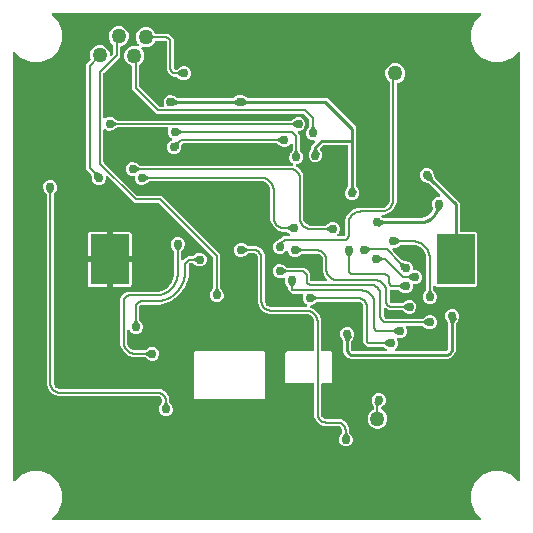
<source format=gbr>
G04 EAGLE Gerber RS-274X export*
G75*
%MOMM*%
%FSLAX34Y34*%
%LPD*%
%INBottom Copper*%
%IPPOS*%
%AMOC8*
5,1,8,0,0,1.08239X$1,22.5*%
G01*
%ADD10C,1.270000*%
%ADD11R,3.200000X4.200000*%
%ADD12C,0.756400*%
%ADD13C,0.254000*%
%ADD14C,0.656400*%
%ADD15C,0.152400*%

G36*
X405573Y10178D02*
X405573Y10178D01*
X405711Y10191D01*
X405731Y10198D01*
X405751Y10201D01*
X405880Y10252D01*
X406011Y10299D01*
X406027Y10310D01*
X406046Y10318D01*
X406159Y10399D01*
X406274Y10477D01*
X406287Y10493D01*
X406304Y10504D01*
X406392Y10612D01*
X406484Y10716D01*
X406493Y10734D01*
X406506Y10749D01*
X406566Y10875D01*
X406629Y10999D01*
X406633Y11019D01*
X406642Y11037D01*
X406668Y11173D01*
X406699Y11309D01*
X406698Y11330D01*
X406702Y11349D01*
X406693Y11488D01*
X406689Y11627D01*
X406683Y11647D01*
X406682Y11667D01*
X406639Y11799D01*
X406600Y11933D01*
X406590Y11950D01*
X406584Y11969D01*
X406509Y12087D01*
X406439Y12207D01*
X406420Y12228D01*
X406414Y12238D01*
X406399Y12252D01*
X406333Y12327D01*
X401213Y17447D01*
X397839Y25592D01*
X397839Y34408D01*
X401213Y42553D01*
X407447Y48787D01*
X415592Y52161D01*
X424408Y52161D01*
X432553Y48787D01*
X437673Y43667D01*
X437782Y43582D01*
X437889Y43494D01*
X437908Y43485D01*
X437924Y43473D01*
X438052Y43417D01*
X438177Y43358D01*
X438197Y43354D01*
X438216Y43346D01*
X438354Y43324D01*
X438490Y43298D01*
X438510Y43300D01*
X438530Y43296D01*
X438669Y43309D01*
X438807Y43318D01*
X438826Y43324D01*
X438846Y43326D01*
X438978Y43373D01*
X439109Y43416D01*
X439127Y43427D01*
X439146Y43434D01*
X439261Y43512D01*
X439378Y43586D01*
X439392Y43601D01*
X439409Y43612D01*
X439501Y43717D01*
X439596Y43818D01*
X439606Y43836D01*
X439619Y43851D01*
X439683Y43975D01*
X439750Y44096D01*
X439755Y44116D01*
X439764Y44134D01*
X439794Y44270D01*
X439829Y44404D01*
X439831Y44432D01*
X439834Y44444D01*
X439833Y44465D01*
X439839Y44565D01*
X439839Y405435D01*
X439822Y405573D01*
X439809Y405711D01*
X439802Y405731D01*
X439799Y405751D01*
X439748Y405880D01*
X439701Y406011D01*
X439690Y406027D01*
X439682Y406046D01*
X439601Y406159D01*
X439523Y406274D01*
X439507Y406287D01*
X439496Y406304D01*
X439388Y406392D01*
X439284Y406484D01*
X439266Y406493D01*
X439251Y406506D01*
X439125Y406566D01*
X439001Y406629D01*
X438981Y406633D01*
X438963Y406642D01*
X438827Y406668D01*
X438691Y406699D01*
X438670Y406698D01*
X438651Y406702D01*
X438512Y406693D01*
X438373Y406689D01*
X438353Y406683D01*
X438333Y406682D01*
X438201Y406639D01*
X438067Y406600D01*
X438050Y406590D01*
X438031Y406584D01*
X437913Y406509D01*
X437793Y406439D01*
X437772Y406420D01*
X437762Y406414D01*
X437748Y406399D01*
X437673Y406333D01*
X432553Y401213D01*
X424408Y397839D01*
X415592Y397839D01*
X407447Y401213D01*
X401213Y407447D01*
X397839Y415592D01*
X397839Y424408D01*
X401213Y432553D01*
X406333Y437673D01*
X406418Y437782D01*
X406506Y437889D01*
X406515Y437908D01*
X406527Y437924D01*
X406583Y438052D01*
X406642Y438177D01*
X406646Y438197D01*
X406654Y438216D01*
X406676Y438354D01*
X406702Y438490D01*
X406700Y438510D01*
X406704Y438530D01*
X406691Y438669D01*
X406682Y438807D01*
X406676Y438826D01*
X406674Y438846D01*
X406627Y438978D01*
X406584Y439109D01*
X406573Y439127D01*
X406566Y439146D01*
X406488Y439261D01*
X406414Y439378D01*
X406399Y439392D01*
X406388Y439409D01*
X406283Y439501D01*
X406182Y439596D01*
X406164Y439606D01*
X406149Y439619D01*
X406025Y439683D01*
X405904Y439750D01*
X405884Y439755D01*
X405866Y439764D01*
X405730Y439794D01*
X405596Y439829D01*
X405568Y439831D01*
X405556Y439834D01*
X405535Y439833D01*
X405435Y439839D01*
X44565Y439839D01*
X44427Y439822D01*
X44289Y439809D01*
X44269Y439802D01*
X44249Y439799D01*
X44120Y439748D01*
X43989Y439701D01*
X43973Y439690D01*
X43954Y439682D01*
X43841Y439601D01*
X43726Y439523D01*
X43713Y439507D01*
X43696Y439496D01*
X43608Y439388D01*
X43516Y439284D01*
X43507Y439266D01*
X43494Y439251D01*
X43434Y439125D01*
X43371Y439001D01*
X43367Y438981D01*
X43358Y438963D01*
X43332Y438827D01*
X43301Y438691D01*
X43302Y438670D01*
X43298Y438651D01*
X43307Y438512D01*
X43311Y438373D01*
X43317Y438353D01*
X43318Y438333D01*
X43361Y438201D01*
X43400Y438067D01*
X43410Y438050D01*
X43416Y438031D01*
X43491Y437913D01*
X43561Y437793D01*
X43580Y437772D01*
X43586Y437762D01*
X43601Y437748D01*
X43667Y437673D01*
X48787Y432553D01*
X52161Y424408D01*
X52161Y415592D01*
X48787Y407447D01*
X42553Y401213D01*
X34408Y397839D01*
X25592Y397839D01*
X17447Y401213D01*
X12327Y406333D01*
X12218Y406418D01*
X12111Y406506D01*
X12092Y406515D01*
X12076Y406527D01*
X11948Y406583D01*
X11823Y406642D01*
X11803Y406646D01*
X11784Y406654D01*
X11646Y406676D01*
X11510Y406702D01*
X11490Y406700D01*
X11470Y406704D01*
X11331Y406691D01*
X11193Y406682D01*
X11174Y406676D01*
X11154Y406674D01*
X11022Y406627D01*
X10891Y406584D01*
X10873Y406573D01*
X10854Y406566D01*
X10739Y406488D01*
X10622Y406414D01*
X10608Y406399D01*
X10591Y406388D01*
X10499Y406283D01*
X10404Y406182D01*
X10394Y406164D01*
X10381Y406149D01*
X10317Y406025D01*
X10250Y405904D01*
X10245Y405884D01*
X10236Y405866D01*
X10206Y405730D01*
X10171Y405596D01*
X10169Y405568D01*
X10166Y405556D01*
X10167Y405535D01*
X10161Y405435D01*
X10161Y44565D01*
X10178Y44427D01*
X10191Y44289D01*
X10198Y44269D01*
X10201Y44249D01*
X10252Y44120D01*
X10299Y43989D01*
X10310Y43973D01*
X10318Y43954D01*
X10399Y43841D01*
X10477Y43726D01*
X10493Y43713D01*
X10504Y43696D01*
X10612Y43608D01*
X10716Y43516D01*
X10734Y43507D01*
X10749Y43494D01*
X10875Y43434D01*
X10999Y43371D01*
X11019Y43367D01*
X11037Y43358D01*
X11173Y43332D01*
X11309Y43301D01*
X11330Y43302D01*
X11349Y43298D01*
X11488Y43307D01*
X11627Y43311D01*
X11647Y43317D01*
X11667Y43318D01*
X11799Y43361D01*
X11933Y43400D01*
X11950Y43410D01*
X11969Y43416D01*
X12087Y43491D01*
X12207Y43561D01*
X12228Y43580D01*
X12238Y43586D01*
X12252Y43601D01*
X12327Y43667D01*
X17447Y48787D01*
X25592Y52161D01*
X34408Y52161D01*
X42553Y48787D01*
X48787Y42553D01*
X52161Y34408D01*
X52161Y25592D01*
X48787Y17447D01*
X43667Y12327D01*
X43582Y12218D01*
X43494Y12111D01*
X43485Y12092D01*
X43473Y12076D01*
X43417Y11948D01*
X43358Y11823D01*
X43354Y11803D01*
X43346Y11784D01*
X43324Y11646D01*
X43298Y11510D01*
X43300Y11490D01*
X43296Y11470D01*
X43309Y11331D01*
X43318Y11193D01*
X43324Y11174D01*
X43326Y11154D01*
X43373Y11022D01*
X43416Y10891D01*
X43427Y10873D01*
X43434Y10854D01*
X43512Y10739D01*
X43586Y10622D01*
X43601Y10608D01*
X43612Y10591D01*
X43717Y10499D01*
X43818Y10404D01*
X43836Y10394D01*
X43851Y10381D01*
X43975Y10317D01*
X44096Y10250D01*
X44116Y10245D01*
X44134Y10236D01*
X44270Y10206D01*
X44404Y10171D01*
X44432Y10169D01*
X44444Y10166D01*
X44465Y10167D01*
X44565Y10161D01*
X405435Y10161D01*
X405573Y10178D01*
G37*
%LPC*%
G36*
X291194Y72653D02*
X291194Y72653D01*
X289050Y73541D01*
X287409Y75182D01*
X286521Y77326D01*
X286521Y79646D01*
X286692Y80059D01*
X286731Y80202D01*
X286773Y80345D01*
X286773Y80356D01*
X286776Y80365D01*
X286778Y80514D01*
X286781Y80587D01*
X287099Y81090D01*
X287111Y81116D01*
X287128Y81139D01*
X287199Y81283D01*
X287409Y81790D01*
X287673Y82053D01*
X287709Y82101D01*
X287753Y82141D01*
X287847Y82272D01*
X288330Y83033D01*
X288330Y83034D01*
X288330Y83035D01*
X288331Y83035D01*
X288370Y83097D01*
X289090Y84235D01*
X289141Y84342D01*
X289198Y84445D01*
X289208Y84485D01*
X289225Y84522D01*
X289248Y84639D01*
X289277Y84753D01*
X289281Y84815D01*
X289285Y84835D01*
X289284Y84855D01*
X289287Y84914D01*
X289287Y86106D01*
X289287Y86108D01*
X289287Y86111D01*
X289276Y86272D01*
X289182Y86990D01*
X289179Y86999D01*
X289179Y87008D01*
X289139Y87153D01*
X289101Y87298D01*
X289097Y87306D01*
X289094Y87315D01*
X289023Y87459D01*
X288304Y88704D01*
X288248Y88777D01*
X288201Y88856D01*
X288153Y88903D01*
X288112Y88957D01*
X288039Y89014D01*
X287974Y89079D01*
X287876Y89144D01*
X287863Y89154D01*
X287855Y89158D01*
X287840Y89168D01*
X286595Y89887D01*
X286587Y89890D01*
X286579Y89896D01*
X286440Y89952D01*
X286302Y90010D01*
X286293Y90011D01*
X286284Y90015D01*
X286126Y90046D01*
X285408Y90140D01*
X285405Y90140D01*
X285403Y90141D01*
X285242Y90151D01*
X273117Y90151D01*
X268393Y92879D01*
X265665Y97603D01*
X265665Y124968D01*
X265650Y125086D01*
X265643Y125205D01*
X265630Y125243D01*
X265625Y125284D01*
X265582Y125394D01*
X265545Y125507D01*
X265523Y125542D01*
X265508Y125579D01*
X265439Y125675D01*
X265375Y125776D01*
X265345Y125804D01*
X265322Y125837D01*
X265230Y125913D01*
X265143Y125994D01*
X265108Y126014D01*
X265077Y126039D01*
X264969Y126090D01*
X264865Y126148D01*
X264825Y126158D01*
X264789Y126175D01*
X264672Y126197D01*
X264557Y126227D01*
X264497Y126231D01*
X264477Y126235D01*
X264456Y126233D01*
X264396Y126237D01*
X240984Y126237D01*
X240537Y126684D01*
X240537Y152716D01*
X240984Y153163D01*
X264396Y153163D01*
X264514Y153178D01*
X264633Y153185D01*
X264671Y153198D01*
X264712Y153203D01*
X264822Y153246D01*
X264935Y153283D01*
X264970Y153305D01*
X265007Y153320D01*
X265103Y153389D01*
X265204Y153453D01*
X265232Y153483D01*
X265265Y153506D01*
X265341Y153598D01*
X265422Y153685D01*
X265442Y153720D01*
X265467Y153751D01*
X265518Y153859D01*
X265576Y153963D01*
X265586Y154003D01*
X265603Y154039D01*
X265625Y154156D01*
X265655Y154271D01*
X265659Y154331D01*
X265663Y154351D01*
X265661Y154372D01*
X265665Y154432D01*
X265665Y177800D01*
X265663Y177820D01*
X265659Y177924D01*
X265547Y179061D01*
X265524Y179164D01*
X265509Y179270D01*
X265482Y179349D01*
X265477Y179371D01*
X265469Y179385D01*
X265457Y179422D01*
X264587Y181521D01*
X264583Y181529D01*
X264580Y181538D01*
X264503Y181668D01*
X264430Y181798D01*
X264423Y181804D01*
X264418Y181812D01*
X264312Y181933D01*
X262705Y183540D01*
X262698Y183546D01*
X262692Y183553D01*
X262573Y183642D01*
X262454Y183735D01*
X262445Y183739D01*
X262438Y183744D01*
X262293Y183815D01*
X260194Y184685D01*
X260091Y184713D01*
X259992Y184749D01*
X259908Y184763D01*
X259887Y184769D01*
X259871Y184769D01*
X259833Y184775D01*
X258696Y184887D01*
X258677Y184887D01*
X258572Y184893D01*
X226881Y184893D01*
X222767Y186598D01*
X219618Y189747D01*
X217913Y193861D01*
X217913Y232410D01*
X217913Y232412D01*
X217913Y232415D01*
X217902Y232576D01*
X217808Y233294D01*
X217805Y233303D01*
X217805Y233312D01*
X217765Y233457D01*
X217727Y233602D01*
X217723Y233610D01*
X217720Y233619D01*
X217649Y233763D01*
X216930Y235008D01*
X216874Y235081D01*
X216827Y235160D01*
X216779Y235207D01*
X216738Y235261D01*
X216665Y235318D01*
X216600Y235383D01*
X216502Y235448D01*
X216489Y235458D01*
X216481Y235462D01*
X216466Y235472D01*
X215221Y236191D01*
X215213Y236194D01*
X215205Y236200D01*
X215066Y236256D01*
X214928Y236314D01*
X214919Y236315D01*
X214910Y236319D01*
X214752Y236350D01*
X214034Y236444D01*
X214031Y236444D01*
X214029Y236445D01*
X213868Y236455D01*
X211146Y236455D01*
X211127Y236453D01*
X211109Y236455D01*
X210970Y236433D01*
X210830Y236415D01*
X210820Y236412D01*
X210206Y236335D01*
X210168Y236325D01*
X210128Y236323D01*
X210014Y236286D01*
X209898Y236257D01*
X209863Y236237D01*
X209826Y236225D01*
X209684Y236148D01*
X207493Y234761D01*
X207447Y234723D01*
X207396Y234693D01*
X207275Y234586D01*
X207012Y234323D01*
X206505Y234113D01*
X206480Y234099D01*
X206453Y234090D01*
X206312Y234013D01*
X205810Y233695D01*
X205747Y233702D01*
X205737Y233701D01*
X205727Y233702D01*
X205580Y233679D01*
X205432Y233658D01*
X205419Y233654D01*
X205413Y233653D01*
X205400Y233647D01*
X205280Y233606D01*
X204868Y233435D01*
X202548Y233435D01*
X200404Y234323D01*
X198763Y235964D01*
X197875Y238108D01*
X197875Y240428D01*
X198763Y242572D01*
X200404Y244213D01*
X202548Y245101D01*
X204868Y245101D01*
X205861Y244690D01*
X205946Y244666D01*
X206027Y244634D01*
X206098Y244625D01*
X206167Y244606D01*
X206255Y244604D01*
X206343Y244593D01*
X206361Y244594D01*
X206533Y244460D01*
X206611Y244414D01*
X206683Y244360D01*
X206794Y244306D01*
X206807Y244298D01*
X206814Y244296D01*
X206827Y244289D01*
X207012Y244213D01*
X207520Y243704D01*
X207523Y243702D01*
X207638Y243600D01*
X209246Y242348D01*
X209264Y242338D01*
X209279Y242324D01*
X209400Y242257D01*
X209520Y242186D01*
X209540Y242180D01*
X209557Y242170D01*
X209691Y242136D01*
X209825Y242097D01*
X209846Y242096D01*
X209865Y242091D01*
X210026Y242081D01*
X216459Y242081D01*
X220947Y239489D01*
X223539Y235001D01*
X223539Y196088D01*
X223541Y196068D01*
X223545Y195964D01*
X223627Y195125D01*
X223651Y195021D01*
X223666Y194916D01*
X223693Y194836D01*
X223698Y194815D01*
X223705Y194801D01*
X223718Y194763D01*
X224360Y193213D01*
X224365Y193205D01*
X224367Y193196D01*
X224444Y193066D01*
X224518Y192937D01*
X224524Y192930D01*
X224529Y192922D01*
X224635Y192802D01*
X225822Y191615D01*
X225829Y191609D01*
X225835Y191602D01*
X225954Y191513D01*
X226073Y191420D01*
X226081Y191417D01*
X226089Y191411D01*
X226233Y191340D01*
X227783Y190698D01*
X227886Y190670D01*
X227986Y190633D01*
X228069Y190620D01*
X228090Y190614D01*
X228106Y190614D01*
X228145Y190607D01*
X228984Y190525D01*
X229003Y190525D01*
X229108Y190519D01*
X258349Y190519D01*
X258418Y190527D01*
X258488Y190526D01*
X258575Y190547D01*
X258664Y190559D01*
X258729Y190584D01*
X258797Y190601D01*
X258876Y190643D01*
X258960Y190676D01*
X259016Y190717D01*
X259078Y190749D01*
X259144Y190810D01*
X259217Y190862D01*
X259262Y190916D01*
X259313Y190963D01*
X259363Y191038D01*
X259420Y191107D01*
X259450Y191171D01*
X259488Y191229D01*
X259517Y191314D01*
X259555Y191395D01*
X259569Y191464D01*
X259591Y191530D01*
X259598Y191619D01*
X259615Y191707D01*
X259611Y191777D01*
X259616Y191847D01*
X259601Y191935D01*
X259595Y192025D01*
X259574Y192091D01*
X259562Y192160D01*
X259525Y192242D01*
X259497Y192327D01*
X259460Y192386D01*
X259431Y192450D01*
X259375Y192520D01*
X259327Y192596D01*
X259276Y192644D01*
X259233Y192698D01*
X259161Y192753D01*
X259096Y192814D01*
X259035Y192848D01*
X258979Y192890D01*
X258834Y192961D01*
X258316Y193175D01*
X256675Y194816D01*
X255787Y196960D01*
X255787Y199280D01*
X256162Y200184D01*
X256175Y200232D01*
X256196Y200277D01*
X256217Y200385D01*
X256246Y200491D01*
X256246Y200541D01*
X256256Y200590D01*
X256249Y200699D01*
X256251Y200809D01*
X256239Y200857D01*
X256236Y200907D01*
X256202Y201011D01*
X256177Y201118D01*
X256153Y201162D01*
X256138Y201209D01*
X256079Y201302D01*
X256028Y201399D01*
X255994Y201436D01*
X255968Y201478D01*
X255888Y201553D01*
X255814Y201635D01*
X255772Y201662D01*
X255736Y201696D01*
X255640Y201749D01*
X255548Y201809D01*
X255501Y201826D01*
X255458Y201850D01*
X255352Y201877D01*
X255247Y201913D01*
X255198Y201917D01*
X255150Y201929D01*
X254989Y201939D01*
X247279Y201939D01*
X244926Y203298D01*
X243567Y205651D01*
X243567Y206818D01*
X243549Y206966D01*
X243532Y207114D01*
X243529Y207123D01*
X243527Y207134D01*
X243473Y207272D01*
X243420Y207411D01*
X243413Y207423D01*
X243410Y207430D01*
X243402Y207441D01*
X243336Y207548D01*
X242582Y208622D01*
X242581Y208622D01*
X241962Y209503D01*
X241942Y209524D01*
X241928Y209549D01*
X241821Y209670D01*
X241435Y210056D01*
X241292Y210402D01*
X241262Y210454D01*
X241241Y210509D01*
X241157Y210647D01*
X240924Y210979D01*
X240931Y211040D01*
X240925Y211081D01*
X240927Y211121D01*
X240903Y211237D01*
X240886Y211355D01*
X240866Y211413D01*
X240862Y211433D01*
X240853Y211451D01*
X240834Y211507D01*
X240547Y212200D01*
X240547Y214448D01*
X240544Y214478D01*
X240546Y214508D01*
X240524Y214635D01*
X240507Y214764D01*
X240496Y214792D01*
X240491Y214821D01*
X240438Y214939D01*
X240390Y215059D01*
X240373Y215084D01*
X240360Y215111D01*
X240280Y215212D01*
X240204Y215317D01*
X240180Y215336D01*
X240162Y215359D01*
X240058Y215437D01*
X239959Y215520D01*
X239931Y215532D01*
X239907Y215550D01*
X239788Y215600D01*
X239671Y215655D01*
X239642Y215661D01*
X239614Y215672D01*
X239485Y215691D01*
X239359Y215715D01*
X239329Y215713D01*
X239299Y215717D01*
X239170Y215703D01*
X239041Y215695D01*
X239013Y215686D01*
X238983Y215683D01*
X238861Y215637D01*
X238739Y215597D01*
X238713Y215581D01*
X238685Y215570D01*
X238608Y215523D01*
X238540Y215531D01*
X238499Y215525D01*
X238459Y215527D01*
X238343Y215503D01*
X238225Y215486D01*
X238167Y215466D01*
X238147Y215462D01*
X238129Y215453D01*
X238073Y215434D01*
X237380Y215147D01*
X235060Y215147D01*
X232916Y216035D01*
X231275Y217676D01*
X230387Y219820D01*
X230387Y222140D01*
X231275Y224284D01*
X232916Y225925D01*
X235060Y226813D01*
X237380Y226813D01*
X238073Y226526D01*
X238187Y226495D01*
X238299Y226456D01*
X238340Y226453D01*
X238379Y226442D01*
X238498Y226440D01*
X238608Y226431D01*
X238933Y226203D01*
X238985Y226175D01*
X239033Y226139D01*
X239178Y226068D01*
X239524Y225925D01*
X239910Y225539D01*
X239933Y225521D01*
X239952Y225499D01*
X240077Y225398D01*
X242031Y224024D01*
X242163Y223954D01*
X242293Y223882D01*
X242303Y223880D01*
X242312Y223875D01*
X242458Y223840D01*
X242601Y223803D01*
X242615Y223802D01*
X242622Y223800D01*
X242637Y223801D01*
X242762Y223793D01*
X257045Y223793D01*
X260118Y222018D01*
X261893Y218945D01*
X261893Y213632D01*
X261908Y213514D01*
X261915Y213395D01*
X261928Y213357D01*
X261933Y213316D01*
X261976Y213206D01*
X262013Y213093D01*
X262035Y213058D01*
X262050Y213021D01*
X262119Y212925D01*
X262183Y212824D01*
X262213Y212796D01*
X262236Y212763D01*
X262328Y212687D01*
X262415Y212606D01*
X262450Y212586D01*
X262481Y212561D01*
X262589Y212510D01*
X262693Y212452D01*
X262733Y212442D01*
X262769Y212425D01*
X262886Y212403D01*
X263001Y212373D01*
X263061Y212369D01*
X263081Y212365D01*
X263102Y212367D01*
X263162Y212363D01*
X275497Y212363D01*
X275634Y212380D01*
X275773Y212393D01*
X275792Y212400D01*
X275812Y212403D01*
X275941Y212454D01*
X276072Y212501D01*
X276089Y212512D01*
X276108Y212520D01*
X276221Y212601D01*
X276336Y212679D01*
X276349Y212695D01*
X276365Y212706D01*
X276454Y212814D01*
X276546Y212918D01*
X276555Y212936D01*
X276568Y212951D01*
X276627Y213077D01*
X276691Y213201D01*
X276695Y213221D01*
X276704Y213239D01*
X276730Y213376D01*
X276760Y213511D01*
X276760Y213532D01*
X276764Y213551D01*
X276755Y213690D01*
X276751Y213829D01*
X276745Y213849D01*
X276744Y213869D01*
X276701Y214001D01*
X276662Y214135D01*
X276652Y214152D01*
X276646Y214171D01*
X276571Y214289D01*
X276501Y214409D01*
X276482Y214430D01*
X276476Y214440D01*
X276461Y214454D01*
X276394Y214529D01*
X274752Y216172D01*
X272777Y220940D01*
X272777Y231140D01*
X272777Y231143D01*
X272777Y231145D01*
X272766Y231306D01*
X272646Y232221D01*
X272643Y232230D01*
X272643Y232240D01*
X272603Y232385D01*
X272565Y232529D01*
X272561Y232537D01*
X272558Y232546D01*
X272487Y232690D01*
X271571Y234276D01*
X271515Y234350D01*
X271467Y234429D01*
X271419Y234476D01*
X271379Y234530D01*
X271306Y234587D01*
X271240Y234652D01*
X271143Y234717D01*
X271130Y234727D01*
X271122Y234731D01*
X271106Y234741D01*
X269520Y235657D01*
X269512Y235660D01*
X269504Y235666D01*
X269366Y235722D01*
X269227Y235780D01*
X269218Y235781D01*
X269209Y235785D01*
X269051Y235816D01*
X268136Y235936D01*
X268133Y235936D01*
X268131Y235937D01*
X267970Y235947D01*
X255452Y235947D01*
X255304Y235929D01*
X255156Y235912D01*
X255147Y235909D01*
X255136Y235907D01*
X254998Y235853D01*
X254859Y235800D01*
X254847Y235793D01*
X254840Y235790D01*
X254829Y235782D01*
X254722Y235716D01*
X253648Y234962D01*
X253648Y234961D01*
X252767Y234342D01*
X252746Y234322D01*
X252721Y234308D01*
X252600Y234201D01*
X252214Y233815D01*
X251868Y233672D01*
X251816Y233642D01*
X251761Y233621D01*
X251623Y233537D01*
X251291Y233304D01*
X251230Y233311D01*
X251189Y233305D01*
X251148Y233307D01*
X251032Y233283D01*
X250915Y233266D01*
X250857Y233246D01*
X250837Y233242D01*
X250819Y233233D01*
X250763Y233214D01*
X250070Y232927D01*
X247750Y232927D01*
X245606Y233815D01*
X243965Y235456D01*
X243128Y237477D01*
X243103Y237520D01*
X243087Y237567D01*
X243025Y237658D01*
X242970Y237754D01*
X242936Y237789D01*
X242908Y237830D01*
X242826Y237903D01*
X242749Y237982D01*
X242707Y238008D01*
X242670Y238041D01*
X242572Y238091D01*
X242478Y238148D01*
X242431Y238163D01*
X242386Y238186D01*
X242279Y238210D01*
X242174Y238242D01*
X242124Y238244D01*
X242076Y238255D01*
X241966Y238252D01*
X241856Y238257D01*
X241808Y238247D01*
X241758Y238246D01*
X241653Y238215D01*
X241545Y238193D01*
X241500Y238171D01*
X241453Y238157D01*
X241358Y238101D01*
X241259Y238053D01*
X241221Y238021D01*
X241179Y237996D01*
X241058Y237889D01*
X239524Y236355D01*
X237380Y235467D01*
X235060Y235467D01*
X232916Y236355D01*
X231275Y237996D01*
X230387Y240140D01*
X230387Y242460D01*
X231275Y244604D01*
X231962Y245290D01*
X232022Y245368D01*
X232088Y245438D01*
X232118Y245492D01*
X232157Y245542D01*
X232195Y245631D01*
X232243Y245716D01*
X232247Y245730D01*
X232482Y245868D01*
X232546Y245917D01*
X232615Y245958D01*
X232732Y246061D01*
X232734Y246063D01*
X232736Y246065D01*
X232916Y246245D01*
X233531Y246499D01*
X233538Y246503D01*
X233545Y246505D01*
X233689Y246578D01*
X234719Y247184D01*
X234720Y247185D01*
X235442Y247609D01*
X235511Y247663D01*
X235586Y247708D01*
X235637Y247760D01*
X235694Y247804D01*
X235748Y247873D01*
X235809Y247935D01*
X235854Y248002D01*
X236334Y248280D01*
X236370Y248307D01*
X236410Y248327D01*
X236496Y248403D01*
X236587Y248472D01*
X236615Y248507D01*
X236649Y248537D01*
X236719Y248627D01*
X236829Y248648D01*
X236955Y248689D01*
X237084Y248724D01*
X237117Y248741D01*
X237131Y248746D01*
X237150Y248757D01*
X237228Y248796D01*
X240115Y250463D01*
X243945Y250463D01*
X244083Y250480D01*
X244222Y250493D01*
X244241Y250500D01*
X244261Y250503D01*
X244390Y250554D01*
X244521Y250601D01*
X244538Y250612D01*
X244557Y250620D01*
X244669Y250701D01*
X244784Y250779D01*
X244797Y250795D01*
X244814Y250806D01*
X244903Y250914D01*
X244995Y251018D01*
X245004Y251036D01*
X245017Y251051D01*
X245076Y251177D01*
X245139Y251301D01*
X245144Y251321D01*
X245152Y251339D01*
X245178Y251475D01*
X245209Y251611D01*
X245208Y251632D01*
X245212Y251651D01*
X245203Y251790D01*
X245199Y251929D01*
X245194Y251949D01*
X245192Y251969D01*
X245149Y252101D01*
X245111Y252235D01*
X245100Y252252D01*
X245094Y252271D01*
X245020Y252389D01*
X244949Y252509D01*
X244931Y252530D01*
X244924Y252540D01*
X244909Y252554D01*
X244843Y252629D01*
X244703Y252769D01*
X244680Y252787D01*
X244661Y252809D01*
X244536Y252910D01*
X243655Y253529D01*
X243655Y253530D01*
X242581Y254284D01*
X242450Y254354D01*
X242320Y254426D01*
X242310Y254428D01*
X242300Y254433D01*
X242156Y254468D01*
X242012Y254505D01*
X241998Y254506D01*
X241991Y254508D01*
X241977Y254507D01*
X241851Y254515D01*
X238088Y254515D01*
X233610Y256370D01*
X230182Y259798D01*
X228327Y264276D01*
X228327Y289560D01*
X228325Y289580D01*
X228321Y289684D01*
X228195Y290967D01*
X228171Y291070D01*
X228156Y291176D01*
X228129Y291256D01*
X228124Y291277D01*
X228117Y291291D01*
X228104Y291328D01*
X227123Y293698D01*
X227118Y293706D01*
X227116Y293715D01*
X227107Y293730D01*
X227103Y293743D01*
X227051Y293825D01*
X227039Y293845D01*
X226965Y293974D01*
X226959Y293981D01*
X226954Y293989D01*
X226848Y294110D01*
X225034Y295924D01*
X225026Y295929D01*
X225021Y295937D01*
X224901Y296026D01*
X224783Y296119D01*
X224774Y296122D01*
X224767Y296128D01*
X224622Y296199D01*
X222252Y297180D01*
X222150Y297208D01*
X222050Y297245D01*
X221967Y297258D01*
X221946Y297264D01*
X221930Y297265D01*
X221891Y297271D01*
X220608Y297397D01*
X220589Y297397D01*
X220484Y297403D01*
X126271Y297403D01*
X126123Y297385D01*
X125975Y297368D01*
X125966Y297365D01*
X125955Y297363D01*
X125817Y297309D01*
X125678Y297256D01*
X125666Y297249D01*
X125659Y297246D01*
X125648Y297238D01*
X125541Y297172D01*
X124467Y296418D01*
X124467Y296417D01*
X123586Y295798D01*
X123565Y295778D01*
X123540Y295764D01*
X123419Y295657D01*
X123033Y295271D01*
X122687Y295128D01*
X122635Y295098D01*
X122580Y295077D01*
X122442Y294993D01*
X122110Y294760D01*
X122049Y294767D01*
X122008Y294761D01*
X121967Y294763D01*
X121851Y294739D01*
X121734Y294722D01*
X121676Y294702D01*
X121656Y294698D01*
X121638Y294689D01*
X121582Y294670D01*
X120889Y294383D01*
X118569Y294383D01*
X116425Y295271D01*
X114784Y296912D01*
X113896Y299056D01*
X113896Y300238D01*
X113881Y300356D01*
X113874Y300475D01*
X113861Y300513D01*
X113856Y300554D01*
X113813Y300664D01*
X113776Y300777D01*
X113754Y300812D01*
X113739Y300849D01*
X113670Y300945D01*
X113606Y301046D01*
X113576Y301074D01*
X113553Y301107D01*
X113461Y301183D01*
X113374Y301264D01*
X113339Y301284D01*
X113308Y301309D01*
X113200Y301360D01*
X113096Y301418D01*
X113056Y301428D01*
X113020Y301445D01*
X112903Y301467D01*
X112788Y301497D01*
X112728Y301501D01*
X112708Y301505D01*
X112687Y301503D01*
X112627Y301507D01*
X110600Y301507D01*
X108456Y302395D01*
X106815Y304036D01*
X105927Y306180D01*
X105927Y308500D01*
X106815Y310644D01*
X108456Y312285D01*
X110600Y313173D01*
X112920Y313173D01*
X113613Y312886D01*
X113727Y312855D01*
X113839Y312816D01*
X113880Y312813D01*
X113919Y312802D01*
X114038Y312800D01*
X114148Y312791D01*
X114473Y312563D01*
X114526Y312535D01*
X114573Y312499D01*
X114718Y312428D01*
X115064Y312285D01*
X115450Y311899D01*
X115473Y311881D01*
X115492Y311859D01*
X115617Y311758D01*
X117572Y310384D01*
X117702Y310314D01*
X117833Y310242D01*
X117843Y310240D01*
X117853Y310235D01*
X117997Y310200D01*
X118141Y310163D01*
X118155Y310162D01*
X118162Y310160D01*
X118177Y310161D01*
X118302Y310153D01*
X246305Y310153D01*
X246375Y310161D01*
X246444Y310160D01*
X246532Y310181D01*
X246621Y310193D01*
X246686Y310218D01*
X246754Y310235D01*
X246833Y310277D01*
X246917Y310310D01*
X246973Y310351D01*
X247035Y310383D01*
X247101Y310444D01*
X247174Y310496D01*
X247218Y310550D01*
X247270Y310597D01*
X247319Y310672D01*
X247377Y310741D01*
X247406Y310805D01*
X247445Y310863D01*
X247474Y310948D01*
X247512Y311029D01*
X247525Y311098D01*
X247548Y311164D01*
X247555Y311253D01*
X247572Y311341D01*
X247568Y311411D01*
X247573Y311481D01*
X247558Y311569D01*
X247552Y311659D01*
X247531Y311725D01*
X247519Y311794D01*
X247482Y311876D01*
X247454Y311961D01*
X247417Y312020D01*
X247388Y312084D01*
X247332Y312154D01*
X247284Y312230D01*
X247233Y312278D01*
X247190Y312333D01*
X247118Y312386D01*
X247052Y312448D01*
X246991Y312482D01*
X246935Y312524D01*
X246900Y312541D01*
X245245Y314196D01*
X244357Y316340D01*
X244357Y318660D01*
X244644Y319353D01*
X244675Y319464D01*
X244675Y319465D01*
X244675Y319467D01*
X244714Y319579D01*
X244717Y319620D01*
X244728Y319659D01*
X244729Y319749D01*
X244735Y319777D01*
X244733Y319812D01*
X244739Y319888D01*
X244967Y320213D01*
X244995Y320266D01*
X245031Y320313D01*
X245102Y320458D01*
X245245Y320804D01*
X245631Y321190D01*
X245649Y321213D01*
X245671Y321232D01*
X245772Y321357D01*
X246391Y322238D01*
X246392Y322238D01*
X247146Y323311D01*
X247215Y323442D01*
X247288Y323573D01*
X247290Y323583D01*
X247295Y323592D01*
X247330Y323737D01*
X247367Y323881D01*
X247368Y323895D01*
X247370Y323902D01*
X247369Y323916D01*
X247377Y324042D01*
X247377Y327893D01*
X247360Y328030D01*
X247347Y328169D01*
X247340Y328188D01*
X247337Y328208D01*
X247286Y328337D01*
X247239Y328468D01*
X247228Y328485D01*
X247220Y328504D01*
X247139Y328616D01*
X247061Y328731D01*
X247045Y328745D01*
X247034Y328761D01*
X246926Y328850D01*
X246822Y328942D01*
X246804Y328951D01*
X246789Y328964D01*
X246663Y329023D01*
X246539Y329086D01*
X246519Y329091D01*
X246501Y329099D01*
X246364Y329126D01*
X246229Y329156D01*
X246208Y329155D01*
X246189Y329159D01*
X246050Y329151D01*
X245911Y329146D01*
X245891Y329141D01*
X245871Y329140D01*
X245739Y329097D01*
X245605Y329058D01*
X245588Y329048D01*
X245569Y329041D01*
X245451Y328967D01*
X245331Y328896D01*
X245310Y328878D01*
X245300Y328871D01*
X245286Y328856D01*
X245211Y328790D01*
X243588Y327167D01*
X241444Y326280D01*
X239124Y326280D01*
X238431Y326566D01*
X238317Y326598D01*
X238205Y326636D01*
X238164Y326639D01*
X238125Y326650D01*
X238006Y326652D01*
X237896Y326661D01*
X237571Y326890D01*
X237518Y326917D01*
X237471Y326953D01*
X237326Y327024D01*
X236980Y327167D01*
X236594Y327553D01*
X236571Y327571D01*
X236552Y327593D01*
X236427Y327694D01*
X235546Y328314D01*
X234472Y329068D01*
X234341Y329138D01*
X234211Y329210D01*
X234201Y329212D01*
X234191Y329217D01*
X234047Y329252D01*
X233903Y329289D01*
X233889Y329290D01*
X233882Y329292D01*
X233868Y329292D01*
X233742Y329300D01*
X154479Y329300D01*
X154381Y329287D01*
X154282Y329284D01*
X154224Y329267D01*
X154164Y329260D01*
X154072Y329223D01*
X153976Y329196D01*
X153924Y329165D01*
X153868Y329143D01*
X153788Y329085D01*
X153703Y329034D01*
X153627Y328968D01*
X153611Y328956D01*
X153603Y328946D01*
X153582Y328928D01*
X153427Y328773D01*
X153335Y328655D01*
X153242Y328539D01*
X153238Y328530D01*
X153232Y328522D01*
X153172Y328385D01*
X153111Y328250D01*
X153108Y328236D01*
X153105Y328230D01*
X153103Y328215D01*
X153074Y328093D01*
X152848Y326800D01*
X152740Y326178D01*
X152664Y325740D01*
X152662Y325711D01*
X152655Y325683D01*
X152645Y325522D01*
X152645Y324976D01*
X152501Y324629D01*
X152486Y324572D01*
X152461Y324518D01*
X152423Y324361D01*
X152354Y323961D01*
X152306Y323923D01*
X152281Y323890D01*
X152251Y323863D01*
X152186Y323764D01*
X152114Y323669D01*
X152088Y323614D01*
X152076Y323597D01*
X152070Y323578D01*
X152044Y323524D01*
X151757Y322832D01*
X150116Y321191D01*
X147972Y320303D01*
X145652Y320303D01*
X143508Y321191D01*
X141867Y322832D01*
X140979Y324976D01*
X140979Y327296D01*
X141867Y329440D01*
X143508Y331081D01*
X144200Y331368D01*
X144303Y331426D01*
X144333Y331438D01*
X144345Y331447D01*
X144410Y331478D01*
X144441Y331505D01*
X144477Y331525D01*
X144547Y331593D01*
X144590Y331625D01*
X144610Y331649D01*
X144652Y331685D01*
X144690Y331732D01*
X144705Y331746D01*
X144716Y331764D01*
X144753Y331810D01*
X144947Y332086D01*
X144993Y332174D01*
X145048Y332257D01*
X145068Y332314D01*
X145096Y332367D01*
X145119Y332464D01*
X145151Y332558D01*
X145156Y332618D01*
X145170Y332676D01*
X145169Y332775D01*
X145177Y332875D01*
X145166Y332934D01*
X145165Y332994D01*
X145139Y333090D01*
X145122Y333188D01*
X145097Y333243D01*
X145082Y333301D01*
X145032Y333387D01*
X144992Y333478D01*
X144954Y333525D01*
X144924Y333577D01*
X144855Y333649D01*
X144793Y333726D01*
X144745Y333763D01*
X144703Y333806D01*
X144618Y333858D01*
X144539Y333918D01*
X144450Y333961D01*
X144432Y333972D01*
X144420Y333976D01*
X144394Y333989D01*
X144016Y334145D01*
X142375Y335786D01*
X141487Y337930D01*
X141487Y340250D01*
X141850Y341126D01*
X141863Y341174D01*
X141884Y341219D01*
X141905Y341327D01*
X141934Y341433D01*
X141935Y341483D01*
X141944Y341532D01*
X141937Y341641D01*
X141939Y341751D01*
X141928Y341799D01*
X141924Y341849D01*
X141891Y341953D01*
X141865Y342060D01*
X141842Y342104D01*
X141826Y342151D01*
X141768Y342244D01*
X141716Y342341D01*
X141683Y342378D01*
X141656Y342420D01*
X141576Y342495D01*
X141502Y342577D01*
X141461Y342604D01*
X141425Y342638D01*
X141328Y342691D01*
X141237Y342751D01*
X141190Y342768D01*
X141146Y342792D01*
X141040Y342819D01*
X140936Y342855D01*
X140886Y342859D01*
X140838Y342871D01*
X140678Y342881D01*
X98630Y342881D01*
X98513Y342866D01*
X98394Y342859D01*
X98355Y342847D01*
X98314Y342841D01*
X98204Y342798D01*
X98092Y342762D01*
X98038Y342732D01*
X98018Y342724D01*
X98002Y342713D01*
X97951Y342684D01*
X96751Y341925D01*
X95988Y341441D01*
X95942Y341403D01*
X95890Y341373D01*
X95769Y341267D01*
X95506Y341003D01*
X94999Y340793D01*
X94974Y340779D01*
X94947Y340770D01*
X94806Y340693D01*
X94305Y340376D01*
X94242Y340383D01*
X94232Y340381D01*
X94222Y340382D01*
X94075Y340359D01*
X93927Y340338D01*
X93914Y340334D01*
X93908Y340333D01*
X93894Y340327D01*
X93775Y340286D01*
X93362Y340115D01*
X91042Y340115D01*
X88855Y341021D01*
X88752Y341107D01*
X88733Y341115D01*
X88717Y341128D01*
X88589Y341183D01*
X88464Y341242D01*
X88444Y341246D01*
X88426Y341254D01*
X88288Y341276D01*
X88151Y341302D01*
X88131Y341301D01*
X88111Y341304D01*
X87973Y341291D01*
X87834Y341282D01*
X87815Y341276D01*
X87795Y341274D01*
X87663Y341227D01*
X87532Y341184D01*
X87515Y341173D01*
X87496Y341167D01*
X87380Y341088D01*
X87263Y341014D01*
X87249Y340999D01*
X87232Y340988D01*
X87141Y340884D01*
X87045Y340782D01*
X87035Y340765D01*
X87022Y340750D01*
X86959Y340626D01*
X86891Y340504D01*
X86886Y340484D01*
X86877Y340466D01*
X86847Y340330D01*
X86812Y340196D01*
X86810Y340168D01*
X86807Y340156D01*
X86808Y340136D01*
X86802Y340035D01*
X86802Y313942D01*
X86814Y313844D01*
X86817Y313745D01*
X86834Y313686D01*
X86842Y313626D01*
X86878Y313534D01*
X86906Y313439D01*
X86936Y313387D01*
X86959Y313331D01*
X87017Y313251D01*
X87067Y313165D01*
X87133Y313090D01*
X87145Y313073D01*
X87155Y313065D01*
X87173Y313044D01*
X115093Y285124D01*
X115172Y285064D01*
X115244Y284996D01*
X115297Y284967D01*
X115345Y284930D01*
X115436Y284890D01*
X115522Y284842D01*
X115581Y284827D01*
X115636Y284803D01*
X115734Y284788D01*
X115830Y284763D01*
X115930Y284757D01*
X115951Y284753D01*
X115963Y284755D01*
X115991Y284753D01*
X132929Y284753D01*
X133027Y284765D01*
X133126Y284768D01*
X133185Y284785D01*
X133245Y284793D01*
X133337Y284829D01*
X133432Y284857D01*
X133484Y284887D01*
X133502Y284894D01*
X135927Y284894D01*
X137946Y282875D01*
X183629Y237191D01*
X185649Y235172D01*
X185649Y207248D01*
X185667Y207100D01*
X185684Y206952D01*
X185687Y206943D01*
X185689Y206932D01*
X185743Y206794D01*
X185796Y206655D01*
X185803Y206643D01*
X185806Y206636D01*
X185814Y206625D01*
X185880Y206517D01*
X187254Y204563D01*
X187273Y204542D01*
X187288Y204517D01*
X187395Y204396D01*
X187781Y204010D01*
X187924Y203664D01*
X187954Y203612D01*
X187975Y203556D01*
X188059Y203419D01*
X188292Y203087D01*
X188285Y203026D01*
X188291Y202985D01*
X188289Y202945D01*
X188313Y202829D01*
X188330Y202711D01*
X188350Y202653D01*
X188354Y202633D01*
X188363Y202615D01*
X188382Y202559D01*
X188669Y201866D01*
X188669Y199546D01*
X187781Y197402D01*
X186140Y195761D01*
X183996Y194873D01*
X181676Y194873D01*
X179532Y195761D01*
X177891Y197402D01*
X177003Y199546D01*
X177003Y201866D01*
X177290Y202559D01*
X177321Y202673D01*
X177360Y202785D01*
X177363Y202826D01*
X177374Y202865D01*
X177376Y202984D01*
X177385Y203094D01*
X177613Y203419D01*
X177641Y203472D01*
X177677Y203519D01*
X177748Y203664D01*
X177891Y204010D01*
X178277Y204396D01*
X178295Y204419D01*
X178317Y204438D01*
X178418Y204563D01*
X179037Y205444D01*
X179038Y205444D01*
X179792Y206517D01*
X179862Y206649D01*
X179934Y206779D01*
X179936Y206789D01*
X179941Y206798D01*
X179976Y206943D01*
X180013Y207087D01*
X180014Y207101D01*
X180016Y207108D01*
X180015Y207122D01*
X180023Y207248D01*
X180023Y232316D01*
X180011Y232414D01*
X180008Y232513D01*
X179991Y232572D01*
X179983Y232632D01*
X179947Y232724D01*
X179919Y232819D01*
X179889Y232871D01*
X179866Y232927D01*
X179808Y233007D01*
X179758Y233093D01*
X179692Y233168D01*
X179680Y233185D01*
X179670Y233193D01*
X179652Y233214D01*
X134110Y278756D01*
X134031Y278816D01*
X133959Y278884D01*
X133906Y278913D01*
X133858Y278950D01*
X133767Y278990D01*
X133681Y279038D01*
X133622Y279053D01*
X133567Y279077D01*
X133469Y279092D01*
X133373Y279117D01*
X133273Y279123D01*
X133252Y279127D01*
X133240Y279125D01*
X133212Y279127D01*
X113135Y279127D01*
X111116Y281147D01*
X91044Y301218D01*
X90935Y301303D01*
X90828Y301392D01*
X90809Y301400D01*
X90793Y301413D01*
X90665Y301468D01*
X90540Y301527D01*
X90520Y301531D01*
X90501Y301539D01*
X90363Y301561D01*
X90227Y301587D01*
X90207Y301586D01*
X90187Y301589D01*
X90048Y301576D01*
X89910Y301567D01*
X89891Y301561D01*
X89871Y301559D01*
X89739Y301512D01*
X89608Y301469D01*
X89590Y301458D01*
X89571Y301451D01*
X89456Y301373D01*
X89339Y301299D01*
X89325Y301284D01*
X89308Y301273D01*
X89216Y301169D01*
X89121Y301067D01*
X89111Y301050D01*
X89098Y301034D01*
X89034Y300911D01*
X88967Y300789D01*
X88962Y300769D01*
X88953Y300751D01*
X88923Y300615D01*
X88888Y300481D01*
X88886Y300453D01*
X88883Y300441D01*
X88884Y300420D01*
X88878Y300320D01*
X88878Y299056D01*
X87990Y296912D01*
X86349Y295271D01*
X84205Y294383D01*
X81885Y294383D01*
X79741Y295271D01*
X78100Y296912D01*
X77717Y297836D01*
X77670Y297919D01*
X77632Y298005D01*
X77592Y298056D01*
X77560Y298113D01*
X77494Y298181D01*
X77435Y298255D01*
X77423Y298266D01*
X77389Y298520D01*
X77367Y298601D01*
X77356Y298683D01*
X77309Y298820D01*
X77307Y298827D01*
X77305Y298830D01*
X77304Y298836D01*
X77212Y299056D01*
X77212Y299737D01*
X77212Y299742D01*
X77212Y299747D01*
X77201Y299907D01*
X77038Y301109D01*
X76873Y302324D01*
X76870Y302337D01*
X76870Y302351D01*
X76829Y302491D01*
X76792Y302631D01*
X76785Y302643D01*
X76781Y302656D01*
X76708Y302781D01*
X76636Y302909D01*
X76626Y302918D01*
X76620Y302930D01*
X76513Y303051D01*
X74542Y305023D01*
X72522Y307042D01*
X72522Y396373D01*
X75675Y399525D01*
X75693Y399549D01*
X75715Y399568D01*
X75790Y399674D01*
X75869Y399777D01*
X75881Y399804D01*
X75898Y399828D01*
X75944Y399949D01*
X75996Y400068D01*
X76000Y400098D01*
X76011Y400125D01*
X76025Y400254D01*
X76046Y400383D01*
X76043Y400412D01*
X76046Y400441D01*
X76028Y400570D01*
X76016Y400699D01*
X76006Y400727D01*
X76002Y400756D01*
X75950Y400909D01*
X75419Y402189D01*
X75419Y405531D01*
X76698Y408619D01*
X79061Y410982D01*
X82149Y412261D01*
X85491Y412261D01*
X88579Y410982D01*
X90942Y408619D01*
X92221Y405531D01*
X92221Y404840D01*
X92238Y404702D01*
X92251Y404563D01*
X92258Y404544D01*
X92261Y404524D01*
X92312Y404395D01*
X92359Y404264D01*
X92370Y404247D01*
X92378Y404229D01*
X92459Y404116D01*
X92537Y404001D01*
X92553Y403988D01*
X92564Y403971D01*
X92672Y403882D01*
X92776Y403791D01*
X92794Y403781D01*
X92809Y403768D01*
X92935Y403709D01*
X93059Y403646D01*
X93079Y403641D01*
X93097Y403633D01*
X93233Y403607D01*
X93369Y403576D01*
X93390Y403577D01*
X93409Y403573D01*
X93548Y403582D01*
X93687Y403586D01*
X93707Y403592D01*
X93727Y403593D01*
X93859Y403636D01*
X93993Y403674D01*
X94010Y403685D01*
X94029Y403691D01*
X94147Y403765D01*
X94267Y403836D01*
X94288Y403854D01*
X94298Y403861D01*
X94312Y403876D01*
X94387Y403942D01*
X95101Y404655D01*
X95161Y404734D01*
X95229Y404806D01*
X95258Y404859D01*
X95295Y404907D01*
X95335Y404998D01*
X95383Y405084D01*
X95398Y405143D01*
X95422Y405198D01*
X95437Y405296D01*
X95462Y405392D01*
X95468Y405492D01*
X95472Y405513D01*
X95470Y405525D01*
X95472Y405553D01*
X95472Y411806D01*
X95460Y411904D01*
X95457Y412003D01*
X95440Y412061D01*
X95432Y412121D01*
X95396Y412213D01*
X95368Y412308D01*
X95338Y412360D01*
X95315Y412417D01*
X95257Y412497D01*
X95207Y412582D01*
X95141Y412658D01*
X95129Y412674D01*
X95119Y412682D01*
X95101Y412703D01*
X92700Y415103D01*
X91421Y418191D01*
X91421Y421533D01*
X92700Y424621D01*
X95063Y426984D01*
X98151Y428263D01*
X101493Y428263D01*
X104581Y426984D01*
X106944Y424621D01*
X108223Y421533D01*
X108223Y418191D01*
X106944Y415103D01*
X104581Y412740D01*
X101881Y411622D01*
X101856Y411607D01*
X101828Y411598D01*
X101718Y411529D01*
X101605Y411465D01*
X101584Y411444D01*
X101559Y411428D01*
X101470Y411333D01*
X101377Y411243D01*
X101361Y411218D01*
X101341Y411197D01*
X101278Y411083D01*
X101210Y410972D01*
X101202Y410944D01*
X101187Y410918D01*
X101155Y410792D01*
X101117Y410668D01*
X101115Y410639D01*
X101108Y410610D01*
X101098Y410449D01*
X101098Y402697D01*
X99079Y400678D01*
X99078Y400678D01*
X87173Y388773D01*
X87113Y388694D01*
X87045Y388622D01*
X87016Y388569D01*
X86979Y388521D01*
X86939Y388430D01*
X86891Y388344D01*
X86876Y388285D01*
X86852Y388230D01*
X86837Y388132D01*
X86812Y388036D01*
X86806Y387936D01*
X86802Y387915D01*
X86804Y387903D01*
X86802Y387875D01*
X86802Y351861D01*
X86819Y351723D01*
X86832Y351584D01*
X86839Y351565D01*
X86842Y351545D01*
X86893Y351416D01*
X86940Y351285D01*
X86951Y351268D01*
X86959Y351249D01*
X87040Y351137D01*
X87118Y351022D01*
X87134Y351008D01*
X87145Y350992D01*
X87253Y350903D01*
X87357Y350811D01*
X87375Y350802D01*
X87390Y350789D01*
X87516Y350730D01*
X87640Y350667D01*
X87660Y350662D01*
X87678Y350654D01*
X87814Y350628D01*
X87951Y350597D01*
X87971Y350598D01*
X87990Y350594D01*
X88129Y350603D01*
X88268Y350607D01*
X88288Y350612D01*
X88308Y350614D01*
X88440Y350656D01*
X88574Y350695D01*
X88591Y350706D01*
X88610Y350712D01*
X88728Y350786D01*
X88848Y350857D01*
X88869Y350875D01*
X88879Y350882D01*
X88884Y350887D01*
X91042Y351781D01*
X93362Y351781D01*
X94354Y351370D01*
X94439Y351347D01*
X94521Y351314D01*
X94591Y351305D01*
X94661Y351286D01*
X94749Y351285D01*
X94836Y351273D01*
X94855Y351275D01*
X95027Y351140D01*
X95104Y351094D01*
X95176Y351040D01*
X95287Y350986D01*
X95300Y350978D01*
X95307Y350976D01*
X95321Y350969D01*
X95506Y350893D01*
X96014Y350384D01*
X96017Y350382D01*
X96132Y350280D01*
X98068Y348774D01*
X98085Y348764D01*
X98100Y348750D01*
X98222Y348683D01*
X98341Y348612D01*
X98361Y348606D01*
X98378Y348596D01*
X98513Y348562D01*
X98646Y348523D01*
X98667Y348522D01*
X98686Y348517D01*
X98847Y348507D01*
X245680Y348507D01*
X245828Y348525D01*
X245976Y348542D01*
X245985Y348545D01*
X245996Y348547D01*
X246134Y348601D01*
X246273Y348654D01*
X246285Y348661D01*
X246292Y348664D01*
X246303Y348672D01*
X246410Y348738D01*
X248365Y350112D01*
X248386Y350132D01*
X248411Y350146D01*
X248532Y350253D01*
X248918Y350639D01*
X249264Y350782D01*
X249316Y350812D01*
X249371Y350833D01*
X249509Y350917D01*
X249841Y351150D01*
X249902Y351143D01*
X249943Y351149D01*
X249983Y351147D01*
X250099Y351171D01*
X250217Y351188D01*
X250275Y351208D01*
X250295Y351212D01*
X250313Y351221D01*
X250369Y351240D01*
X251062Y351527D01*
X253382Y351527D01*
X255526Y350639D01*
X257167Y348998D01*
X258055Y346854D01*
X258055Y344534D01*
X257186Y342436D01*
X257175Y342397D01*
X257161Y342385D01*
X255526Y340749D01*
X253382Y339861D01*
X253044Y339861D01*
X252913Y339845D01*
X252781Y339834D01*
X252755Y339825D01*
X252728Y339821D01*
X252605Y339773D01*
X252480Y339729D01*
X252458Y339714D01*
X252433Y339704D01*
X252325Y339627D01*
X252215Y339553D01*
X252197Y339533D01*
X252175Y339518D01*
X252091Y339415D01*
X252002Y339317D01*
X251990Y339293D01*
X251973Y339273D01*
X251916Y339153D01*
X251855Y339036D01*
X251848Y339009D01*
X251837Y338985D01*
X251812Y338855D01*
X251782Y338726D01*
X251782Y338699D01*
X251777Y338673D01*
X251785Y338541D01*
X251788Y338408D01*
X251795Y338382D01*
X251797Y338355D01*
X251838Y338229D01*
X251873Y338102D01*
X251890Y338067D01*
X251895Y338053D01*
X251907Y338034D01*
X251945Y337957D01*
X253003Y336125D01*
X253003Y324042D01*
X253021Y323894D01*
X253038Y323746D01*
X253041Y323737D01*
X253043Y323726D01*
X253097Y323588D01*
X253150Y323449D01*
X253157Y323437D01*
X253160Y323430D01*
X253168Y323419D01*
X253234Y323311D01*
X254608Y321357D01*
X254627Y321336D01*
X254642Y321311D01*
X254749Y321190D01*
X255135Y320804D01*
X255278Y320458D01*
X255308Y320406D01*
X255329Y320350D01*
X255413Y320213D01*
X255646Y319881D01*
X255639Y319820D01*
X255645Y319779D01*
X255643Y319739D01*
X255664Y319639D01*
X255665Y319621D01*
X255669Y319607D01*
X255684Y319505D01*
X255704Y319447D01*
X255708Y319427D01*
X255717Y319409D01*
X255736Y319353D01*
X256023Y318660D01*
X256023Y316340D01*
X255135Y314196D01*
X253494Y312555D01*
X251350Y311667D01*
X251085Y311667D01*
X250941Y311649D01*
X250795Y311634D01*
X250783Y311629D01*
X250769Y311627D01*
X250634Y311574D01*
X250497Y311523D01*
X250486Y311515D01*
X250474Y311510D01*
X250356Y311425D01*
X250236Y311342D01*
X250227Y311331D01*
X250216Y311324D01*
X250124Y311212D01*
X250028Y311101D01*
X250022Y311089D01*
X250014Y311079D01*
X249952Y310947D01*
X249887Y310816D01*
X249884Y310803D01*
X249878Y310791D01*
X249851Y310649D01*
X249820Y310505D01*
X249821Y310492D01*
X249818Y310479D01*
X249827Y310334D01*
X249833Y310188D01*
X249837Y310174D01*
X249838Y310161D01*
X249883Y310023D01*
X249925Y309883D01*
X249932Y309871D01*
X249936Y309859D01*
X250014Y309736D01*
X250089Y309611D01*
X250099Y309601D01*
X250106Y309590D01*
X250212Y309490D01*
X250316Y309388D01*
X250332Y309378D01*
X250338Y309372D01*
X250353Y309364D01*
X250450Y309299D01*
X253459Y307561D01*
X256051Y303073D01*
X256051Y266446D01*
X256053Y266426D01*
X256057Y266322D01*
X256164Y265235D01*
X256187Y265131D01*
X256202Y265026D01*
X256230Y264946D01*
X256234Y264925D01*
X256242Y264911D01*
X256254Y264874D01*
X257086Y262866D01*
X257091Y262858D01*
X257093Y262849D01*
X257169Y262720D01*
X257244Y262590D01*
X257250Y262583D01*
X257255Y262575D01*
X257361Y262454D01*
X258898Y260917D01*
X258905Y260912D01*
X258911Y260904D01*
X259031Y260814D01*
X259149Y260722D01*
X259158Y260719D01*
X259165Y260713D01*
X259310Y260642D01*
X261318Y259810D01*
X261420Y259782D01*
X261520Y259746D01*
X261603Y259732D01*
X261624Y259726D01*
X261640Y259726D01*
X261679Y259720D01*
X262766Y259613D01*
X262785Y259613D01*
X262890Y259607D01*
X274636Y259607D01*
X274784Y259625D01*
X274932Y259642D01*
X274941Y259645D01*
X274952Y259647D01*
X275090Y259701D01*
X275229Y259754D01*
X275241Y259761D01*
X275248Y259764D01*
X275259Y259772D01*
X275367Y259838D01*
X277321Y261212D01*
X277342Y261231D01*
X277367Y261246D01*
X277488Y261353D01*
X277874Y261739D01*
X278220Y261882D01*
X278272Y261912D01*
X278328Y261933D01*
X278465Y262017D01*
X278797Y262250D01*
X278858Y262243D01*
X278899Y262249D01*
X278939Y262247D01*
X279055Y262271D01*
X279173Y262288D01*
X279231Y262308D01*
X279251Y262312D01*
X279269Y262321D01*
X279325Y262340D01*
X280018Y262627D01*
X282338Y262627D01*
X284482Y261739D01*
X286123Y260098D01*
X287011Y257954D01*
X287011Y255634D01*
X286123Y253490D01*
X285262Y252629D01*
X285177Y252520D01*
X285088Y252413D01*
X285080Y252394D01*
X285067Y252378D01*
X285012Y252251D01*
X284953Y252125D01*
X284949Y252105D01*
X284941Y252086D01*
X284919Y251948D01*
X284893Y251812D01*
X284894Y251792D01*
X284891Y251772D01*
X284904Y251633D01*
X284913Y251495D01*
X284919Y251476D01*
X284921Y251456D01*
X284968Y251324D01*
X285011Y251193D01*
X285022Y251175D01*
X285028Y251156D01*
X285107Y251041D01*
X285181Y250924D01*
X285196Y250910D01*
X285207Y250893D01*
X285311Y250801D01*
X285413Y250706D01*
X285430Y250696D01*
X285445Y250683D01*
X285569Y250620D01*
X285691Y250552D01*
X285711Y250547D01*
X285729Y250538D01*
X285865Y250508D01*
X285999Y250473D01*
X286027Y250471D01*
X286039Y250468D01*
X286059Y250469D01*
X286160Y250463D01*
X290412Y250463D01*
X290530Y250478D01*
X290649Y250485D01*
X290687Y250498D01*
X290728Y250503D01*
X290838Y250546D01*
X290951Y250583D01*
X290986Y250605D01*
X291023Y250620D01*
X291119Y250689D01*
X291220Y250753D01*
X291248Y250783D01*
X291281Y250806D01*
X291357Y250898D01*
X291438Y250985D01*
X291458Y251020D01*
X291483Y251051D01*
X291534Y251159D01*
X291592Y251263D01*
X291602Y251303D01*
X291619Y251339D01*
X291641Y251456D01*
X291671Y251571D01*
X291675Y251631D01*
X291679Y251651D01*
X291677Y251672D01*
X291681Y251732D01*
X291681Y264286D01*
X293610Y268943D01*
X297175Y272508D01*
X301832Y274437D01*
X321660Y274437D01*
X321680Y274439D01*
X321784Y274443D01*
X323080Y274570D01*
X323183Y274594D01*
X323289Y274609D01*
X323369Y274636D01*
X323390Y274641D01*
X323404Y274648D01*
X323441Y274661D01*
X325835Y275652D01*
X325843Y275657D01*
X325852Y275660D01*
X325982Y275736D01*
X326111Y275810D01*
X326118Y275816D01*
X326126Y275821D01*
X326246Y275928D01*
X328078Y277760D01*
X328084Y277767D01*
X328091Y277773D01*
X328181Y277892D01*
X328273Y278011D01*
X328277Y278019D01*
X328283Y278027D01*
X328354Y278171D01*
X329345Y280565D01*
X329358Y280613D01*
X329379Y280658D01*
X329390Y280714D01*
X329410Y280767D01*
X329423Y280851D01*
X329429Y280872D01*
X329429Y280887D01*
X329436Y280926D01*
X329563Y282222D01*
X329563Y282241D01*
X329569Y282346D01*
X329569Y380655D01*
X329557Y380753D01*
X329554Y380852D01*
X329537Y380910D01*
X329529Y380970D01*
X329493Y381062D01*
X329465Y381157D01*
X329435Y381209D01*
X329412Y381266D01*
X329354Y381346D01*
X329304Y381431D01*
X329238Y381507D01*
X329226Y381523D01*
X329216Y381531D01*
X329198Y381552D01*
X326888Y383861D01*
X325609Y386949D01*
X325609Y390291D01*
X326888Y393379D01*
X329251Y395742D01*
X332339Y397021D01*
X335681Y397021D01*
X338769Y395742D01*
X341132Y393379D01*
X342411Y390291D01*
X342411Y386949D01*
X341132Y383861D01*
X338769Y381498D01*
X335978Y380342D01*
X335953Y380328D01*
X335925Y380319D01*
X335815Y380249D01*
X335702Y380185D01*
X335681Y380164D01*
X335656Y380149D01*
X335567Y380054D01*
X335474Y379964D01*
X335458Y379938D01*
X335438Y379917D01*
X335375Y379803D01*
X335307Y379692D01*
X335299Y379664D01*
X335284Y379638D01*
X335252Y379512D01*
X335214Y379389D01*
X335212Y379359D01*
X335205Y379330D01*
X335195Y379170D01*
X335195Y279654D01*
X333134Y274679D01*
X329327Y270872D01*
X324352Y268811D01*
X323635Y268811D01*
X323633Y268811D01*
X323631Y268811D01*
X323474Y268791D01*
X323320Y268771D01*
X323318Y268771D01*
X323315Y268770D01*
X323168Y268711D01*
X323024Y268654D01*
X323022Y268653D01*
X323020Y268652D01*
X322893Y268559D01*
X322767Y268468D01*
X322765Y268466D01*
X322763Y268464D01*
X322665Y268344D01*
X322564Y268223D01*
X322563Y268221D01*
X322561Y268219D01*
X322493Y268073D01*
X322428Y267935D01*
X322428Y267933D01*
X322427Y267931D01*
X322397Y267772D01*
X322369Y267623D01*
X322369Y267620D01*
X322368Y267618D01*
X322379Y267461D01*
X322388Y267305D01*
X322389Y267303D01*
X322389Y267301D01*
X322439Y267149D01*
X322486Y267003D01*
X322488Y267001D01*
X322488Y266999D01*
X322572Y266868D01*
X322656Y266734D01*
X322658Y266732D01*
X322659Y266730D01*
X322771Y266626D01*
X322888Y266516D01*
X322890Y266515D01*
X322892Y266513D01*
X323028Y266427D01*
X324074Y265857D01*
X324146Y265829D01*
X324213Y265792D01*
X324293Y265772D01*
X324370Y265741D01*
X324447Y265732D01*
X324521Y265713D01*
X324681Y265703D01*
X354330Y265703D01*
X354350Y265705D01*
X354454Y265709D01*
X356681Y265928D01*
X356784Y265952D01*
X356890Y265967D01*
X356970Y265994D01*
X356991Y265999D01*
X357005Y266006D01*
X357042Y266019D01*
X361156Y267723D01*
X361164Y267727D01*
X361173Y267730D01*
X361302Y267806D01*
X361432Y267880D01*
X361439Y267887D01*
X361447Y267891D01*
X361568Y267998D01*
X364716Y271146D01*
X364722Y271154D01*
X364729Y271159D01*
X364819Y271279D01*
X364911Y271398D01*
X364915Y271406D01*
X364920Y271414D01*
X364991Y271558D01*
X365787Y273480D01*
X365788Y273483D01*
X365790Y273486D01*
X365831Y273638D01*
X365871Y273787D01*
X365871Y273790D01*
X365872Y273793D01*
X365874Y273947D01*
X365876Y274105D01*
X365876Y274108D01*
X365876Y274111D01*
X365847Y274270D01*
X365305Y276467D01*
X365300Y276481D01*
X365298Y276496D01*
X365246Y276648D01*
X365007Y277224D01*
X365007Y277520D01*
X364998Y277593D01*
X364999Y277666D01*
X364970Y277824D01*
X364845Y278331D01*
X364867Y278380D01*
X364918Y278472D01*
X364931Y278525D01*
X364953Y278575D01*
X364971Y278678D01*
X364997Y278780D01*
X365003Y278867D01*
X365006Y278888D01*
X365005Y278904D01*
X365007Y278941D01*
X365007Y279544D01*
X365895Y281688D01*
X367536Y283329D01*
X369680Y284217D01*
X370963Y284217D01*
X371100Y284234D01*
X371239Y284247D01*
X371258Y284254D01*
X371278Y284257D01*
X371407Y284308D01*
X371538Y284355D01*
X371555Y284366D01*
X371574Y284374D01*
X371686Y284455D01*
X371802Y284533D01*
X371815Y284549D01*
X371831Y284560D01*
X371920Y284668D01*
X372012Y284772D01*
X372021Y284790D01*
X372034Y284805D01*
X372093Y284931D01*
X372157Y285055D01*
X372161Y285075D01*
X372170Y285093D01*
X372196Y285229D01*
X372226Y285365D01*
X372226Y285386D01*
X372230Y285405D01*
X372221Y285544D01*
X372217Y285683D01*
X372211Y285703D01*
X372210Y285723D01*
X372167Y285855D01*
X372128Y285989D01*
X372118Y286006D01*
X372112Y286025D01*
X372037Y286143D01*
X371967Y286263D01*
X371948Y286284D01*
X371942Y286294D01*
X371927Y286308D01*
X371860Y286383D01*
X362871Y295373D01*
X362810Y295420D01*
X362756Y295474D01*
X362737Y295486D01*
X362723Y295499D01*
X362673Y295527D01*
X362620Y295568D01*
X362549Y295598D01*
X362484Y295638D01*
X362448Y295651D01*
X362445Y295652D01*
X362439Y295654D01*
X362332Y295693D01*
X360856Y296128D01*
X360855Y296128D01*
X360014Y296376D01*
X359914Y296392D01*
X359816Y296417D01*
X359721Y296423D01*
X359700Y296426D01*
X359687Y296425D01*
X359656Y296427D01*
X359520Y296427D01*
X358797Y296727D01*
X358781Y296731D01*
X358670Y296772D01*
X357660Y297069D01*
X357655Y297076D01*
X357631Y297096D01*
X357611Y297121D01*
X357509Y297198D01*
X357417Y297274D01*
X355735Y298956D01*
X354847Y301100D01*
X354847Y303420D01*
X355735Y305564D01*
X357376Y307205D01*
X359520Y308093D01*
X361840Y308093D01*
X363984Y307205D01*
X365684Y305504D01*
X365714Y305452D01*
X365737Y305429D01*
X365754Y305402D01*
X365847Y305315D01*
X365867Y305295D01*
X366168Y304271D01*
X366175Y304255D01*
X366213Y304143D01*
X366513Y303420D01*
X366513Y303284D01*
X366525Y303184D01*
X366529Y303083D01*
X366550Y302990D01*
X366553Y302969D01*
X366557Y302956D01*
X366564Y302926D01*
X367247Y300608D01*
X367278Y300537D01*
X367299Y300464D01*
X367341Y300392D01*
X367375Y300316D01*
X367422Y300256D01*
X367461Y300190D01*
X367567Y300069D01*
X386264Y281372D01*
X388581Y279055D01*
X388581Y255460D01*
X388596Y255342D01*
X388603Y255223D01*
X388616Y255185D01*
X388621Y255144D01*
X388664Y255034D01*
X388701Y254921D01*
X388723Y254886D01*
X388738Y254849D01*
X388807Y254753D01*
X388871Y254652D01*
X388901Y254624D01*
X388924Y254591D01*
X389016Y254515D01*
X389103Y254434D01*
X389138Y254414D01*
X389169Y254389D01*
X389277Y254338D01*
X389381Y254280D01*
X389421Y254270D01*
X389457Y254253D01*
X389574Y254231D01*
X389689Y254201D01*
X389749Y254197D01*
X389769Y254193D01*
X389790Y254195D01*
X389850Y254191D01*
X402109Y254191D01*
X403311Y252989D01*
X403311Y209291D01*
X402109Y208089D01*
X368411Y208089D01*
X368200Y208300D01*
X368090Y208386D01*
X367983Y208474D01*
X367964Y208483D01*
X367948Y208495D01*
X367820Y208551D01*
X367695Y208610D01*
X367675Y208614D01*
X367656Y208622D01*
X367518Y208644D01*
X367382Y208670D01*
X367362Y208668D01*
X367342Y208671D01*
X367203Y208658D01*
X367065Y208650D01*
X367046Y208644D01*
X367026Y208642D01*
X366895Y208595D01*
X366763Y208552D01*
X366745Y208541D01*
X366726Y208534D01*
X366612Y208456D01*
X366494Y208382D01*
X366480Y208367D01*
X366463Y208355D01*
X366371Y208251D01*
X366276Y208150D01*
X366266Y208132D01*
X366253Y208117D01*
X366190Y207993D01*
X366122Y207871D01*
X366117Y207852D01*
X366108Y207834D01*
X366078Y207698D01*
X366043Y207564D01*
X366041Y207536D01*
X366038Y207524D01*
X366039Y207503D01*
X366033Y207403D01*
X366033Y205932D01*
X366051Y205784D01*
X366068Y205636D01*
X366071Y205627D01*
X366073Y205616D01*
X366127Y205478D01*
X366180Y205339D01*
X366187Y205327D01*
X366190Y205320D01*
X366198Y205309D01*
X366264Y205202D01*
X367638Y203247D01*
X367658Y203226D01*
X367672Y203201D01*
X367779Y203080D01*
X368165Y202694D01*
X368308Y202348D01*
X368338Y202296D01*
X368359Y202240D01*
X368443Y202103D01*
X368676Y201771D01*
X368669Y201710D01*
X368675Y201669D01*
X368673Y201629D01*
X368697Y201513D01*
X368714Y201395D01*
X368734Y201337D01*
X368738Y201317D01*
X368747Y201299D01*
X368766Y201243D01*
X369053Y200550D01*
X369053Y198230D01*
X368165Y196086D01*
X366524Y194445D01*
X364380Y193557D01*
X362060Y193557D01*
X359916Y194445D01*
X358275Y196086D01*
X357387Y198230D01*
X357387Y200550D01*
X357674Y201243D01*
X357705Y201357D01*
X357744Y201469D01*
X357747Y201510D01*
X357758Y201549D01*
X357760Y201668D01*
X357769Y201778D01*
X357997Y202103D01*
X358025Y202156D01*
X358061Y202203D01*
X358132Y202348D01*
X358275Y202694D01*
X358661Y203080D01*
X358679Y203103D01*
X358701Y203122D01*
X358802Y203247D01*
X359421Y204128D01*
X359422Y204128D01*
X360176Y205202D01*
X360246Y205332D01*
X360318Y205463D01*
X360320Y205473D01*
X360325Y205483D01*
X360360Y205626D01*
X360397Y205771D01*
X360398Y205785D01*
X360400Y205792D01*
X360399Y205807D01*
X360407Y205932D01*
X360407Y232410D01*
X360405Y232430D01*
X360401Y232534D01*
X360211Y234463D01*
X360188Y234567D01*
X360173Y234672D01*
X360145Y234752D01*
X360141Y234774D01*
X360133Y234788D01*
X360121Y234825D01*
X358644Y238389D01*
X358640Y238397D01*
X358637Y238406D01*
X358561Y238535D01*
X358487Y238665D01*
X358480Y238672D01*
X358475Y238680D01*
X358369Y238801D01*
X355641Y241529D01*
X355634Y241535D01*
X355628Y241542D01*
X355508Y241632D01*
X355390Y241724D01*
X355381Y241728D01*
X355374Y241733D01*
X355229Y241804D01*
X351665Y243281D01*
X351617Y243294D01*
X351572Y243315D01*
X351516Y243326D01*
X351462Y243345D01*
X351379Y243359D01*
X351358Y243365D01*
X351342Y243365D01*
X351303Y243371D01*
X349375Y243561D01*
X349355Y243561D01*
X349250Y243567D01*
X339028Y243567D01*
X338880Y243549D01*
X338732Y243532D01*
X338723Y243529D01*
X338712Y243527D01*
X338574Y243473D01*
X338435Y243420D01*
X338423Y243413D01*
X338416Y243410D01*
X338405Y243402D01*
X338297Y243336D01*
X337224Y242582D01*
X337224Y242581D01*
X336343Y241962D01*
X336322Y241942D01*
X336297Y241928D01*
X336176Y241821D01*
X335790Y241435D01*
X335444Y241292D01*
X335392Y241262D01*
X335336Y241241D01*
X335199Y241157D01*
X334867Y240924D01*
X334806Y240931D01*
X334765Y240925D01*
X334724Y240927D01*
X334608Y240903D01*
X334491Y240886D01*
X334433Y240866D01*
X334413Y240862D01*
X334395Y240853D01*
X334339Y240834D01*
X333646Y240547D01*
X332915Y240547D01*
X332777Y240530D01*
X332638Y240517D01*
X332619Y240510D01*
X332599Y240507D01*
X332470Y240456D01*
X332339Y240409D01*
X332322Y240398D01*
X332304Y240390D01*
X332191Y240309D01*
X332076Y240231D01*
X332063Y240215D01*
X332046Y240204D01*
X331958Y240096D01*
X331866Y239992D01*
X331856Y239974D01*
X331843Y239959D01*
X331784Y239833D01*
X331721Y239709D01*
X331716Y239689D01*
X331708Y239671D01*
X331682Y239535D01*
X331651Y239399D01*
X331652Y239378D01*
X331648Y239359D01*
X331657Y239220D01*
X331661Y239081D01*
X331667Y239061D01*
X331668Y239041D01*
X331711Y238909D01*
X331749Y238775D01*
X331760Y238758D01*
X331766Y238739D01*
X331841Y238621D01*
X331911Y238501D01*
X331929Y238480D01*
X331936Y238470D01*
X331951Y238456D01*
X332017Y238381D01*
X339981Y230417D01*
X340263Y230135D01*
X340381Y230043D01*
X340497Y229950D01*
X340506Y229946D01*
X340514Y229940D01*
X340651Y229880D01*
X340786Y229819D01*
X340800Y229816D01*
X340806Y229813D01*
X340821Y229811D01*
X340943Y229782D01*
X343296Y229372D01*
X343325Y229370D01*
X343353Y229363D01*
X343514Y229353D01*
X344060Y229353D01*
X344407Y229209D01*
X344464Y229194D01*
X344518Y229169D01*
X344675Y229131D01*
X345075Y229062D01*
X345113Y229014D01*
X345146Y228989D01*
X345173Y228959D01*
X345272Y228894D01*
X345367Y228822D01*
X345422Y228796D01*
X345439Y228784D01*
X345458Y228778D01*
X345512Y228752D01*
X346204Y228465D01*
X347845Y226824D01*
X348733Y224680D01*
X348733Y223002D01*
X348748Y222884D01*
X348755Y222765D01*
X348768Y222727D01*
X348773Y222686D01*
X348816Y222576D01*
X348853Y222463D01*
X348875Y222428D01*
X348890Y222391D01*
X348959Y222295D01*
X349023Y222194D01*
X349053Y222166D01*
X349076Y222133D01*
X349168Y222057D01*
X349255Y221976D01*
X349290Y221956D01*
X349321Y221931D01*
X349429Y221880D01*
X349533Y221822D01*
X349573Y221812D01*
X349609Y221795D01*
X349726Y221773D01*
X349841Y221743D01*
X349901Y221739D01*
X349921Y221735D01*
X349942Y221737D01*
X350002Y221733D01*
X351680Y221733D01*
X353824Y220845D01*
X355465Y219204D01*
X356353Y217060D01*
X356353Y214740D01*
X355465Y212596D01*
X353824Y210955D01*
X351680Y210067D01*
X350002Y210067D01*
X349884Y210052D01*
X349765Y210045D01*
X349727Y210032D01*
X349686Y210027D01*
X349576Y209984D01*
X349463Y209947D01*
X349428Y209925D01*
X349391Y209910D01*
X349295Y209841D01*
X349194Y209777D01*
X349166Y209747D01*
X349133Y209724D01*
X349057Y209632D01*
X348976Y209545D01*
X348956Y209510D01*
X348931Y209479D01*
X348880Y209371D01*
X348822Y209267D01*
X348812Y209227D01*
X348795Y209191D01*
X348773Y209074D01*
X348743Y208959D01*
X348739Y208899D01*
X348735Y208879D01*
X348737Y208858D01*
X348733Y208798D01*
X348733Y207120D01*
X347845Y204976D01*
X346204Y203335D01*
X344060Y202447D01*
X341740Y202447D01*
X341047Y202734D01*
X340933Y202765D01*
X340821Y202804D01*
X340780Y202807D01*
X340741Y202818D01*
X340622Y202820D01*
X340512Y202829D01*
X340187Y203057D01*
X340134Y203085D01*
X340087Y203121D01*
X339942Y203192D01*
X339596Y203335D01*
X339210Y203721D01*
X339187Y203739D01*
X339168Y203761D01*
X339043Y203862D01*
X338162Y204481D01*
X338162Y204482D01*
X337088Y205236D01*
X336957Y205306D01*
X336827Y205378D01*
X336817Y205380D01*
X336807Y205385D01*
X336663Y205420D01*
X336519Y205457D01*
X336505Y205458D01*
X336498Y205460D01*
X336484Y205459D01*
X336358Y205467D01*
X330920Y205467D01*
X330865Y205493D01*
X330838Y205499D01*
X330814Y205509D01*
X330682Y205528D01*
X330552Y205553D01*
X330526Y205552D01*
X330499Y205556D01*
X330367Y205542D01*
X330235Y205534D01*
X330209Y205525D01*
X330183Y205522D01*
X330058Y205476D01*
X329933Y205435D01*
X329910Y205421D01*
X329884Y205412D01*
X329776Y205336D01*
X329664Y205265D01*
X329645Y205246D01*
X329623Y205230D01*
X329537Y205130D01*
X329446Y205034D01*
X329433Y205010D01*
X329415Y204990D01*
X329356Y204871D01*
X329292Y204755D01*
X329286Y204729D01*
X329274Y204705D01*
X329246Y204575D01*
X329213Y204447D01*
X329211Y204409D01*
X329207Y204394D01*
X329208Y204372D01*
X329203Y204287D01*
X329203Y195580D01*
X329203Y195578D01*
X329203Y195575D01*
X329214Y195415D01*
X329230Y195288D01*
X329233Y195279D01*
X329233Y195269D01*
X329238Y195249D01*
X329239Y195234D01*
X329261Y195166D01*
X329273Y195124D01*
X329311Y194980D01*
X329315Y194972D01*
X329318Y194963D01*
X329389Y194818D01*
X329516Y194599D01*
X329572Y194525D01*
X329620Y194446D01*
X329668Y194399D01*
X329709Y194346D01*
X329781Y194288D01*
X329847Y194224D01*
X329945Y194158D01*
X329958Y194148D01*
X329965Y194145D01*
X329981Y194134D01*
X330200Y194008D01*
X330209Y194004D01*
X330217Y193998D01*
X330355Y193942D01*
X330494Y193884D01*
X330503Y193883D01*
X330512Y193879D01*
X330670Y193848D01*
X330796Y193832D01*
X330799Y193832D01*
X330801Y193831D01*
X330962Y193821D01*
X339660Y193821D01*
X339808Y193839D01*
X339956Y193856D01*
X339965Y193859D01*
X339976Y193861D01*
X340114Y193915D01*
X340253Y193968D01*
X340265Y193975D01*
X340272Y193978D01*
X340283Y193986D01*
X340390Y194052D01*
X342345Y195426D01*
X342366Y195445D01*
X342391Y195460D01*
X342512Y195567D01*
X342898Y195953D01*
X343244Y196096D01*
X343296Y196126D01*
X343351Y196147D01*
X343489Y196231D01*
X343821Y196464D01*
X343882Y196457D01*
X343923Y196463D01*
X343963Y196461D01*
X344079Y196485D01*
X344197Y196502D01*
X344255Y196522D01*
X344275Y196526D01*
X344293Y196535D01*
X344349Y196554D01*
X345042Y196841D01*
X347362Y196841D01*
X349506Y195953D01*
X351147Y194312D01*
X352035Y192168D01*
X352035Y189848D01*
X351147Y187704D01*
X349506Y186063D01*
X347362Y185175D01*
X345042Y185175D01*
X344349Y185462D01*
X344235Y185493D01*
X344123Y185532D01*
X344082Y185535D01*
X344043Y185546D01*
X343924Y185548D01*
X343814Y185557D01*
X343489Y185785D01*
X343436Y185813D01*
X343389Y185849D01*
X343244Y185920D01*
X342898Y186063D01*
X342512Y186449D01*
X342489Y186467D01*
X342470Y186489D01*
X342345Y186590D01*
X341464Y187209D01*
X341464Y187210D01*
X340390Y187964D01*
X340259Y188034D01*
X340129Y188106D01*
X340119Y188108D01*
X340109Y188113D01*
X339965Y188148D01*
X339821Y188185D01*
X339807Y188186D01*
X339800Y188188D01*
X339786Y188187D01*
X339660Y188195D01*
X328983Y188195D01*
X326027Y189902D01*
X325904Y189954D01*
X325785Y190010D01*
X325758Y190015D01*
X325733Y190026D01*
X325602Y190045D01*
X325472Y190070D01*
X325446Y190068D01*
X325419Y190072D01*
X325287Y190058D01*
X325155Y190050D01*
X325129Y190042D01*
X325103Y190039D01*
X324978Y189993D01*
X324853Y189952D01*
X324830Y189938D01*
X324804Y189928D01*
X324696Y189853D01*
X324584Y189782D01*
X324565Y189762D01*
X324543Y189747D01*
X324457Y189647D01*
X324366Y189550D01*
X324353Y189527D01*
X324335Y189506D01*
X324276Y189387D01*
X324212Y189272D01*
X324206Y189246D01*
X324194Y189221D01*
X324166Y189092D01*
X324133Y188964D01*
X324131Y188926D01*
X324127Y188910D01*
X324128Y188888D01*
X324123Y188803D01*
X324123Y184150D01*
X324123Y184148D01*
X324123Y184145D01*
X324134Y183984D01*
X324211Y183397D01*
X324213Y183388D01*
X324213Y183379D01*
X324254Y183234D01*
X324292Y183090D01*
X324296Y183082D01*
X324299Y183073D01*
X324370Y182928D01*
X324957Y181912D01*
X325013Y181838D01*
X325061Y181759D01*
X325109Y181712D01*
X325149Y181658D01*
X325222Y181601D01*
X325288Y181536D01*
X325385Y181471D01*
X325399Y181461D01*
X325406Y181457D01*
X325422Y181447D01*
X326438Y180860D01*
X326447Y180856D01*
X326454Y180851D01*
X326593Y180795D01*
X326732Y180737D01*
X326741Y180735D01*
X326749Y180732D01*
X326907Y180701D01*
X327494Y180624D01*
X327497Y180624D01*
X327499Y180623D01*
X327660Y180613D01*
X356678Y180613D01*
X356826Y180631D01*
X356974Y180648D01*
X356983Y180651D01*
X356994Y180653D01*
X357132Y180707D01*
X357271Y180760D01*
X357283Y180767D01*
X357290Y180770D01*
X357301Y180778D01*
X357408Y180844D01*
X359363Y182218D01*
X359384Y182238D01*
X359409Y182252D01*
X359530Y182359D01*
X359961Y182790D01*
X360067Y182850D01*
X360074Y182857D01*
X360082Y182862D01*
X360203Y182968D01*
X360336Y183101D01*
X360338Y183102D01*
X360486Y183118D01*
X360496Y183122D01*
X360507Y183123D01*
X360645Y183178D01*
X360784Y183230D01*
X360796Y183237D01*
X360802Y183240D01*
X360814Y183249D01*
X360829Y183257D01*
X360900Y183249D01*
X360941Y183255D01*
X360981Y183253D01*
X361097Y183277D01*
X361215Y183294D01*
X361273Y183314D01*
X361293Y183318D01*
X361311Y183327D01*
X361367Y183346D01*
X362060Y183633D01*
X364380Y183633D01*
X366524Y182745D01*
X368165Y181104D01*
X369053Y178960D01*
X369053Y176640D01*
X368165Y174496D01*
X366524Y172855D01*
X364380Y171967D01*
X362060Y171967D01*
X361367Y172254D01*
X361253Y172285D01*
X361141Y172324D01*
X361100Y172327D01*
X361061Y172338D01*
X360942Y172340D01*
X360824Y172349D01*
X360805Y172347D01*
X360790Y172355D01*
X360660Y172427D01*
X360650Y172430D01*
X360640Y172435D01*
X360495Y172470D01*
X360352Y172507D01*
X360338Y172508D01*
X360331Y172509D01*
X360325Y172509D01*
X360203Y172632D01*
X360195Y172638D01*
X360189Y172645D01*
X360070Y172735D01*
X359951Y172827D01*
X359943Y172831D01*
X359935Y172836D01*
X359935Y172837D01*
X359530Y173241D01*
X359507Y173259D01*
X359488Y173281D01*
X359363Y173382D01*
X357409Y174756D01*
X357277Y174826D01*
X357147Y174898D01*
X357137Y174900D01*
X357128Y174905D01*
X356983Y174940D01*
X356839Y174977D01*
X356825Y174978D01*
X356818Y174979D01*
X356804Y174979D01*
X356678Y174987D01*
X356280Y174987D01*
X356279Y174987D01*
X344042Y174987D01*
X343992Y174981D01*
X343943Y174983D01*
X343835Y174961D01*
X343726Y174947D01*
X343680Y174929D01*
X343631Y174919D01*
X343533Y174871D01*
X343430Y174830D01*
X343390Y174801D01*
X343346Y174779D01*
X343262Y174708D01*
X343173Y174644D01*
X343141Y174605D01*
X343104Y174573D01*
X343040Y174483D01*
X342970Y174399D01*
X342949Y174354D01*
X342920Y174313D01*
X342881Y174210D01*
X342835Y174111D01*
X342825Y174062D01*
X342808Y174016D01*
X342796Y173906D01*
X342775Y173799D01*
X342778Y173749D01*
X342772Y173700D01*
X342788Y173591D01*
X342795Y173481D01*
X342810Y173434D01*
X342817Y173385D01*
X342869Y173232D01*
X343653Y171340D01*
X343653Y169020D01*
X342765Y166876D01*
X341124Y165235D01*
X338980Y164347D01*
X336620Y164347D01*
X336571Y164341D01*
X336521Y164343D01*
X336414Y164321D01*
X336305Y164307D01*
X336259Y164289D01*
X336210Y164279D01*
X336111Y164231D01*
X336009Y164190D01*
X335969Y164161D01*
X335924Y164139D01*
X335841Y164068D01*
X335752Y164004D01*
X335720Y163965D01*
X335682Y163933D01*
X335619Y163843D01*
X335549Y163759D01*
X335528Y163714D01*
X335499Y163673D01*
X335460Y163570D01*
X335414Y163471D01*
X335404Y163422D01*
X335387Y163376D01*
X335374Y163266D01*
X335354Y163159D01*
X335357Y163109D01*
X335351Y163060D01*
X335367Y162951D01*
X335373Y162841D01*
X335389Y162794D01*
X335396Y162745D01*
X335448Y162592D01*
X336033Y161180D01*
X336033Y158860D01*
X335145Y156716D01*
X333776Y155347D01*
X333691Y155238D01*
X333602Y155131D01*
X333594Y155112D01*
X333581Y155096D01*
X333526Y154968D01*
X333467Y154843D01*
X333463Y154823D01*
X333455Y154804D01*
X333433Y154666D01*
X333407Y154530D01*
X333408Y154510D01*
X333405Y154490D01*
X333418Y154351D01*
X333427Y154213D01*
X333433Y154194D01*
X333435Y154174D01*
X333482Y154042D01*
X333525Y153911D01*
X333536Y153893D01*
X333542Y153874D01*
X333621Y153759D01*
X333695Y153642D01*
X333710Y153628D01*
X333721Y153611D01*
X333825Y153519D01*
X333927Y153424D01*
X333944Y153414D01*
X333959Y153401D01*
X334084Y153337D01*
X334205Y153270D01*
X334225Y153265D01*
X334243Y153256D01*
X334379Y153226D01*
X334513Y153191D01*
X334541Y153189D01*
X334553Y153186D01*
X334573Y153187D01*
X334674Y153181D01*
X375920Y153181D01*
X375922Y153181D01*
X375925Y153181D01*
X376086Y153192D01*
X376541Y153252D01*
X376550Y153254D01*
X376559Y153254D01*
X376703Y153294D01*
X376849Y153332D01*
X376857Y153337D01*
X376866Y153339D01*
X377010Y153411D01*
X377799Y153866D01*
X377873Y153922D01*
X377952Y153970D01*
X377999Y154018D01*
X378052Y154059D01*
X378110Y154131D01*
X378175Y154197D01*
X378239Y154294D01*
X378250Y154308D01*
X378254Y154316D01*
X378264Y154331D01*
X378719Y155120D01*
X378723Y155128D01*
X378728Y155136D01*
X378784Y155274D01*
X378843Y155413D01*
X378844Y155422D01*
X378847Y155431D01*
X378878Y155589D01*
X378938Y156044D01*
X378938Y156047D01*
X378939Y156049D01*
X378949Y156210D01*
X378949Y176461D01*
X378940Y176537D01*
X378940Y176613D01*
X378927Y176664D01*
X378927Y176669D01*
X378923Y176683D01*
X378920Y176694D01*
X378909Y176776D01*
X378881Y176847D01*
X378862Y176922D01*
X378795Y177068D01*
X377638Y179190D01*
X377579Y179272D01*
X377528Y179359D01*
X377465Y179431D01*
X377452Y179448D01*
X377442Y179456D01*
X377421Y179480D01*
X377325Y179576D01*
X377026Y180299D01*
X377018Y180313D01*
X376968Y180420D01*
X376464Y181345D01*
X376465Y181353D01*
X376462Y181385D01*
X376466Y181417D01*
X376448Y181543D01*
X376437Y181662D01*
X376437Y184040D01*
X377325Y186184D01*
X378966Y187825D01*
X381110Y188713D01*
X383430Y188713D01*
X385574Y187825D01*
X387215Y186184D01*
X388103Y184040D01*
X388103Y181636D01*
X388087Y181577D01*
X388086Y181545D01*
X388079Y181514D01*
X388084Y181387D01*
X388083Y181358D01*
X387893Y181010D01*
X387572Y180421D01*
X387566Y180405D01*
X387514Y180299D01*
X387215Y179576D01*
X387119Y179480D01*
X387057Y179400D01*
X386987Y179326D01*
X386937Y179246D01*
X386924Y179229D01*
X386918Y179216D01*
X386902Y179190D01*
X385745Y177068D01*
X385717Y176996D01*
X385680Y176929D01*
X385660Y176849D01*
X385629Y176772D01*
X385620Y176696D01*
X385601Y176621D01*
X385594Y176519D01*
X385593Y176513D01*
X385594Y176507D01*
X385591Y176461D01*
X385591Y153619D01*
X382999Y149131D01*
X378511Y146539D01*
X296199Y146539D01*
X292300Y148790D01*
X290049Y152689D01*
X290049Y161221D01*
X290040Y161297D01*
X290040Y161373D01*
X290028Y161421D01*
X290027Y161438D01*
X290018Y161465D01*
X290009Y161536D01*
X289981Y161607D01*
X289962Y161682D01*
X289895Y161828D01*
X288738Y163950D01*
X288679Y164032D01*
X288628Y164119D01*
X288565Y164191D01*
X288552Y164208D01*
X288542Y164217D01*
X288521Y164240D01*
X288425Y164336D01*
X288126Y165059D01*
X288118Y165073D01*
X288068Y165180D01*
X287564Y166105D01*
X287565Y166113D01*
X287562Y166145D01*
X287566Y166177D01*
X287548Y166303D01*
X287537Y166422D01*
X287537Y168800D01*
X288425Y170944D01*
X290066Y172585D01*
X292210Y173473D01*
X294530Y173473D01*
X296674Y172585D01*
X298315Y170944D01*
X299203Y168800D01*
X299203Y166396D01*
X299187Y166337D01*
X299186Y166305D01*
X299179Y166274D01*
X299184Y166147D01*
X299183Y166118D01*
X298993Y165770D01*
X298672Y165181D01*
X298666Y165165D01*
X298614Y165059D01*
X298315Y164336D01*
X298219Y164240D01*
X298157Y164160D01*
X298087Y164086D01*
X298037Y164006D01*
X298024Y163989D01*
X298018Y163976D01*
X298002Y163950D01*
X296845Y161828D01*
X296817Y161756D01*
X296780Y161689D01*
X296760Y161609D01*
X296758Y161606D01*
X296753Y161594D01*
X296752Y161590D01*
X296729Y161532D01*
X296720Y161456D01*
X296701Y161381D01*
X296695Y161292D01*
X296693Y161282D01*
X296694Y161271D01*
X296691Y161221D01*
X296691Y154940D01*
X296691Y154938D01*
X296691Y154935D01*
X296702Y154775D01*
X296718Y154648D01*
X296721Y154639D01*
X296721Y154629D01*
X296761Y154484D01*
X296799Y154340D01*
X296803Y154332D01*
X296806Y154323D01*
X296877Y154178D01*
X297004Y153959D01*
X297060Y153885D01*
X297108Y153806D01*
X297156Y153759D01*
X297197Y153706D01*
X297269Y153648D01*
X297335Y153584D01*
X297433Y153518D01*
X297446Y153508D01*
X297453Y153505D01*
X297469Y153494D01*
X297688Y153368D01*
X297697Y153364D01*
X297705Y153358D01*
X297843Y153302D01*
X297982Y153244D01*
X297991Y153243D01*
X298000Y153239D01*
X298158Y153208D01*
X298284Y153192D01*
X298287Y153192D01*
X298289Y153191D01*
X298450Y153181D01*
X325726Y153181D01*
X325864Y153198D01*
X326003Y153211D01*
X326022Y153218D01*
X326042Y153221D01*
X326171Y153272D01*
X326302Y153319D01*
X326319Y153330D01*
X326338Y153338D01*
X326450Y153419D01*
X326565Y153497D01*
X326579Y153513D01*
X326595Y153524D01*
X326684Y153632D01*
X326776Y153736D01*
X326785Y153754D01*
X326798Y153769D01*
X326857Y153895D01*
X326920Y154019D01*
X326925Y154039D01*
X326933Y154057D01*
X326959Y154193D01*
X326990Y154330D01*
X326989Y154350D01*
X326993Y154369D01*
X326984Y154508D01*
X326980Y154647D01*
X326975Y154667D01*
X326973Y154687D01*
X326930Y154819D01*
X326892Y154953D01*
X326881Y154970D01*
X326875Y154989D01*
X326801Y155107D01*
X326730Y155227D01*
X326712Y155248D01*
X326705Y155258D01*
X326690Y155272D01*
X326624Y155348D01*
X326510Y155461D01*
X326487Y155479D01*
X326468Y155501D01*
X326343Y155602D01*
X325462Y156221D01*
X325462Y156222D01*
X324388Y156976D01*
X324257Y157046D01*
X324127Y157118D01*
X324117Y157120D01*
X324107Y157125D01*
X323963Y157160D01*
X323819Y157197D01*
X323805Y157198D01*
X323798Y157200D01*
X323784Y157199D01*
X323658Y157207D01*
X310986Y157207D01*
X308502Y158642D01*
X307067Y161126D01*
X307067Y191770D01*
X307067Y191772D01*
X307067Y191775D01*
X307056Y191936D01*
X306979Y192523D01*
X306977Y192532D01*
X306977Y192541D01*
X306936Y192686D01*
X306898Y192830D01*
X306894Y192838D01*
X306891Y192847D01*
X306820Y192992D01*
X306233Y194008D01*
X306177Y194082D01*
X306129Y194161D01*
X306081Y194208D01*
X306041Y194262D01*
X305968Y194319D01*
X305902Y194384D01*
X305805Y194449D01*
X305791Y194459D01*
X305784Y194463D01*
X305768Y194473D01*
X304752Y195060D01*
X304743Y195064D01*
X304736Y195069D01*
X304597Y195125D01*
X304458Y195183D01*
X304449Y195185D01*
X304441Y195188D01*
X304283Y195219D01*
X303696Y195296D01*
X303693Y195296D01*
X303691Y195297D01*
X303530Y195307D01*
X268561Y195307D01*
X268162Y195307D01*
X268014Y195289D01*
X267866Y195272D01*
X267857Y195269D01*
X267846Y195267D01*
X267708Y195213D01*
X267569Y195160D01*
X267557Y195153D01*
X267550Y195150D01*
X267539Y195142D01*
X267431Y195076D01*
X265477Y193702D01*
X265456Y193682D01*
X265431Y193668D01*
X265310Y193561D01*
X264879Y193130D01*
X264773Y193070D01*
X264766Y193063D01*
X264758Y193058D01*
X264637Y192952D01*
X264504Y192819D01*
X264501Y192818D01*
X264354Y192802D01*
X264344Y192798D01*
X264333Y192797D01*
X264195Y192743D01*
X264056Y192690D01*
X264044Y192682D01*
X264038Y192680D01*
X264026Y192672D01*
X264011Y192663D01*
X263940Y192671D01*
X263899Y192665D01*
X263858Y192667D01*
X263742Y192643D01*
X263625Y192626D01*
X263567Y192606D01*
X263547Y192602D01*
X263529Y192593D01*
X263473Y192574D01*
X262637Y192228D01*
X262516Y192159D01*
X262394Y192094D01*
X262379Y192081D01*
X262361Y192071D01*
X262261Y191974D01*
X262158Y191880D01*
X262147Y191863D01*
X262133Y191849D01*
X262060Y191731D01*
X261983Y191615D01*
X261977Y191595D01*
X261966Y191578D01*
X261925Y191445D01*
X261880Y191314D01*
X261879Y191294D01*
X261873Y191274D01*
X261866Y191135D01*
X261855Y190997D01*
X261858Y190977D01*
X261858Y190957D01*
X261886Y190820D01*
X261909Y190683D01*
X261918Y190665D01*
X261922Y190645D01*
X261983Y190520D01*
X262040Y190393D01*
X262053Y190378D01*
X262062Y190359D01*
X262152Y190254D01*
X262239Y190145D01*
X262255Y190133D01*
X262268Y190117D01*
X262381Y190038D01*
X262493Y189954D01*
X262518Y189941D01*
X262528Y189934D01*
X262547Y189927D01*
X262637Y189883D01*
X265777Y188582D01*
X269354Y185005D01*
X271291Y180330D01*
X271291Y154432D01*
X271306Y154314D01*
X271313Y154195D01*
X271326Y154157D01*
X271331Y154116D01*
X271374Y154006D01*
X271411Y153893D01*
X271433Y153858D01*
X271448Y153821D01*
X271517Y153725D01*
X271581Y153624D01*
X271611Y153596D01*
X271634Y153563D01*
X271726Y153487D01*
X271813Y153406D01*
X271848Y153386D01*
X271879Y153361D01*
X271987Y153310D01*
X272091Y153252D01*
X272131Y153242D01*
X272167Y153225D01*
X272284Y153203D01*
X272399Y153173D01*
X272459Y153169D01*
X272479Y153165D01*
X272500Y153167D01*
X272560Y153163D01*
X279716Y153163D01*
X280163Y152716D01*
X280163Y126684D01*
X279716Y126237D01*
X272560Y126237D01*
X272442Y126222D01*
X272323Y126215D01*
X272285Y126202D01*
X272244Y126197D01*
X272134Y126154D01*
X272021Y126117D01*
X271986Y126095D01*
X271949Y126080D01*
X271853Y126011D01*
X271752Y125947D01*
X271724Y125917D01*
X271691Y125894D01*
X271615Y125802D01*
X271534Y125715D01*
X271514Y125680D01*
X271489Y125649D01*
X271438Y125541D01*
X271380Y125437D01*
X271370Y125397D01*
X271353Y125361D01*
X271331Y125244D01*
X271301Y125129D01*
X271297Y125069D01*
X271293Y125049D01*
X271295Y125028D01*
X271291Y124968D01*
X271291Y100330D01*
X271291Y100327D01*
X271291Y100325D01*
X271302Y100164D01*
X271414Y99314D01*
X271416Y99305D01*
X271416Y99296D01*
X271456Y99151D01*
X271494Y99007D01*
X271499Y98999D01*
X271501Y98990D01*
X271573Y98845D01*
X272423Y97373D01*
X272478Y97300D01*
X272526Y97221D01*
X272574Y97173D01*
X272615Y97120D01*
X272687Y97063D01*
X272753Y96998D01*
X272851Y96933D01*
X272864Y96922D01*
X272872Y96919D01*
X272887Y96909D01*
X274359Y96059D01*
X274368Y96055D01*
X274375Y96050D01*
X274514Y95994D01*
X274653Y95935D01*
X274662Y95934D01*
X274670Y95931D01*
X274828Y95900D01*
X275678Y95788D01*
X275681Y95788D01*
X275683Y95787D01*
X275844Y95777D01*
X287833Y95777D01*
X292321Y93185D01*
X294913Y88697D01*
X294913Y85131D01*
X294915Y85111D01*
X294913Y85090D01*
X294935Y84953D01*
X294953Y84815D01*
X294960Y84797D01*
X294963Y84776D01*
X295019Y84649D01*
X295070Y84520D01*
X295082Y84503D01*
X295090Y84485D01*
X295180Y84351D01*
X296686Y82416D01*
X296689Y82414D01*
X296790Y82298D01*
X297299Y81790D01*
X297375Y81605D01*
X297420Y81526D01*
X297456Y81444D01*
X297525Y81342D01*
X297533Y81328D01*
X297538Y81323D01*
X297546Y81311D01*
X297683Y81136D01*
X297680Y81105D01*
X297690Y81034D01*
X297690Y80963D01*
X297712Y80877D01*
X297724Y80790D01*
X297766Y80668D01*
X297769Y80655D01*
X297772Y80649D01*
X297776Y80638D01*
X298187Y79646D01*
X298187Y77326D01*
X297299Y75182D01*
X295658Y73541D01*
X293514Y72653D01*
X291194Y72653D01*
G37*
%LPD*%
%LPC*%
G36*
X296528Y281187D02*
X296528Y281187D01*
X294384Y282075D01*
X292743Y283716D01*
X291855Y285860D01*
X291855Y288264D01*
X291871Y288323D01*
X291872Y288355D01*
X291879Y288386D01*
X291874Y288513D01*
X291875Y288542D01*
X292386Y289480D01*
X292392Y289495D01*
X292444Y289601D01*
X292743Y290324D01*
X292839Y290420D01*
X292901Y290500D01*
X292970Y290574D01*
X293021Y290655D01*
X293034Y290671D01*
X293039Y290683D01*
X293056Y290710D01*
X293476Y291480D01*
X294213Y292832D01*
X294241Y292904D01*
X294278Y292971D01*
X294298Y293051D01*
X294329Y293128D01*
X294338Y293204D01*
X294357Y293279D01*
X294367Y293439D01*
X294367Y326880D01*
X294352Y326998D01*
X294345Y327117D01*
X294332Y327155D01*
X294327Y327196D01*
X294284Y327306D01*
X294247Y327419D01*
X294225Y327454D01*
X294210Y327491D01*
X294141Y327587D01*
X294077Y327688D01*
X294047Y327716D01*
X294024Y327749D01*
X293932Y327825D01*
X293845Y327906D01*
X293810Y327926D01*
X293779Y327951D01*
X293671Y328002D01*
X293567Y328060D01*
X293527Y328070D01*
X293491Y328087D01*
X293374Y328109D01*
X293259Y328139D01*
X293199Y328143D01*
X293179Y328147D01*
X293158Y328145D01*
X293098Y328149D01*
X273935Y328149D01*
X273837Y328137D01*
X273738Y328134D01*
X273680Y328117D01*
X273620Y328109D01*
X273528Y328073D01*
X273433Y328045D01*
X273380Y328015D01*
X273324Y327992D01*
X273244Y327934D01*
X273159Y327884D01*
X273083Y327818D01*
X273067Y327806D01*
X273059Y327796D01*
X273038Y327778D01*
X270654Y325394D01*
X270595Y325318D01*
X270528Y325247D01*
X270498Y325193D01*
X270459Y325143D01*
X270421Y325054D01*
X270374Y324969D01*
X270358Y324909D01*
X270333Y324851D01*
X270318Y324755D01*
X270293Y324662D01*
X270293Y324599D01*
X270283Y324537D01*
X270292Y324440D01*
X270292Y324344D01*
X270307Y324283D01*
X270313Y324220D01*
X270346Y324129D01*
X270369Y324035D01*
X270414Y323940D01*
X270421Y323921D01*
X270427Y323912D01*
X270437Y323889D01*
X271078Y322714D01*
X271137Y322632D01*
X271188Y322545D01*
X271251Y322473D01*
X271264Y322456D01*
X271274Y322448D01*
X271295Y322424D01*
X271391Y322328D01*
X271690Y321605D01*
X271699Y321590D01*
X271748Y321483D01*
X272252Y320559D01*
X272251Y320551D01*
X272254Y320519D01*
X272250Y320487D01*
X272268Y320361D01*
X272279Y320242D01*
X272279Y317864D01*
X271391Y315720D01*
X269750Y314079D01*
X267606Y313191D01*
X265286Y313191D01*
X263142Y314079D01*
X261501Y315720D01*
X260613Y317864D01*
X260613Y320268D01*
X260629Y320327D01*
X260630Y320359D01*
X260637Y320390D01*
X260632Y320517D01*
X260633Y320546D01*
X261144Y321484D01*
X261150Y321499D01*
X261202Y321605D01*
X261501Y322328D01*
X261597Y322424D01*
X261659Y322504D01*
X261728Y322578D01*
X261779Y322658D01*
X261792Y322675D01*
X261798Y322688D01*
X261814Y322714D01*
X262234Y323484D01*
X262971Y324836D01*
X262999Y324908D01*
X263036Y324975D01*
X263056Y325055D01*
X263087Y325132D01*
X263096Y325208D01*
X263115Y325283D01*
X263125Y325443D01*
X263125Y327257D01*
X265611Y329744D01*
X265697Y329853D01*
X265785Y329960D01*
X265794Y329979D01*
X265806Y329995D01*
X265862Y330123D01*
X265921Y330248D01*
X265925Y330268D01*
X265933Y330287D01*
X265955Y330425D01*
X265981Y330561D01*
X265979Y330581D01*
X265982Y330601D01*
X265969Y330740D01*
X265961Y330878D01*
X265955Y330897D01*
X265953Y330917D01*
X265905Y331049D01*
X265863Y331180D01*
X265852Y331198D01*
X265845Y331217D01*
X265767Y331332D01*
X265693Y331449D01*
X265678Y331463D01*
X265666Y331480D01*
X265562Y331572D01*
X265461Y331667D01*
X265443Y331677D01*
X265428Y331690D01*
X265304Y331754D01*
X265182Y331821D01*
X265163Y331826D01*
X265145Y331835D01*
X265009Y331865D01*
X264875Y331900D01*
X264846Y331902D01*
X264834Y331905D01*
X264814Y331904D01*
X264714Y331910D01*
X263035Y331910D01*
X260891Y332798D01*
X259250Y334439D01*
X258362Y336583D01*
X258362Y338903D01*
X258649Y339596D01*
X258680Y339710D01*
X258719Y339822D01*
X258722Y339863D01*
X258733Y339902D01*
X258735Y340021D01*
X258744Y340131D01*
X258972Y340456D01*
X259000Y340509D01*
X259036Y340556D01*
X259107Y340701D01*
X259231Y341001D01*
X259240Y341034D01*
X259244Y341042D01*
X259256Y341053D01*
X259636Y341433D01*
X259654Y341456D01*
X259676Y341475D01*
X259777Y341600D01*
X260396Y342481D01*
X260397Y342481D01*
X261151Y343555D01*
X261221Y343685D01*
X261293Y343816D01*
X261295Y343826D01*
X261300Y343836D01*
X261335Y343980D01*
X261372Y344124D01*
X261373Y344138D01*
X261375Y344145D01*
X261374Y344160D01*
X261382Y344285D01*
X261382Y349314D01*
X261370Y349412D01*
X261367Y349511D01*
X261350Y349570D01*
X261342Y349630D01*
X261306Y349722D01*
X261278Y349817D01*
X261248Y349869D01*
X261225Y349925D01*
X261167Y350005D01*
X261117Y350091D01*
X261051Y350166D01*
X261039Y350183D01*
X261029Y350191D01*
X261011Y350212D01*
X257007Y354216D01*
X256928Y354276D01*
X256856Y354344D01*
X256803Y354373D01*
X256755Y354410D01*
X256664Y354450D01*
X256578Y354498D01*
X256519Y354513D01*
X256464Y354537D01*
X256366Y354552D01*
X256270Y354577D01*
X256170Y354583D01*
X256149Y354587D01*
X256137Y354585D01*
X256109Y354587D01*
X132388Y354587D01*
X111555Y375420D01*
X111555Y394022D01*
X111552Y394051D01*
X111554Y394081D01*
X111532Y394209D01*
X111515Y394337D01*
X111505Y394365D01*
X111500Y394394D01*
X111446Y394512D01*
X111398Y394633D01*
X111381Y394657D01*
X111369Y394684D01*
X111288Y394785D01*
X111212Y394890D01*
X111189Y394909D01*
X111170Y394932D01*
X111067Y395010D01*
X110967Y395093D01*
X110940Y395106D01*
X110916Y395124D01*
X110772Y395195D01*
X108271Y396230D01*
X105908Y398593D01*
X104629Y401681D01*
X104629Y405023D01*
X105908Y408111D01*
X108271Y410474D01*
X111359Y411753D01*
X114701Y411753D01*
X115125Y411577D01*
X115192Y411559D01*
X115257Y411531D01*
X115345Y411517D01*
X115432Y411493D01*
X115502Y411492D01*
X115571Y411481D01*
X115660Y411489D01*
X115750Y411488D01*
X115818Y411504D01*
X115887Y411511D01*
X115972Y411541D01*
X116059Y411562D01*
X116121Y411595D01*
X116187Y411618D01*
X116261Y411669D01*
X116340Y411711D01*
X116392Y411758D01*
X116450Y411797D01*
X116509Y411864D01*
X116576Y411925D01*
X116614Y411983D01*
X116660Y412035D01*
X116701Y412116D01*
X116750Y412191D01*
X116773Y412257D01*
X116805Y412319D01*
X116824Y412406D01*
X116854Y412491D01*
X116859Y412561D01*
X116874Y412629D01*
X116872Y412719D01*
X116879Y412808D01*
X116867Y412877D01*
X116865Y412947D01*
X116840Y413033D01*
X116824Y413122D01*
X116796Y413185D01*
X116776Y413252D01*
X116731Y413330D01*
X116694Y413412D01*
X116650Y413466D01*
X116615Y413526D01*
X116508Y413647D01*
X115814Y414341D01*
X114535Y417429D01*
X114535Y420771D01*
X115814Y423859D01*
X118177Y426222D01*
X121265Y427501D01*
X124607Y427501D01*
X127695Y426222D01*
X130058Y423859D01*
X130539Y422696D01*
X130554Y422671D01*
X130563Y422643D01*
X130633Y422533D01*
X130697Y422420D01*
X130717Y422399D01*
X130733Y422374D01*
X130828Y422285D01*
X130918Y422192D01*
X130943Y422176D01*
X130965Y422156D01*
X131079Y422093D01*
X131189Y422025D01*
X131217Y422017D01*
X131243Y422002D01*
X131369Y421970D01*
X131493Y421932D01*
X131523Y421930D01*
X131551Y421923D01*
X131712Y421913D01*
X141475Y421913D01*
X144548Y420138D01*
X146323Y417065D01*
X146323Y393700D01*
X146323Y393698D01*
X146323Y393695D01*
X146334Y393534D01*
X146368Y393276D01*
X146370Y393267D01*
X146370Y393258D01*
X146374Y393242D01*
X146375Y393237D01*
X146382Y393215D01*
X146410Y393114D01*
X146448Y392968D01*
X146453Y392960D01*
X146455Y392951D01*
X146527Y392807D01*
X146785Y392360D01*
X146841Y392286D01*
X146889Y392207D01*
X146937Y392160D01*
X146977Y392106D01*
X147050Y392049D01*
X147116Y391984D01*
X147213Y391919D01*
X147227Y391909D01*
X147234Y391905D01*
X147250Y391895D01*
X147697Y391637D01*
X147706Y391633D01*
X147713Y391628D01*
X147852Y391572D01*
X147990Y391514D01*
X147999Y391512D01*
X148008Y391509D01*
X148166Y391478D01*
X148263Y391465D01*
X148336Y391464D01*
X148408Y391454D01*
X148494Y391464D01*
X148581Y391463D01*
X148652Y391481D01*
X148724Y391489D01*
X148805Y391519D01*
X148889Y391541D01*
X148953Y391575D01*
X149021Y391601D01*
X149159Y391685D01*
X151083Y393038D01*
X151104Y393058D01*
X151129Y393072D01*
X151250Y393179D01*
X151636Y393565D01*
X151982Y393708D01*
X152034Y393738D01*
X152089Y393759D01*
X152227Y393843D01*
X152559Y394076D01*
X152620Y394069D01*
X152661Y394075D01*
X152701Y394073D01*
X152817Y394097D01*
X152935Y394114D01*
X152993Y394134D01*
X153013Y394138D01*
X153031Y394147D01*
X153087Y394166D01*
X153780Y394453D01*
X156100Y394453D01*
X158244Y393565D01*
X159885Y391924D01*
X160773Y389780D01*
X160773Y387460D01*
X159885Y385316D01*
X158244Y383675D01*
X156100Y382787D01*
X153780Y382787D01*
X153087Y383074D01*
X152973Y383105D01*
X152861Y383144D01*
X152820Y383147D01*
X152781Y383158D01*
X152662Y383160D01*
X152552Y383169D01*
X152227Y383397D01*
X152174Y383425D01*
X152127Y383461D01*
X151982Y383532D01*
X151636Y383675D01*
X151250Y384061D01*
X151227Y384079D01*
X151208Y384101D01*
X151083Y384202D01*
X150202Y384821D01*
X150202Y384822D01*
X149128Y385576D01*
X148997Y385646D01*
X148867Y385718D01*
X148857Y385720D01*
X148847Y385725D01*
X148703Y385760D01*
X148559Y385797D01*
X148545Y385798D01*
X148538Y385800D01*
X148524Y385799D01*
X148398Y385807D01*
X146475Y385807D01*
X142812Y387922D01*
X140697Y391585D01*
X140697Y415018D01*
X140682Y415136D01*
X140675Y415255D01*
X140662Y415293D01*
X140657Y415334D01*
X140614Y415444D01*
X140577Y415557D01*
X140555Y415592D01*
X140540Y415629D01*
X140471Y415725D01*
X140407Y415826D01*
X140377Y415854D01*
X140354Y415887D01*
X140262Y415963D01*
X140175Y416044D01*
X140140Y416064D01*
X140109Y416089D01*
X140001Y416140D01*
X139897Y416198D01*
X139857Y416208D01*
X139821Y416225D01*
X139704Y416247D01*
X139589Y416277D01*
X139529Y416281D01*
X139509Y416285D01*
X139488Y416283D01*
X139428Y416287D01*
X131712Y416287D01*
X131683Y416284D01*
X131653Y416286D01*
X131525Y416264D01*
X131396Y416247D01*
X131369Y416237D01*
X131340Y416232D01*
X131221Y416178D01*
X131101Y416130D01*
X131077Y416113D01*
X131050Y416101D01*
X130949Y416020D01*
X130843Y415944D01*
X130824Y415921D01*
X130801Y415902D01*
X130724Y415799D01*
X130641Y415699D01*
X130628Y415672D01*
X130610Y415648D01*
X130539Y415504D01*
X130058Y414341D01*
X127695Y411978D01*
X124607Y410699D01*
X121265Y410699D01*
X120841Y410875D01*
X120774Y410893D01*
X120709Y410921D01*
X120621Y410935D01*
X120534Y410959D01*
X120464Y410960D01*
X120395Y410971D01*
X120306Y410963D01*
X120216Y410964D01*
X120148Y410948D01*
X120079Y410941D01*
X119994Y410911D01*
X119907Y410890D01*
X119845Y410857D01*
X119779Y410834D01*
X119705Y410783D01*
X119626Y410741D01*
X119574Y410694D01*
X119516Y410655D01*
X119457Y410588D01*
X119390Y410527D01*
X119352Y410469D01*
X119306Y410417D01*
X119265Y410336D01*
X119216Y410261D01*
X119193Y410195D01*
X119161Y410133D01*
X119142Y410046D01*
X119112Y409961D01*
X119107Y409891D01*
X119092Y409823D01*
X119094Y409733D01*
X119087Y409644D01*
X119099Y409575D01*
X119101Y409505D01*
X119126Y409419D01*
X119142Y409330D01*
X119170Y409267D01*
X119190Y409200D01*
X119235Y409122D01*
X119272Y409040D01*
X119316Y408986D01*
X119351Y408926D01*
X119458Y408805D01*
X120152Y408111D01*
X121431Y405023D01*
X121431Y401681D01*
X120152Y398593D01*
X117725Y396166D01*
X117688Y396145D01*
X117667Y396125D01*
X117642Y396109D01*
X117553Y396014D01*
X117460Y395924D01*
X117444Y395899D01*
X117424Y395877D01*
X117361Y395764D01*
X117293Y395653D01*
X117285Y395625D01*
X117270Y395599D01*
X117238Y395473D01*
X117200Y395349D01*
X117198Y395319D01*
X117191Y395291D01*
X117181Y395130D01*
X117181Y378276D01*
X117193Y378178D01*
X117196Y378079D01*
X117213Y378020D01*
X117221Y377960D01*
X117257Y377868D01*
X117285Y377773D01*
X117315Y377721D01*
X117338Y377665D01*
X117396Y377585D01*
X117446Y377499D01*
X117512Y377424D01*
X117524Y377407D01*
X117534Y377399D01*
X117552Y377378D01*
X134346Y360584D01*
X134425Y360524D01*
X134497Y360456D01*
X134550Y360427D01*
X134598Y360390D01*
X134689Y360350D01*
X134775Y360302D01*
X134834Y360287D01*
X134889Y360263D01*
X134987Y360248D01*
X135083Y360223D01*
X135183Y360217D01*
X135204Y360213D01*
X135216Y360215D01*
X135244Y360213D01*
X137323Y360213D01*
X137372Y360219D01*
X137422Y360217D01*
X137529Y360239D01*
X137638Y360253D01*
X137685Y360271D01*
X137733Y360281D01*
X137832Y360329D01*
X137934Y360370D01*
X137974Y360399D01*
X138019Y360421D01*
X138103Y360492D01*
X138191Y360556D01*
X138223Y360595D01*
X138261Y360627D01*
X138324Y360717D01*
X138394Y360801D01*
X138415Y360846D01*
X138444Y360887D01*
X138483Y360990D01*
X138530Y361089D01*
X138539Y361138D01*
X138557Y361184D01*
X138569Y361294D01*
X138590Y361401D01*
X138586Y361451D01*
X138592Y361500D01*
X138577Y361609D01*
X138570Y361719D01*
X138554Y361766D01*
X138548Y361815D01*
X138495Y361968D01*
X137931Y363330D01*
X137931Y365650D01*
X138819Y367794D01*
X140460Y369435D01*
X142604Y370323D01*
X145008Y370323D01*
X145066Y370307D01*
X145098Y370306D01*
X145130Y370299D01*
X145257Y370304D01*
X145286Y370303D01*
X146223Y369792D01*
X146239Y369786D01*
X146345Y369734D01*
X147068Y369435D01*
X147164Y369339D01*
X147244Y369277D01*
X147318Y369207D01*
X147398Y369157D01*
X147415Y369144D01*
X147428Y369138D01*
X147454Y369122D01*
X149576Y367965D01*
X149648Y367937D01*
X149715Y367900D01*
X149795Y367880D01*
X149872Y367849D01*
X149949Y367840D01*
X150023Y367821D01*
X150183Y367811D01*
X196160Y367811D01*
X196266Y367824D01*
X196373Y367829D01*
X196423Y367844D01*
X196475Y367851D01*
X196575Y367890D01*
X196678Y367921D01*
X196751Y367960D01*
X196771Y367968D01*
X196784Y367977D01*
X196820Y367996D01*
X198931Y369283D01*
X198987Y369327D01*
X199047Y369363D01*
X199168Y369469D01*
X199388Y369689D01*
X199951Y369922D01*
X199967Y369931D01*
X199984Y369936D01*
X200126Y370011D01*
X200861Y370459D01*
X200979Y370446D01*
X200980Y370446D01*
X200981Y370446D01*
X201139Y370468D01*
X201294Y370490D01*
X201295Y370490D01*
X201296Y370490D01*
X201448Y370542D01*
X201532Y370577D01*
X203936Y370577D01*
X203994Y370561D01*
X204026Y370560D01*
X204058Y370553D01*
X204185Y370558D01*
X204214Y370557D01*
X205151Y370046D01*
X205167Y370040D01*
X205273Y369988D01*
X205996Y369689D01*
X206092Y369593D01*
X206172Y369531D01*
X206246Y369461D01*
X206326Y369411D01*
X206343Y369398D01*
X206356Y369392D01*
X206382Y369376D01*
X208504Y368219D01*
X208574Y368192D01*
X208598Y368179D01*
X208599Y368179D01*
X208643Y368154D01*
X208723Y368134D01*
X208800Y368103D01*
X208877Y368094D01*
X208951Y368075D01*
X209111Y368065D01*
X276203Y368065D01*
X278520Y365748D01*
X301009Y343259D01*
X301009Y293439D01*
X301018Y293363D01*
X301018Y293286D01*
X301038Y293206D01*
X301049Y293124D01*
X301077Y293052D01*
X301096Y292978D01*
X301163Y292832D01*
X302320Y290710D01*
X302379Y290628D01*
X302430Y290541D01*
X302493Y290469D01*
X302506Y290452D01*
X302516Y290444D01*
X302537Y290420D01*
X302633Y290324D01*
X302932Y289601D01*
X302941Y289586D01*
X302990Y289479D01*
X303494Y288555D01*
X303493Y288547D01*
X303496Y288515D01*
X303492Y288483D01*
X303510Y288357D01*
X303521Y288238D01*
X303521Y285860D01*
X302633Y283716D01*
X300992Y282075D01*
X298848Y281187D01*
X296528Y281187D01*
G37*
%LPD*%
%LPC*%
G36*
X164574Y113029D02*
X164574Y113029D01*
X163829Y113774D01*
X163829Y152926D01*
X164574Y153671D01*
X222776Y153671D01*
X223521Y152926D01*
X223521Y113774D01*
X222776Y113029D01*
X164574Y113029D01*
G37*
%LPD*%
%LPC*%
G36*
X127110Y145297D02*
X127110Y145297D01*
X126417Y145584D01*
X126303Y145615D01*
X126191Y145654D01*
X126150Y145657D01*
X126111Y145668D01*
X125992Y145670D01*
X125882Y145679D01*
X125557Y145907D01*
X125504Y145935D01*
X125457Y145971D01*
X125312Y146042D01*
X124966Y146185D01*
X124580Y146571D01*
X124557Y146589D01*
X124538Y146611D01*
X124413Y146712D01*
X123532Y147331D01*
X123532Y147332D01*
X122458Y148086D01*
X122327Y148156D01*
X122197Y148228D01*
X122187Y148230D01*
X122177Y148235D01*
X122033Y148270D01*
X121889Y148307D01*
X121875Y148308D01*
X121868Y148310D01*
X121854Y148309D01*
X121728Y148317D01*
X111720Y148317D01*
X106952Y150292D01*
X103302Y153942D01*
X101327Y158710D01*
X101327Y197695D01*
X103442Y201358D01*
X107105Y203473D01*
X130810Y203473D01*
X130832Y203475D01*
X130910Y203477D01*
X133251Y203661D01*
X133319Y203675D01*
X133388Y203679D01*
X133544Y203719D01*
X137998Y205166D01*
X138105Y205217D01*
X138215Y205260D01*
X138267Y205293D01*
X138285Y205302D01*
X138301Y205315D01*
X138351Y205347D01*
X142140Y208099D01*
X142227Y208181D01*
X142318Y208256D01*
X142357Y208303D01*
X142372Y208317D01*
X142383Y208334D01*
X142421Y208380D01*
X145173Y212169D01*
X145231Y212273D01*
X145294Y212373D01*
X145317Y212429D01*
X145327Y212447D01*
X145332Y212467D01*
X145354Y212522D01*
X146801Y216976D01*
X146814Y217044D01*
X146836Y217109D01*
X146859Y217269D01*
X147043Y219610D01*
X147042Y219632D01*
X147047Y219710D01*
X147047Y237298D01*
X147029Y237446D01*
X147012Y237594D01*
X147009Y237603D01*
X147007Y237614D01*
X146953Y237752D01*
X146900Y237891D01*
X146893Y237903D01*
X146890Y237910D01*
X146882Y237921D01*
X146816Y238028D01*
X146062Y239102D01*
X146061Y239102D01*
X145442Y239983D01*
X145422Y240004D01*
X145408Y240029D01*
X145301Y240150D01*
X144915Y240536D01*
X144772Y240882D01*
X144742Y240934D01*
X144721Y240989D01*
X144637Y241127D01*
X144404Y241459D01*
X144411Y241520D01*
X144405Y241561D01*
X144407Y241601D01*
X144383Y241717D01*
X144366Y241835D01*
X144346Y241893D01*
X144342Y241913D01*
X144333Y241931D01*
X144314Y241987D01*
X144027Y242680D01*
X144027Y245000D01*
X144915Y247144D01*
X146556Y248785D01*
X148700Y249673D01*
X151020Y249673D01*
X153164Y248785D01*
X154805Y247144D01*
X155693Y245000D01*
X155693Y242680D01*
X155406Y241987D01*
X155375Y241873D01*
X155336Y241761D01*
X155333Y241720D01*
X155322Y241681D01*
X155320Y241562D01*
X155311Y241452D01*
X155083Y241127D01*
X155055Y241074D01*
X155019Y241027D01*
X154948Y240882D01*
X154805Y240536D01*
X154419Y240150D01*
X154401Y240127D01*
X154379Y240108D01*
X154278Y239983D01*
X152904Y238028D01*
X152834Y237897D01*
X152762Y237767D01*
X152760Y237757D01*
X152755Y237747D01*
X152720Y237603D01*
X152683Y237459D01*
X152682Y237445D01*
X152680Y237438D01*
X152681Y237424D01*
X152673Y237298D01*
X152673Y231611D01*
X152691Y231467D01*
X152706Y231321D01*
X152711Y231309D01*
X152713Y231295D01*
X152766Y231160D01*
X152817Y231023D01*
X152825Y231012D01*
X152830Y231000D01*
X152915Y230882D01*
X152998Y230762D01*
X153009Y230753D01*
X153016Y230742D01*
X153128Y230650D01*
X153239Y230554D01*
X153251Y230548D01*
X153261Y230540D01*
X153393Y230478D01*
X153524Y230413D01*
X153537Y230410D01*
X153549Y230404D01*
X153692Y230377D01*
X153835Y230346D01*
X153848Y230347D01*
X153861Y230344D01*
X154006Y230353D01*
X154152Y230359D01*
X154166Y230363D01*
X154179Y230364D01*
X154317Y230409D01*
X154457Y230451D01*
X154469Y230458D01*
X154481Y230462D01*
X154604Y230540D01*
X154729Y230615D01*
X154739Y230625D01*
X154750Y230632D01*
X154850Y230738D01*
X154952Y230842D01*
X154962Y230858D01*
X154968Y230864D01*
X154976Y230879D01*
X155041Y230976D01*
X155466Y231713D01*
X159050Y233782D01*
X162197Y233782D01*
X162345Y233800D01*
X162492Y233816D01*
X162502Y233820D01*
X162513Y233821D01*
X162651Y233876D01*
X162790Y233929D01*
X162802Y233936D01*
X162808Y233938D01*
X162820Y233947D01*
X162927Y234013D01*
X164882Y235387D01*
X164903Y235406D01*
X164928Y235421D01*
X165049Y235528D01*
X165435Y235914D01*
X165781Y236057D01*
X165833Y236086D01*
X165888Y236107D01*
X166026Y236191D01*
X166358Y236425D01*
X166419Y236418D01*
X166459Y236424D01*
X166500Y236422D01*
X166616Y236446D01*
X166734Y236463D01*
X166792Y236482D01*
X166812Y236487D01*
X166830Y236495D01*
X166886Y236515D01*
X167579Y236802D01*
X169899Y236802D01*
X172043Y235914D01*
X173684Y234273D01*
X174572Y232129D01*
X174572Y229809D01*
X173684Y227665D01*
X172043Y226024D01*
X169899Y225136D01*
X167579Y225136D01*
X166886Y225423D01*
X166772Y225454D01*
X166660Y225493D01*
X166619Y225496D01*
X166579Y225507D01*
X166461Y225509D01*
X166351Y225518D01*
X166026Y225746D01*
X165973Y225774D01*
X165926Y225810D01*
X165781Y225881D01*
X165435Y226024D01*
X165049Y226410D01*
X165026Y226428D01*
X165007Y226450D01*
X164882Y226551D01*
X164001Y227170D01*
X164000Y227170D01*
X162927Y227925D01*
X162795Y227995D01*
X162666Y228066D01*
X162656Y228069D01*
X162646Y228074D01*
X162501Y228109D01*
X162358Y228146D01*
X162344Y228147D01*
X162337Y228148D01*
X162322Y228148D01*
X162197Y228156D01*
X161119Y228156D01*
X161116Y228156D01*
X161114Y228156D01*
X160953Y228145D01*
X160739Y228117D01*
X160730Y228115D01*
X160721Y228115D01*
X160577Y228075D01*
X160431Y228036D01*
X160423Y228032D01*
X160415Y228029D01*
X160270Y227958D01*
X159900Y227744D01*
X159826Y227688D01*
X159747Y227640D01*
X159700Y227592D01*
X159646Y227552D01*
X159589Y227479D01*
X159524Y227413D01*
X159459Y227316D01*
X159449Y227302D01*
X159445Y227295D01*
X159435Y227279D01*
X159221Y226909D01*
X159217Y226900D01*
X159212Y226893D01*
X159156Y226753D01*
X159098Y226615D01*
X159096Y226606D01*
X159093Y226598D01*
X159062Y226440D01*
X159034Y226226D01*
X159034Y226223D01*
X159033Y226221D01*
X159023Y226060D01*
X159023Y216512D01*
X156261Y208012D01*
X151008Y200782D01*
X143778Y195529D01*
X135278Y192767D01*
X119380Y192767D01*
X119378Y192767D01*
X119375Y192767D01*
X119214Y192756D01*
X118956Y192722D01*
X118947Y192720D01*
X118938Y192720D01*
X118794Y192680D01*
X118648Y192642D01*
X118640Y192637D01*
X118631Y192635D01*
X118487Y192563D01*
X118040Y192305D01*
X117966Y192249D01*
X117887Y192201D01*
X117840Y192153D01*
X117786Y192113D01*
X117729Y192040D01*
X117664Y191974D01*
X117599Y191877D01*
X117589Y191863D01*
X117585Y191856D01*
X117575Y191840D01*
X117317Y191393D01*
X117313Y191384D01*
X117308Y191377D01*
X117252Y191238D01*
X117194Y191100D01*
X117192Y191091D01*
X117189Y191082D01*
X117158Y190924D01*
X117124Y190666D01*
X117124Y190663D01*
X117123Y190661D01*
X117113Y190500D01*
X117113Y180532D01*
X117131Y180384D01*
X117148Y180236D01*
X117151Y180227D01*
X117153Y180216D01*
X117207Y180078D01*
X117260Y179939D01*
X117267Y179927D01*
X117270Y179920D01*
X117278Y179909D01*
X117344Y179801D01*
X118718Y177847D01*
X118737Y177826D01*
X118752Y177801D01*
X118859Y177680D01*
X119290Y177249D01*
X119350Y177143D01*
X119357Y177136D01*
X119362Y177128D01*
X119468Y177007D01*
X119601Y176874D01*
X119602Y176871D01*
X119618Y176724D01*
X119622Y176714D01*
X119623Y176703D01*
X119677Y176565D01*
X119730Y176426D01*
X119737Y176414D01*
X119740Y176408D01*
X119748Y176396D01*
X119757Y176381D01*
X119749Y176310D01*
X119755Y176269D01*
X119753Y176229D01*
X119777Y176113D01*
X119794Y175995D01*
X119814Y175937D01*
X119818Y175917D01*
X119827Y175899D01*
X119846Y175843D01*
X120133Y175150D01*
X120133Y172830D01*
X119245Y170686D01*
X117604Y169045D01*
X115460Y168157D01*
X113140Y168157D01*
X110996Y169045D01*
X109341Y170701D01*
X109334Y170717D01*
X109282Y170789D01*
X109237Y170867D01*
X109189Y170917D01*
X109148Y170974D01*
X109078Y171031D01*
X109016Y171096D01*
X108956Y171132D01*
X108903Y171177D01*
X108821Y171215D01*
X108745Y171262D01*
X108678Y171283D01*
X108615Y171312D01*
X108527Y171329D01*
X108441Y171356D01*
X108371Y171359D01*
X108302Y171372D01*
X108213Y171366D01*
X108123Y171371D01*
X108055Y171357D01*
X107985Y171352D01*
X107900Y171325D01*
X107812Y171306D01*
X107749Y171276D01*
X107683Y171254D01*
X107607Y171206D01*
X107526Y171167D01*
X107473Y171121D01*
X107414Y171084D01*
X107352Y171019D01*
X107284Y170960D01*
X107244Y170903D01*
X107196Y170852D01*
X107153Y170774D01*
X107101Y170700D01*
X107076Y170635D01*
X107042Y170574D01*
X107021Y170493D01*
X107015Y170479D01*
X107013Y170469D01*
X106988Y170403D01*
X106980Y170334D01*
X106963Y170266D01*
X106957Y170177D01*
X106955Y170167D01*
X106956Y170156D01*
X106953Y170105D01*
X106953Y161290D01*
X106955Y161270D01*
X106959Y161166D01*
X107076Y159980D01*
X107099Y159876D01*
X107114Y159771D01*
X107141Y159691D01*
X107146Y159670D01*
X107153Y159656D01*
X107166Y159619D01*
X108074Y157428D01*
X108078Y157419D01*
X108081Y157411D01*
X108158Y157281D01*
X108231Y157151D01*
X108238Y157145D01*
X108242Y157137D01*
X108349Y157016D01*
X110026Y155339D01*
X110033Y155333D01*
X110039Y155326D01*
X110158Y155236D01*
X110277Y155144D01*
X110286Y155140D01*
X110293Y155135D01*
X110438Y155064D01*
X112629Y154156D01*
X112731Y154128D01*
X112831Y154092D01*
X112914Y154078D01*
X112935Y154072D01*
X112951Y154072D01*
X112990Y154066D01*
X114176Y153949D01*
X114195Y153949D01*
X114300Y153943D01*
X121728Y153943D01*
X121876Y153961D01*
X122024Y153978D01*
X122033Y153981D01*
X122044Y153983D01*
X122182Y154037D01*
X122321Y154090D01*
X122333Y154097D01*
X122340Y154100D01*
X122351Y154108D01*
X122458Y154174D01*
X124413Y155548D01*
X124434Y155567D01*
X124459Y155582D01*
X124580Y155689D01*
X124966Y156075D01*
X125312Y156218D01*
X125364Y156248D01*
X125419Y156269D01*
X125437Y156280D01*
X125442Y156281D01*
X125451Y156288D01*
X125557Y156353D01*
X125889Y156586D01*
X125950Y156579D01*
X125991Y156585D01*
X126031Y156583D01*
X126147Y156607D01*
X126265Y156624D01*
X126323Y156644D01*
X126343Y156648D01*
X126361Y156657D01*
X126417Y156676D01*
X127110Y156963D01*
X129430Y156963D01*
X131574Y156075D01*
X133215Y154434D01*
X134103Y152290D01*
X134103Y149970D01*
X133215Y147826D01*
X131574Y146185D01*
X129430Y145297D01*
X127110Y145297D01*
G37*
%LPD*%
%LPC*%
G36*
X138540Y98307D02*
X138540Y98307D01*
X136396Y99195D01*
X134755Y100836D01*
X133867Y102980D01*
X133867Y105300D01*
X134154Y105993D01*
X134185Y106107D01*
X134224Y106219D01*
X134227Y106260D01*
X134238Y106299D01*
X134240Y106418D01*
X134249Y106528D01*
X134477Y106853D01*
X134505Y106906D01*
X134541Y106953D01*
X134612Y107098D01*
X134755Y107444D01*
X135141Y107830D01*
X135159Y107853D01*
X135181Y107872D01*
X135282Y107997D01*
X135901Y108878D01*
X135902Y108878D01*
X136656Y109951D01*
X136726Y110083D01*
X136798Y110213D01*
X136800Y110223D01*
X136805Y110232D01*
X136840Y110377D01*
X136877Y110521D01*
X136878Y110535D01*
X136880Y110542D01*
X136879Y110556D01*
X136887Y110682D01*
X136887Y111760D01*
X136887Y111762D01*
X136887Y111765D01*
X136876Y111926D01*
X136799Y112513D01*
X136797Y112522D01*
X136797Y112531D01*
X136756Y112676D01*
X136718Y112820D01*
X136714Y112828D01*
X136711Y112837D01*
X136640Y112982D01*
X136053Y113998D01*
X135997Y114072D01*
X135949Y114151D01*
X135901Y114198D01*
X135861Y114252D01*
X135788Y114309D01*
X135722Y114374D01*
X135625Y114439D01*
X135611Y114449D01*
X135604Y114453D01*
X135588Y114463D01*
X134572Y115050D01*
X134563Y115054D01*
X134556Y115059D01*
X134417Y115115D01*
X134278Y115173D01*
X134269Y115175D01*
X134261Y115178D01*
X134103Y115209D01*
X133516Y115286D01*
X133513Y115286D01*
X133511Y115287D01*
X133350Y115297D01*
X48472Y115297D01*
X44171Y117079D01*
X40879Y120371D01*
X39097Y124672D01*
X39097Y285558D01*
X39079Y285706D01*
X39062Y285854D01*
X39059Y285863D01*
X39057Y285874D01*
X39003Y286012D01*
X38950Y286151D01*
X38943Y286163D01*
X38940Y286170D01*
X38932Y286181D01*
X38866Y286288D01*
X38112Y287362D01*
X38111Y287362D01*
X37492Y288243D01*
X37472Y288264D01*
X37458Y288289D01*
X37351Y288410D01*
X36965Y288796D01*
X36822Y289142D01*
X36792Y289194D01*
X36771Y289249D01*
X36687Y289387D01*
X36454Y289719D01*
X36461Y289780D01*
X36455Y289821D01*
X36457Y289861D01*
X36433Y289977D01*
X36416Y290095D01*
X36396Y290153D01*
X36392Y290173D01*
X36383Y290191D01*
X36364Y290247D01*
X36077Y290940D01*
X36077Y293260D01*
X36965Y295404D01*
X38606Y297045D01*
X40750Y297933D01*
X43070Y297933D01*
X45214Y297045D01*
X46855Y295404D01*
X47743Y293260D01*
X47743Y290940D01*
X47456Y290247D01*
X47425Y290133D01*
X47386Y290021D01*
X47383Y289980D01*
X47372Y289941D01*
X47370Y289822D01*
X47361Y289712D01*
X47133Y289387D01*
X47105Y289334D01*
X47069Y289287D01*
X46998Y289142D01*
X46855Y288796D01*
X46469Y288410D01*
X46451Y288387D01*
X46429Y288368D01*
X46328Y288243D01*
X44954Y286288D01*
X44946Y286275D01*
X44941Y286269D01*
X44927Y286238D01*
X44884Y286157D01*
X44812Y286027D01*
X44810Y286017D01*
X44805Y286007D01*
X44770Y285863D01*
X44733Y285719D01*
X44732Y285705D01*
X44730Y285698D01*
X44731Y285684D01*
X44723Y285558D01*
X44723Y127000D01*
X44725Y126980D01*
X44729Y126876D01*
X44821Y125938D01*
X44845Y125834D01*
X44860Y125729D01*
X44887Y125649D01*
X44892Y125628D01*
X44899Y125613D01*
X44912Y125576D01*
X45630Y123843D01*
X45634Y123835D01*
X45637Y123826D01*
X45713Y123697D01*
X45787Y123567D01*
X45794Y123560D01*
X45798Y123552D01*
X45905Y123431D01*
X47231Y122105D01*
X47239Y122099D01*
X47244Y122092D01*
X47364Y122002D01*
X47483Y121910D01*
X47491Y121906D01*
X47499Y121901D01*
X47643Y121830D01*
X49376Y121112D01*
X49479Y121084D01*
X49579Y121047D01*
X49662Y121034D01*
X49683Y121028D01*
X49699Y121028D01*
X49738Y121021D01*
X50676Y120929D01*
X50695Y120929D01*
X50800Y120923D01*
X135805Y120923D01*
X140058Y118468D01*
X142513Y114215D01*
X142513Y110682D01*
X142531Y110534D01*
X142548Y110386D01*
X142551Y110377D01*
X142553Y110366D01*
X142607Y110228D01*
X142660Y110089D01*
X142667Y110077D01*
X142670Y110070D01*
X142678Y110059D01*
X142744Y109951D01*
X144118Y107997D01*
X144137Y107976D01*
X144152Y107951D01*
X144259Y107830D01*
X144645Y107444D01*
X144788Y107098D01*
X144818Y107046D01*
X144839Y106990D01*
X144923Y106853D01*
X145156Y106521D01*
X145149Y106460D01*
X145155Y106419D01*
X145153Y106379D01*
X145177Y106263D01*
X145194Y106145D01*
X145214Y106087D01*
X145218Y106067D01*
X145227Y106049D01*
X145246Y105993D01*
X145533Y105300D01*
X145533Y102980D01*
X144645Y100836D01*
X143004Y99195D01*
X140860Y98307D01*
X138540Y98307D01*
G37*
%LPD*%
%LPC*%
G36*
X317353Y87865D02*
X317353Y87865D01*
X314265Y89144D01*
X311902Y91507D01*
X310623Y94595D01*
X310623Y97937D01*
X311902Y101025D01*
X314265Y103388D01*
X315392Y103854D01*
X315405Y103862D01*
X315420Y103866D01*
X315543Y103940D01*
X315668Y104012D01*
X315679Y104023D01*
X315692Y104030D01*
X315793Y104133D01*
X315896Y104233D01*
X315904Y104246D01*
X315915Y104257D01*
X315987Y104382D01*
X316062Y104504D01*
X316067Y104519D01*
X316075Y104532D01*
X316114Y104670D01*
X316156Y104808D01*
X316157Y104823D01*
X316161Y104838D01*
X316175Y104999D01*
X316192Y105758D01*
X316188Y105798D01*
X316191Y105837D01*
X316171Y105955D01*
X316159Y106075D01*
X316145Y106112D01*
X316139Y106151D01*
X316083Y106302D01*
X315245Y108186D01*
X315167Y108317D01*
X315121Y108394D01*
X314687Y109442D01*
X314682Y109450D01*
X314674Y109471D01*
X314489Y109889D01*
X314202Y110534D01*
X314207Y110615D01*
X314207Y112920D01*
X315095Y115064D01*
X316736Y116705D01*
X318880Y117593D01*
X321200Y117593D01*
X323344Y116705D01*
X324985Y115064D01*
X325873Y112920D01*
X325873Y110600D01*
X325003Y108500D01*
X324979Y108413D01*
X324280Y107744D01*
X324127Y107598D01*
X324122Y107591D01*
X324107Y107578D01*
X323289Y106760D01*
X323233Y106729D01*
X323228Y106725D01*
X323225Y106723D01*
X323220Y106717D01*
X323110Y106625D01*
X322358Y105906D01*
X322318Y105856D01*
X322270Y105813D01*
X322218Y105733D01*
X322157Y105659D01*
X322131Y105601D01*
X322096Y105548D01*
X322065Y105457D01*
X322024Y105370D01*
X322013Y105307D01*
X321992Y105247D01*
X321985Y105151D01*
X321968Y105057D01*
X321972Y104993D01*
X321967Y104930D01*
X321984Y104835D01*
X321990Y104740D01*
X322011Y104679D01*
X322022Y104616D01*
X322061Y104529D01*
X322091Y104438D01*
X322126Y104385D01*
X322152Y104326D01*
X322212Y104252D01*
X322264Y104171D01*
X322311Y104128D01*
X322351Y104078D01*
X322427Y104020D01*
X322498Y103955D01*
X322554Y103925D01*
X322605Y103887D01*
X322749Y103816D01*
X323783Y103388D01*
X326146Y101025D01*
X327425Y97937D01*
X327425Y94595D01*
X326146Y91507D01*
X323783Y89144D01*
X320695Y87865D01*
X317353Y87865D01*
G37*
%LPD*%
%LPC*%
G36*
X94799Y233679D02*
X94799Y233679D01*
X94799Y254681D01*
X108594Y254681D01*
X109241Y254508D01*
X109820Y254173D01*
X110293Y253700D01*
X110628Y253121D01*
X110801Y252474D01*
X110801Y233679D01*
X94799Y233679D01*
G37*
%LPD*%
%LPC*%
G36*
X94799Y207599D02*
X94799Y207599D01*
X94799Y228601D01*
X110801Y228601D01*
X110801Y209806D01*
X110628Y209159D01*
X110293Y208580D01*
X109820Y208107D01*
X109241Y207772D01*
X108594Y207599D01*
X94799Y207599D01*
G37*
%LPD*%
%LPC*%
G36*
X73719Y233679D02*
X73719Y233679D01*
X73719Y252474D01*
X73892Y253121D01*
X74227Y253700D01*
X74700Y254173D01*
X75279Y254508D01*
X75926Y254681D01*
X89721Y254681D01*
X89721Y233679D01*
X73719Y233679D01*
G37*
%LPD*%
%LPC*%
G36*
X75926Y207599D02*
X75926Y207599D01*
X75279Y207772D01*
X74700Y208107D01*
X74227Y208580D01*
X73892Y209159D01*
X73719Y209806D01*
X73719Y228601D01*
X89721Y228601D01*
X89721Y207599D01*
X75926Y207599D01*
G37*
%LPD*%
%LPC*%
G36*
X92259Y231139D02*
X92259Y231139D01*
X92259Y231141D01*
X92261Y231141D01*
X92261Y231139D01*
X92259Y231139D01*
G37*
%LPD*%
D10*
X334010Y388620D03*
X122936Y419100D03*
X113030Y403352D03*
X99822Y419862D03*
X83820Y403860D03*
X319024Y96266D03*
D11*
X385260Y231140D03*
X92260Y231140D03*
D12*
X143764Y364490D03*
X202692Y364744D03*
D13*
X149014Y364490D02*
X143764Y364490D01*
X149014Y364490D02*
X197448Y364490D01*
X202438Y364490D01*
X202469Y364492D01*
X202499Y364497D01*
X202528Y364507D01*
X202556Y364519D01*
X202582Y364535D01*
X202606Y364554D01*
X202628Y364576D01*
X202647Y364600D01*
X202663Y364626D01*
X202675Y364654D01*
X202685Y364683D01*
X202690Y364713D01*
X202692Y364744D01*
X207942Y364744D01*
D12*
X297688Y287020D03*
D13*
X274828Y364744D02*
X207942Y364744D01*
D12*
X293370Y167640D03*
D13*
X293370Y162390D01*
X293370Y154940D01*
X375920Y149860D02*
X376078Y149862D01*
X376237Y149868D01*
X376395Y149878D01*
X376552Y149892D01*
X376710Y149909D01*
X376866Y149931D01*
X377023Y149956D01*
X377178Y149986D01*
X377333Y150019D01*
X377487Y150056D01*
X377640Y150097D01*
X377792Y150142D01*
X377942Y150191D01*
X378092Y150243D01*
X378240Y150299D01*
X378387Y150359D01*
X378532Y150422D01*
X378675Y150489D01*
X378817Y150559D01*
X378957Y150633D01*
X379095Y150711D01*
X379231Y150792D01*
X379365Y150876D01*
X379497Y150963D01*
X379627Y151054D01*
X379754Y151148D01*
X379879Y151245D01*
X380002Y151346D01*
X380122Y151449D01*
X380239Y151555D01*
X380354Y151664D01*
X380466Y151776D01*
X380575Y151891D01*
X380681Y152008D01*
X380784Y152128D01*
X380885Y152251D01*
X380982Y152376D01*
X381076Y152503D01*
X381167Y152633D01*
X381254Y152765D01*
X381338Y152899D01*
X381419Y153035D01*
X381497Y153173D01*
X381571Y153313D01*
X381641Y153455D01*
X381708Y153598D01*
X381771Y153743D01*
X381831Y153890D01*
X381887Y154038D01*
X381939Y154188D01*
X381988Y154338D01*
X382033Y154490D01*
X382074Y154643D01*
X382111Y154797D01*
X382144Y154952D01*
X382174Y155107D01*
X382199Y155264D01*
X382221Y155420D01*
X382238Y155578D01*
X382252Y155735D01*
X382262Y155893D01*
X382268Y156052D01*
X382270Y156210D01*
X382270Y177630D01*
D12*
X382270Y182880D03*
D13*
X382270Y177630D01*
X375920Y149860D02*
X298450Y149860D01*
X298310Y149862D01*
X298170Y149868D01*
X298030Y149877D01*
X297891Y149891D01*
X297752Y149908D01*
X297614Y149929D01*
X297476Y149954D01*
X297339Y149983D01*
X297203Y150015D01*
X297068Y150052D01*
X296934Y150092D01*
X296801Y150135D01*
X296669Y150183D01*
X296538Y150233D01*
X296409Y150288D01*
X296282Y150346D01*
X296156Y150407D01*
X296032Y150472D01*
X295910Y150541D01*
X295790Y150612D01*
X295672Y150687D01*
X295555Y150765D01*
X295441Y150847D01*
X295330Y150931D01*
X295221Y151019D01*
X295114Y151109D01*
X295009Y151203D01*
X294908Y151299D01*
X294809Y151398D01*
X294713Y151499D01*
X294619Y151604D01*
X294529Y151711D01*
X294441Y151820D01*
X294357Y151931D01*
X294275Y152045D01*
X294197Y152162D01*
X294122Y152280D01*
X294051Y152400D01*
X293982Y152522D01*
X293917Y152646D01*
X293856Y152772D01*
X293798Y152899D01*
X293743Y153028D01*
X293693Y153159D01*
X293645Y153291D01*
X293602Y153424D01*
X293562Y153558D01*
X293525Y153693D01*
X293493Y153829D01*
X293464Y153966D01*
X293439Y154104D01*
X293418Y154242D01*
X293401Y154381D01*
X293387Y154520D01*
X293378Y154660D01*
X293372Y154800D01*
X293370Y154940D01*
D12*
X266446Y319024D03*
D13*
X266446Y324274D01*
X266446Y325882D01*
X272034Y331470D01*
X297180Y331470D01*
X297688Y330962D01*
X297688Y292270D02*
X297688Y287020D01*
X297688Y292270D02*
X297688Y330962D01*
X297688Y341884D01*
X274828Y364744D01*
D12*
X318262Y262382D03*
D13*
X323512Y262382D01*
X354330Y262382D01*
X354717Y262387D01*
X355103Y262401D01*
X355489Y262424D01*
X355874Y262457D01*
X356259Y262499D01*
X356642Y262550D01*
X357024Y262610D01*
X357404Y262680D01*
X357783Y262759D01*
X358160Y262847D01*
X358534Y262944D01*
X358906Y263050D01*
X359275Y263165D01*
X359641Y263289D01*
X360004Y263422D01*
X360364Y263563D01*
X360721Y263713D01*
X361073Y263872D01*
X361422Y264039D01*
X361767Y264215D01*
X362107Y264399D01*
X362442Y264591D01*
X362773Y264791D01*
X363099Y264999D01*
X363420Y265215D01*
X363736Y265438D01*
X364046Y265669D01*
X364350Y265908D01*
X364649Y266153D01*
X364941Y266406D01*
X365228Y266666D01*
X365508Y266933D01*
X365781Y267206D01*
X366048Y267486D01*
X366308Y267773D01*
X366561Y268065D01*
X366806Y268364D01*
X367045Y268668D01*
X367276Y268978D01*
X367499Y269294D01*
X367715Y269615D01*
X367923Y269941D01*
X368123Y270272D01*
X368315Y270607D01*
X368499Y270947D01*
X368675Y271292D01*
X368842Y271641D01*
X369001Y271993D01*
X369151Y272350D01*
X369292Y272710D01*
X369425Y273073D01*
X369549Y273439D01*
X369664Y273808D01*
X369770Y274180D01*
X369867Y274554D01*
X369955Y274931D01*
X370034Y275310D01*
X370104Y275690D01*
X370164Y276072D01*
X370215Y276455D01*
X370257Y276840D01*
X370290Y277225D01*
X370313Y277611D01*
X370327Y277997D01*
X370332Y278384D01*
X370840Y278384D01*
D12*
X370840Y278384D03*
D13*
X149014Y364490D02*
X144966Y366696D01*
X143764Y364490D01*
X144966Y362284D02*
X149014Y364490D01*
X144966Y362284D02*
X143764Y364490D01*
X197448Y364490D02*
X201598Y362483D01*
X202692Y364744D01*
X201385Y366889D02*
X197448Y364490D01*
X201385Y366889D02*
X202692Y364744D01*
X203894Y366950D02*
X207942Y364744D01*
X203894Y366950D02*
X202692Y364744D01*
X203894Y362538D02*
X207942Y364744D01*
X203894Y362538D02*
X202692Y364744D01*
X297688Y292270D02*
X295482Y288222D01*
X297688Y287020D01*
X299894Y288222D02*
X297688Y292270D01*
X299894Y288222D02*
X297688Y287020D01*
X295576Y166438D02*
X293370Y162390D01*
X295576Y166438D02*
X293370Y167640D01*
X291164Y166438D02*
X293370Y162390D01*
X291164Y166438D02*
X293370Y167640D01*
X382270Y177630D02*
X384476Y181678D01*
X382270Y182880D01*
X380064Y181678D02*
X382270Y177630D01*
X380064Y181678D02*
X382270Y182880D01*
X264240Y320226D02*
X266446Y324274D01*
X264240Y320226D02*
X266446Y319024D01*
X268652Y320226D02*
X266446Y324274D01*
X268652Y320226D02*
X266446Y319024D01*
X319464Y264588D02*
X323512Y262382D01*
X319464Y264588D02*
X318262Y262382D01*
X319464Y260176D02*
X323512Y262382D01*
X319464Y260176D02*
X318262Y262382D01*
X369505Y273306D02*
X372668Y276661D01*
X370840Y278384D01*
X368401Y277782D02*
X369505Y273306D01*
X368401Y277782D02*
X370840Y278384D01*
D12*
X50800Y259080D03*
D13*
X50800Y253830D01*
X50800Y237490D01*
X50802Y237332D01*
X50808Y237173D01*
X50818Y237015D01*
X50832Y236858D01*
X50849Y236700D01*
X50871Y236544D01*
X50896Y236387D01*
X50926Y236232D01*
X50959Y236077D01*
X50996Y235923D01*
X51037Y235770D01*
X51082Y235618D01*
X51131Y235468D01*
X51183Y235318D01*
X51239Y235170D01*
X51299Y235023D01*
X51362Y234878D01*
X51429Y234735D01*
X51499Y234593D01*
X51573Y234453D01*
X51651Y234315D01*
X51732Y234179D01*
X51816Y234045D01*
X51903Y233913D01*
X51994Y233783D01*
X52088Y233656D01*
X52185Y233531D01*
X52286Y233408D01*
X52389Y233288D01*
X52495Y233171D01*
X52604Y233056D01*
X52716Y232944D01*
X52831Y232835D01*
X52948Y232729D01*
X53068Y232626D01*
X53191Y232525D01*
X53316Y232428D01*
X53443Y232334D01*
X53573Y232243D01*
X53705Y232156D01*
X53839Y232072D01*
X53975Y231991D01*
X54113Y231913D01*
X54253Y231839D01*
X54395Y231769D01*
X54538Y231702D01*
X54683Y231639D01*
X54830Y231579D01*
X54978Y231523D01*
X55128Y231471D01*
X55278Y231422D01*
X55430Y231377D01*
X55583Y231336D01*
X55737Y231299D01*
X55892Y231266D01*
X56047Y231236D01*
X56204Y231211D01*
X56360Y231189D01*
X56518Y231172D01*
X56675Y231158D01*
X56833Y231148D01*
X56992Y231142D01*
X57150Y231140D01*
X92260Y231140D01*
D12*
X323850Y291084D03*
D13*
X323850Y285834D01*
X323850Y284226D01*
X323848Y284068D01*
X323842Y283909D01*
X323832Y283751D01*
X323818Y283594D01*
X323801Y283436D01*
X323779Y283280D01*
X323754Y283123D01*
X323724Y282968D01*
X323691Y282813D01*
X323654Y282659D01*
X323613Y282506D01*
X323568Y282354D01*
X323519Y282204D01*
X323467Y282054D01*
X323411Y281906D01*
X323351Y281759D01*
X323288Y281614D01*
X323221Y281471D01*
X323151Y281329D01*
X323077Y281189D01*
X322999Y281051D01*
X322918Y280915D01*
X322834Y280781D01*
X322747Y280649D01*
X322656Y280519D01*
X322562Y280392D01*
X322465Y280267D01*
X322364Y280144D01*
X322261Y280024D01*
X322155Y279907D01*
X322046Y279792D01*
X321934Y279680D01*
X321819Y279571D01*
X321702Y279465D01*
X321582Y279362D01*
X321459Y279261D01*
X321334Y279164D01*
X321207Y279070D01*
X321077Y278979D01*
X320945Y278892D01*
X320811Y278808D01*
X320675Y278727D01*
X320537Y278649D01*
X320397Y278575D01*
X320255Y278505D01*
X320112Y278438D01*
X319967Y278375D01*
X319820Y278315D01*
X319672Y278259D01*
X319522Y278207D01*
X319372Y278158D01*
X319220Y278113D01*
X319067Y278072D01*
X318913Y278035D01*
X318758Y278002D01*
X318603Y277972D01*
X318446Y277947D01*
X318290Y277925D01*
X318132Y277908D01*
X317975Y277894D01*
X317817Y277884D01*
X317658Y277878D01*
X317500Y277876D01*
X289306Y277876D02*
X289166Y277878D01*
X289026Y277884D01*
X288886Y277893D01*
X288747Y277907D01*
X288608Y277924D01*
X288470Y277945D01*
X288332Y277970D01*
X288195Y277999D01*
X288059Y278031D01*
X287924Y278068D01*
X287790Y278108D01*
X287657Y278151D01*
X287525Y278199D01*
X287394Y278249D01*
X287265Y278304D01*
X287138Y278362D01*
X287012Y278423D01*
X286888Y278488D01*
X286766Y278557D01*
X286646Y278628D01*
X286528Y278703D01*
X286411Y278781D01*
X286297Y278863D01*
X286186Y278947D01*
X286077Y279035D01*
X285970Y279125D01*
X285865Y279219D01*
X285764Y279315D01*
X285665Y279414D01*
X285569Y279515D01*
X285475Y279620D01*
X285385Y279727D01*
X285297Y279836D01*
X285213Y279947D01*
X285131Y280061D01*
X285053Y280178D01*
X284978Y280296D01*
X284907Y280416D01*
X284838Y280538D01*
X284773Y280662D01*
X284712Y280788D01*
X284654Y280915D01*
X284599Y281044D01*
X284549Y281175D01*
X284501Y281307D01*
X284458Y281440D01*
X284418Y281574D01*
X284381Y281709D01*
X284349Y281845D01*
X284320Y281982D01*
X284295Y282120D01*
X284274Y282258D01*
X284257Y282397D01*
X284243Y282536D01*
X284234Y282676D01*
X284228Y282816D01*
X284226Y282956D01*
X284226Y315304D01*
X284226Y320294D01*
X284228Y320325D01*
X284233Y320355D01*
X284243Y320384D01*
X284255Y320412D01*
X284271Y320438D01*
X284290Y320462D01*
X284312Y320484D01*
X284336Y320503D01*
X284362Y320519D01*
X284390Y320531D01*
X284419Y320541D01*
X284449Y320546D01*
X284480Y320548D01*
D12*
X284480Y320548D03*
D13*
X289306Y277876D02*
X317500Y277876D01*
D12*
X244856Y175270D03*
X411480Y133350D03*
D13*
X415192Y137062D01*
X418084Y139954D01*
X418084Y223096D01*
D12*
X418084Y228346D03*
D13*
X418084Y223096D01*
X413004Y281178D02*
X410464Y283718D01*
X410464Y283972D01*
D12*
X410464Y283972D03*
X203718Y293068D03*
X275198Y191209D03*
D13*
X414372Y232058D02*
X418084Y228346D01*
X414372Y232058D02*
X413004Y233426D01*
X413004Y279377D02*
X413004Y281178D01*
X413004Y279377D02*
X413004Y233426D01*
D12*
X120650Y90170D03*
D13*
X115400Y90170D01*
X36576Y90170D01*
X36300Y90173D01*
X36024Y90183D01*
X35748Y90200D01*
X35473Y90223D01*
X35198Y90253D01*
X34924Y90290D01*
X34652Y90333D01*
X34380Y90383D01*
X34110Y90439D01*
X33841Y90502D01*
X33573Y90571D01*
X33308Y90647D01*
X33044Y90729D01*
X32782Y90818D01*
X32523Y90913D01*
X32266Y91014D01*
X32011Y91121D01*
X31759Y91234D01*
X31510Y91354D01*
X31264Y91479D01*
X31021Y91611D01*
X30781Y91748D01*
X30545Y91891D01*
X30312Y92039D01*
X30083Y92193D01*
X29858Y92353D01*
X29636Y92518D01*
X29419Y92688D01*
X29205Y92864D01*
X28997Y93045D01*
X28792Y93230D01*
X28592Y93421D01*
X28397Y93616D01*
X28206Y93816D01*
X28021Y94021D01*
X27840Y94229D01*
X27664Y94443D01*
X27494Y94660D01*
X27329Y94882D01*
X27169Y95107D01*
X27015Y95336D01*
X26867Y95569D01*
X26724Y95805D01*
X26587Y96045D01*
X26455Y96288D01*
X26330Y96534D01*
X26210Y96783D01*
X26097Y97035D01*
X25990Y97290D01*
X25889Y97547D01*
X25794Y97806D01*
X25705Y98068D01*
X25623Y98332D01*
X25547Y98597D01*
X25478Y98865D01*
X25415Y99134D01*
X25359Y99404D01*
X25309Y99676D01*
X25266Y99948D01*
X25229Y100222D01*
X25199Y100497D01*
X25176Y100772D01*
X25159Y101048D01*
X25149Y101324D01*
X25146Y101600D01*
X25146Y106002D01*
X25146Y110236D01*
X25144Y110267D01*
X25139Y110297D01*
X25129Y110326D01*
X25117Y110354D01*
X25101Y110380D01*
X25082Y110404D01*
X25060Y110426D01*
X25036Y110445D01*
X25010Y110461D01*
X24982Y110473D01*
X24953Y110483D01*
X24923Y110488D01*
X24892Y110490D01*
X24892Y110998D01*
X24894Y111029D01*
X24899Y111059D01*
X24909Y111088D01*
X24921Y111116D01*
X24937Y111142D01*
X24956Y111166D01*
X24978Y111188D01*
X25002Y111207D01*
X25028Y111223D01*
X25056Y111235D01*
X25085Y111245D01*
X25115Y111250D01*
X25146Y111252D01*
D12*
X25146Y111252D03*
D13*
X244856Y170020D02*
X244856Y175270D01*
X244856Y170020D02*
X244856Y158242D01*
X234188Y147574D01*
D12*
X234188Y103646D03*
D13*
X234188Y108896D01*
X234188Y147574D01*
X244828Y175242D02*
X244856Y175270D01*
X244828Y175242D02*
X239606Y175242D01*
D12*
X147066Y290068D03*
D13*
X150066Y293068D01*
X151374Y293068D01*
X198468Y293068D01*
X305577Y131545D02*
X305577Y131485D01*
X275198Y185959D02*
X275198Y191209D01*
X275198Y185959D02*
X275198Y161864D01*
X305577Y131485D01*
X409675Y131545D02*
X411480Y133350D01*
X409675Y131545D02*
X406550Y131545D01*
X305577Y131545D01*
X53006Y257878D02*
X50800Y253830D01*
X53006Y257878D02*
X50800Y259080D01*
X48594Y257878D02*
X50800Y253830D01*
X48594Y257878D02*
X50800Y259080D01*
X323850Y285834D02*
X326056Y289882D01*
X323850Y291084D01*
X321644Y289882D02*
X323850Y285834D01*
X321644Y289882D02*
X323850Y291084D01*
X284226Y315304D02*
X286625Y319241D01*
X284480Y320548D01*
X282219Y319454D02*
X284226Y315304D01*
X282219Y319454D02*
X284480Y320548D01*
X247062Y174068D02*
X244856Y170020D01*
X247062Y174068D02*
X244856Y175270D01*
X242650Y174068D02*
X244856Y170020D01*
X243666Y173058D02*
X239606Y175242D01*
X243666Y173058D02*
X244856Y175270D01*
X243642Y177469D02*
X239606Y175242D01*
X243642Y177469D02*
X244856Y175270D01*
X410770Y135760D02*
X415192Y137062D01*
X410770Y135760D02*
X411480Y133350D01*
X413890Y132640D02*
X415192Y137062D01*
X413890Y132640D02*
X411480Y133350D01*
X411109Y130865D02*
X406550Y131545D01*
X411109Y130865D02*
X411480Y133350D01*
X409593Y135008D02*
X406550Y131545D01*
X409593Y135008D02*
X411480Y133350D01*
X418084Y223096D02*
X420290Y227144D01*
X418084Y228346D01*
X415878Y227144D02*
X418084Y223096D01*
X415878Y227144D02*
X418084Y228346D01*
X415674Y227636D02*
X414372Y232058D01*
X415674Y227636D02*
X418084Y228346D01*
X418794Y230756D02*
X414372Y232058D01*
X418794Y230756D02*
X418084Y228346D01*
X413004Y279377D02*
X412976Y283987D01*
X410464Y283972D01*
X409115Y281853D02*
X413004Y279377D01*
X409115Y281853D02*
X410464Y283972D01*
X203965Y292933D02*
X201178Y287818D01*
X203965Y292933D02*
X203718Y293068D01*
X199554Y290799D02*
X201178Y287818D01*
X199554Y290799D02*
X203718Y293068D01*
X202516Y290862D02*
X198468Y293068D01*
X202516Y290862D02*
X203718Y293068D01*
X202516Y295274D02*
X198468Y293068D01*
X202516Y295274D02*
X203718Y293068D01*
X277404Y190007D02*
X275198Y185959D01*
X277404Y190007D02*
X275198Y191209D01*
X272992Y190007D02*
X275198Y185959D01*
X272992Y190007D02*
X275198Y191209D01*
X119448Y87964D02*
X115400Y90170D01*
X119448Y87964D02*
X120650Y90170D01*
X119448Y92376D02*
X115400Y90170D01*
X119448Y92376D02*
X120650Y90170D01*
X27352Y110050D02*
X25146Y106002D01*
X27352Y110050D02*
X25146Y111252D01*
X22940Y110050D02*
X25146Y106002D01*
X22940Y110050D02*
X25146Y111252D01*
X231982Y104848D02*
X234188Y108896D01*
X231982Y104848D02*
X234188Y103646D01*
X236394Y104848D02*
X234188Y108896D01*
X236394Y104848D02*
X234188Y103646D01*
X151374Y293068D02*
X146792Y292565D01*
X147066Y290068D01*
X149313Y288945D02*
X151374Y293068D01*
X149313Y288945D02*
X147066Y290068D01*
D14*
X33020Y284480D03*
X50800Y299800D03*
X19050Y361950D03*
X19050Y330200D03*
X57150Y355600D03*
X57150Y330200D03*
X91440Y332740D03*
X93980Y314960D03*
X114300Y317500D03*
X139700Y317500D03*
X107950Y368300D03*
X71120Y299720D03*
X86360Y284480D03*
X19050Y298450D03*
X19050Y266700D03*
X33020Y266700D03*
X116840Y242570D03*
X133350Y241300D03*
X19050Y228600D03*
X33020Y229870D03*
X88900Y177800D03*
X57150Y177800D03*
X33020Y194310D03*
X19050Y196850D03*
X19050Y165100D03*
X50800Y226060D03*
X53340Y195580D03*
X19050Y133350D03*
X76200Y109220D03*
X57150Y107950D03*
X38100Y95250D03*
X19050Y88900D03*
X128270Y109220D03*
X16510Y57150D03*
X31750Y63500D03*
X69850Y50800D03*
X101600Y50800D03*
X133350Y50800D03*
X69850Y19050D03*
X101600Y19050D03*
X133350Y19050D03*
X165100Y19050D03*
X165100Y88900D03*
X165100Y57150D03*
X184150Y76200D03*
X215900Y76200D03*
X215900Y50800D03*
X184150Y50800D03*
X196850Y19050D03*
X228600Y19050D03*
X247650Y50800D03*
X247650Y82550D03*
X260350Y19050D03*
X292100Y19050D03*
X317500Y82550D03*
X330200Y63500D03*
X355600Y63500D03*
X330200Y19050D03*
X361950Y19050D03*
X393700Y19050D03*
X431800Y57150D03*
X431800Y88900D03*
X285750Y101600D03*
X304800Y107950D03*
X285750Y133350D03*
X311150Y133350D03*
X342900Y101600D03*
X374650Y107950D03*
X412400Y107950D03*
X431800Y120650D03*
X398780Y48260D03*
X434340Y162560D03*
X146050Y139700D03*
X152400Y156210D03*
X177800Y158750D03*
X196850Y177800D03*
X234950Y146050D03*
X279400Y171450D03*
X425450Y184150D03*
X393700Y184150D03*
X400050Y201850D03*
X425450Y215900D03*
X434800Y280400D03*
X434800Y304800D03*
X434800Y330200D03*
X379000Y342900D03*
X393700Y342900D03*
X400050Y304800D03*
X374650Y304800D03*
X355600Y330200D03*
X434800Y359950D03*
X342900Y292100D03*
X431800Y393700D03*
X393700Y406400D03*
X387350Y431800D03*
X355600Y431800D03*
X355600Y406400D03*
X323850Y431800D03*
X323850Y406400D03*
X304800Y431800D03*
X304800Y406400D03*
X317500Y387350D03*
X273050Y387350D03*
X254000Y406400D03*
X254000Y431800D03*
X222250Y431800D03*
X222250Y406400D03*
X190500Y431800D03*
X190500Y406400D03*
X184150Y374650D03*
X171450Y387350D03*
X152400Y400050D03*
X146050Y425450D03*
X135890Y411480D03*
X120650Y431800D03*
X123190Y392430D03*
X138430Y375920D03*
X88900Y431800D03*
X57150Y431800D03*
X50800Y400050D03*
X69850Y406400D03*
X63500Y381000D03*
X19050Y393700D03*
D15*
X319024Y106609D02*
X319024Y96266D01*
X319024Y106609D02*
X319024Y110744D01*
X319026Y110805D01*
X319031Y110866D01*
X319041Y110927D01*
X319054Y110987D01*
X319070Y111046D01*
X319090Y111104D01*
X319114Y111161D01*
X319140Y111216D01*
X319171Y111270D01*
X319204Y111321D01*
X319240Y111371D01*
X319280Y111418D01*
X319322Y111462D01*
X319366Y111504D01*
X319413Y111544D01*
X319463Y111580D01*
X319514Y111613D01*
X319568Y111644D01*
X319623Y111670D01*
X319680Y111694D01*
X319738Y111714D01*
X319797Y111730D01*
X319857Y111743D01*
X319918Y111753D01*
X319979Y111758D01*
X320040Y111760D01*
D12*
X320040Y111760D03*
D15*
X322127Y109578D02*
X319024Y106609D01*
X322127Y109578D02*
X320040Y111760D01*
X317280Y110534D02*
X319024Y106609D01*
X317280Y110534D02*
X320040Y111760D01*
D12*
X111760Y307340D03*
D15*
X117010Y307340D01*
D12*
X281178Y256794D03*
D15*
X246380Y307340D02*
X117010Y307340D01*
X275928Y256794D02*
X281178Y256794D01*
X275928Y256794D02*
X262890Y256794D01*
X262657Y256797D01*
X262424Y256805D01*
X262191Y256819D01*
X261958Y256839D01*
X261727Y256864D01*
X261495Y256895D01*
X261265Y256932D01*
X261036Y256974D01*
X260807Y257021D01*
X260580Y257074D01*
X260354Y257133D01*
X260130Y257197D01*
X259907Y257266D01*
X259686Y257341D01*
X259467Y257421D01*
X259250Y257507D01*
X259035Y257597D01*
X258823Y257693D01*
X258612Y257794D01*
X258404Y257900D01*
X258199Y258010D01*
X257997Y258126D01*
X257797Y258247D01*
X257601Y258372D01*
X257407Y258503D01*
X257217Y258637D01*
X257030Y258777D01*
X256846Y258921D01*
X256666Y259069D01*
X256490Y259221D01*
X256317Y259378D01*
X256148Y259539D01*
X255983Y259704D01*
X255822Y259873D01*
X255665Y260046D01*
X255513Y260222D01*
X255365Y260402D01*
X255221Y260586D01*
X255081Y260773D01*
X254947Y260963D01*
X254816Y261157D01*
X254691Y261353D01*
X254570Y261553D01*
X254454Y261755D01*
X254344Y261960D01*
X254238Y262168D01*
X254137Y262379D01*
X254041Y262591D01*
X253951Y262806D01*
X253865Y263023D01*
X253785Y263242D01*
X253710Y263463D01*
X253641Y263686D01*
X253577Y263910D01*
X253518Y264136D01*
X253465Y264363D01*
X253418Y264592D01*
X253376Y264821D01*
X253339Y265051D01*
X253308Y265283D01*
X253283Y265514D01*
X253263Y265747D01*
X253249Y265980D01*
X253241Y266213D01*
X253238Y266446D01*
X253238Y300482D01*
X253236Y300648D01*
X253230Y300813D01*
X253220Y300979D01*
X253206Y301144D01*
X253188Y301309D01*
X253166Y301473D01*
X253140Y301637D01*
X253110Y301800D01*
X253076Y301962D01*
X253039Y302123D01*
X252997Y302284D01*
X252952Y302443D01*
X252902Y302601D01*
X252849Y302758D01*
X252792Y302914D01*
X252732Y303068D01*
X252667Y303221D01*
X252599Y303372D01*
X252528Y303521D01*
X252452Y303669D01*
X252374Y303815D01*
X252291Y303959D01*
X252206Y304101D01*
X252117Y304240D01*
X252024Y304378D01*
X251928Y304513D01*
X251829Y304646D01*
X251727Y304776D01*
X251622Y304904D01*
X251513Y305030D01*
X251402Y305152D01*
X251288Y305272D01*
X251170Y305390D01*
X251050Y305504D01*
X250928Y305615D01*
X250802Y305724D01*
X250674Y305829D01*
X250544Y305931D01*
X250411Y306030D01*
X250276Y306126D01*
X250138Y306219D01*
X249999Y306308D01*
X249857Y306393D01*
X249713Y306476D01*
X249567Y306554D01*
X249419Y306630D01*
X249270Y306701D01*
X249119Y306769D01*
X248966Y306834D01*
X248812Y306894D01*
X248656Y306951D01*
X248499Y307004D01*
X248341Y307054D01*
X248182Y307099D01*
X248021Y307141D01*
X247860Y307178D01*
X247698Y307212D01*
X247535Y307242D01*
X247371Y307268D01*
X247207Y307290D01*
X247042Y307308D01*
X246877Y307322D01*
X246711Y307332D01*
X246546Y307338D01*
X246380Y307340D01*
X117010Y307340D02*
X113497Y309810D01*
X111760Y307340D01*
X113497Y304870D02*
X117010Y307340D01*
X113497Y304870D02*
X111760Y307340D01*
X275928Y256794D02*
X279441Y254324D01*
X281178Y256794D01*
X279441Y259264D02*
X275928Y256794D01*
X279441Y259264D02*
X281178Y256794D01*
D12*
X317500Y231140D03*
D15*
X322750Y231140D01*
X322750Y231140D01*
X325120Y231140D01*
X340360Y215900D02*
X345270Y215900D01*
D12*
X350520Y215900D03*
D15*
X345270Y215900D02*
X345270Y215900D01*
X350520Y215900D01*
X340360Y215900D02*
X325120Y231140D01*
X322750Y231140D02*
X319237Y233610D01*
X319237Y233610D01*
X322750Y231140D02*
X322750Y231140D01*
X319237Y228670D01*
X319237Y228670D01*
X322750Y231140D02*
X319237Y233610D01*
X319237Y233610D01*
X317500Y231140D01*
X319237Y228670D02*
X322750Y231140D01*
X319237Y228670D02*
X317500Y231140D01*
X319237Y233610D02*
X322750Y231140D01*
X319237Y233610D02*
X317500Y231140D01*
X319237Y228670D02*
X322750Y231140D01*
X319237Y228670D02*
X317500Y231140D01*
X345270Y215900D02*
X345270Y215900D01*
X348783Y213430D01*
X348783Y213430D01*
X345270Y215900D02*
X348783Y218370D01*
X348783Y218370D01*
X345270Y215900D02*
X348783Y213430D01*
X348783Y213430D01*
X350520Y215900D01*
X348783Y218370D02*
X345270Y215900D01*
X348783Y218370D02*
X350520Y215900D01*
X348783Y213430D02*
X345270Y215900D01*
X348783Y213430D02*
X350520Y215900D01*
X348783Y218370D02*
X345270Y215900D01*
X348783Y218370D02*
X350520Y215900D01*
D12*
X307340Y238760D03*
D15*
X308328Y239748D01*
X326672Y239748D02*
X339188Y227232D01*
D12*
X342900Y223520D03*
D15*
X339188Y227232D01*
X312496Y239748D02*
X308328Y239748D01*
X312496Y239748D02*
X326672Y239748D01*
X312496Y239748D02*
X308581Y241513D01*
X307340Y238760D01*
X309511Y236661D02*
X312496Y239748D01*
X309511Y236661D02*
X307340Y238760D01*
X339188Y227232D02*
X339925Y223002D01*
X342900Y223520D01*
X343418Y226495D02*
X339188Y227232D01*
X343418Y226495D02*
X342900Y223520D01*
D12*
X294640Y238760D03*
X342900Y208280D03*
D15*
X294640Y233510D02*
X294640Y238760D01*
X294640Y233510D02*
X294640Y222250D01*
X294642Y222128D01*
X294648Y222006D01*
X294658Y221884D01*
X294671Y221763D01*
X294689Y221642D01*
X294710Y221522D01*
X294736Y221402D01*
X294765Y221284D01*
X294797Y221166D01*
X294834Y221049D01*
X294874Y220934D01*
X294918Y220820D01*
X294966Y220708D01*
X295017Y220597D01*
X295072Y220488D01*
X295130Y220380D01*
X295192Y220275D01*
X295257Y220172D01*
X295325Y220070D01*
X295397Y219971D01*
X295471Y219875D01*
X295549Y219780D01*
X295630Y219689D01*
X295713Y219599D01*
X295799Y219513D01*
X295889Y219430D01*
X295980Y219349D01*
X296075Y219271D01*
X296171Y219197D01*
X296270Y219125D01*
X296372Y219057D01*
X296475Y218992D01*
X296580Y218930D01*
X296688Y218872D01*
X296797Y218817D01*
X296908Y218766D01*
X297020Y218718D01*
X297134Y218674D01*
X297249Y218634D01*
X297366Y218597D01*
X297484Y218565D01*
X297602Y218536D01*
X297722Y218510D01*
X297842Y218489D01*
X297963Y218471D01*
X298084Y218458D01*
X298206Y218448D01*
X298328Y218442D01*
X298450Y218440D01*
X325120Y218440D01*
X337650Y208280D02*
X342900Y208280D01*
X337650Y208280D02*
X332740Y208280D01*
X332618Y208282D01*
X332496Y208288D01*
X332374Y208298D01*
X332253Y208311D01*
X332132Y208329D01*
X332012Y208350D01*
X331892Y208376D01*
X331774Y208405D01*
X331656Y208437D01*
X331539Y208474D01*
X331424Y208514D01*
X331310Y208558D01*
X331198Y208606D01*
X331087Y208657D01*
X330978Y208712D01*
X330870Y208770D01*
X330765Y208832D01*
X330662Y208897D01*
X330560Y208965D01*
X330461Y209037D01*
X330365Y209111D01*
X330270Y209189D01*
X330179Y209270D01*
X330089Y209353D01*
X330003Y209439D01*
X329920Y209529D01*
X329839Y209620D01*
X329761Y209715D01*
X329687Y209811D01*
X329615Y209910D01*
X329547Y210012D01*
X329482Y210115D01*
X329420Y210220D01*
X329362Y210328D01*
X329307Y210437D01*
X329256Y210548D01*
X329208Y210660D01*
X329164Y210774D01*
X329124Y210889D01*
X329087Y211006D01*
X329055Y211124D01*
X329026Y211242D01*
X329000Y211362D01*
X328979Y211482D01*
X328961Y211603D01*
X328948Y211724D01*
X328938Y211846D01*
X328932Y211968D01*
X328930Y212090D01*
X328930Y214630D01*
X328928Y214752D01*
X328922Y214874D01*
X328912Y214996D01*
X328899Y215117D01*
X328881Y215238D01*
X328860Y215358D01*
X328834Y215478D01*
X328805Y215596D01*
X328773Y215714D01*
X328736Y215831D01*
X328696Y215946D01*
X328652Y216060D01*
X328604Y216172D01*
X328553Y216283D01*
X328498Y216392D01*
X328440Y216500D01*
X328378Y216605D01*
X328313Y216708D01*
X328245Y216810D01*
X328173Y216909D01*
X328099Y217005D01*
X328021Y217100D01*
X327940Y217191D01*
X327857Y217281D01*
X327771Y217367D01*
X327681Y217450D01*
X327590Y217531D01*
X327495Y217609D01*
X327399Y217683D01*
X327300Y217755D01*
X327198Y217823D01*
X327095Y217888D01*
X326990Y217950D01*
X326882Y218008D01*
X326773Y218063D01*
X326662Y218114D01*
X326550Y218162D01*
X326436Y218206D01*
X326321Y218246D01*
X326204Y218283D01*
X326086Y218315D01*
X325968Y218344D01*
X325848Y218370D01*
X325728Y218391D01*
X325607Y218409D01*
X325486Y218422D01*
X325364Y218432D01*
X325242Y218438D01*
X325120Y218440D01*
X297110Y237023D02*
X294640Y233510D01*
X297110Y237023D02*
X294640Y238760D01*
X292170Y237023D02*
X294640Y233510D01*
X292170Y237023D02*
X294640Y238760D01*
X337650Y208280D02*
X341163Y205810D01*
X342900Y208280D01*
X341163Y210750D02*
X337650Y208280D01*
X341163Y210750D02*
X342900Y208280D01*
D12*
X149860Y243840D03*
X128270Y151130D03*
D15*
X123020Y151130D01*
X114300Y151130D01*
X114054Y151133D01*
X113809Y151142D01*
X113564Y151157D01*
X113319Y151177D01*
X113075Y151204D01*
X112832Y151237D01*
X112589Y151275D01*
X112348Y151319D01*
X112108Y151369D01*
X111869Y151425D01*
X111631Y151487D01*
X111395Y151554D01*
X111160Y151627D01*
X110928Y151706D01*
X110697Y151790D01*
X110469Y151880D01*
X110242Y151975D01*
X110019Y152076D01*
X109797Y152182D01*
X109578Y152294D01*
X109362Y152410D01*
X109149Y152532D01*
X108939Y152659D01*
X108732Y152791D01*
X108528Y152928D01*
X108328Y153070D01*
X108131Y153217D01*
X107938Y153369D01*
X107748Y153525D01*
X107563Y153685D01*
X107381Y153850D01*
X107203Y154020D01*
X107030Y154193D01*
X106860Y154371D01*
X106695Y154553D01*
X106535Y154738D01*
X106379Y154928D01*
X106227Y155121D01*
X106080Y155318D01*
X105938Y155518D01*
X105801Y155722D01*
X105669Y155929D01*
X105542Y156139D01*
X105420Y156352D01*
X105304Y156568D01*
X105192Y156787D01*
X105086Y157009D01*
X104985Y157232D01*
X104890Y157459D01*
X104800Y157687D01*
X104716Y157918D01*
X104637Y158150D01*
X104564Y158385D01*
X104497Y158621D01*
X104435Y158859D01*
X104379Y159098D01*
X104329Y159338D01*
X104285Y159579D01*
X104247Y159822D01*
X104214Y160065D01*
X104187Y160309D01*
X104167Y160554D01*
X104152Y160799D01*
X104143Y161044D01*
X104140Y161290D01*
X104140Y195580D01*
X104142Y195720D01*
X104148Y195860D01*
X104157Y196000D01*
X104171Y196139D01*
X104188Y196278D01*
X104209Y196416D01*
X104234Y196554D01*
X104263Y196691D01*
X104295Y196827D01*
X104332Y196962D01*
X104372Y197096D01*
X104415Y197229D01*
X104463Y197361D01*
X104513Y197492D01*
X104568Y197621D01*
X104626Y197748D01*
X104687Y197874D01*
X104752Y197998D01*
X104821Y198120D01*
X104892Y198240D01*
X104967Y198358D01*
X105045Y198475D01*
X105127Y198589D01*
X105211Y198700D01*
X105299Y198809D01*
X105389Y198916D01*
X105483Y199021D01*
X105579Y199122D01*
X105678Y199221D01*
X105779Y199317D01*
X105884Y199411D01*
X105991Y199501D01*
X106100Y199589D01*
X106211Y199673D01*
X106325Y199755D01*
X106442Y199833D01*
X106560Y199908D01*
X106680Y199979D01*
X106802Y200048D01*
X106926Y200113D01*
X107052Y200174D01*
X107179Y200232D01*
X107308Y200287D01*
X107439Y200337D01*
X107571Y200385D01*
X107704Y200428D01*
X107838Y200468D01*
X107973Y200505D01*
X108109Y200537D01*
X108246Y200566D01*
X108384Y200591D01*
X108522Y200612D01*
X108661Y200629D01*
X108800Y200643D01*
X108940Y200652D01*
X109080Y200658D01*
X109220Y200660D01*
X130810Y200660D01*
X131270Y200666D01*
X131730Y200682D01*
X132190Y200710D01*
X132649Y200749D01*
X133106Y200799D01*
X133563Y200860D01*
X134017Y200932D01*
X134470Y201015D01*
X134921Y201109D01*
X135369Y201214D01*
X135815Y201329D01*
X136257Y201455D01*
X136697Y201592D01*
X137133Y201740D01*
X137565Y201898D01*
X137994Y202066D01*
X138418Y202245D01*
X138838Y202434D01*
X139253Y202633D01*
X139663Y202842D01*
X140068Y203061D01*
X140468Y203289D01*
X140862Y203528D01*
X141250Y203775D01*
X141632Y204032D01*
X142007Y204298D01*
X142376Y204573D01*
X142739Y204857D01*
X143094Y205150D01*
X143442Y205451D01*
X143783Y205760D01*
X144117Y206078D01*
X144442Y206403D01*
X144760Y206737D01*
X145069Y207078D01*
X145370Y207426D01*
X145663Y207781D01*
X145947Y208144D01*
X146222Y208513D01*
X146488Y208888D01*
X146745Y209270D01*
X146992Y209658D01*
X147231Y210052D01*
X147459Y210452D01*
X147678Y210857D01*
X147887Y211267D01*
X148086Y211682D01*
X148275Y212102D01*
X148454Y212526D01*
X148622Y212955D01*
X148780Y213387D01*
X148928Y213823D01*
X149065Y214263D01*
X149191Y214705D01*
X149306Y215151D01*
X149411Y215599D01*
X149505Y216050D01*
X149588Y216503D01*
X149660Y216957D01*
X149721Y217414D01*
X149771Y217871D01*
X149810Y218330D01*
X149838Y218790D01*
X149854Y219250D01*
X149860Y219710D01*
X149860Y238590D01*
X149860Y243840D01*
X152330Y242103D02*
X149860Y238590D01*
X152330Y242103D02*
X149860Y243840D01*
X147390Y242103D02*
X149860Y238590D01*
X147390Y242103D02*
X149860Y243840D01*
X123020Y151130D02*
X126533Y148660D01*
X128270Y151130D01*
X126533Y153600D02*
X123020Y151130D01*
X126533Y153600D02*
X128270Y151130D01*
D12*
X114300Y173990D03*
D15*
X114300Y179240D02*
X114300Y179240D01*
X114300Y173990D01*
X114300Y179240D02*
X114300Y190500D01*
X114302Y190640D01*
X114308Y190780D01*
X114317Y190920D01*
X114331Y191059D01*
X114348Y191198D01*
X114369Y191336D01*
X114394Y191474D01*
X114423Y191611D01*
X114455Y191747D01*
X114492Y191882D01*
X114532Y192016D01*
X114575Y192149D01*
X114623Y192281D01*
X114673Y192412D01*
X114728Y192541D01*
X114786Y192668D01*
X114847Y192794D01*
X114912Y192918D01*
X114981Y193040D01*
X115052Y193160D01*
X115127Y193278D01*
X115205Y193395D01*
X115287Y193509D01*
X115371Y193620D01*
X115459Y193729D01*
X115549Y193836D01*
X115643Y193941D01*
X115739Y194042D01*
X115838Y194141D01*
X115939Y194237D01*
X116044Y194331D01*
X116151Y194421D01*
X116260Y194509D01*
X116371Y194593D01*
X116485Y194675D01*
X116602Y194753D01*
X116720Y194828D01*
X116840Y194899D01*
X116962Y194968D01*
X117086Y195033D01*
X117212Y195094D01*
X117339Y195152D01*
X117468Y195207D01*
X117599Y195257D01*
X117731Y195305D01*
X117864Y195348D01*
X117998Y195388D01*
X118133Y195425D01*
X118269Y195457D01*
X118406Y195486D01*
X118544Y195511D01*
X118682Y195532D01*
X118821Y195549D01*
X118960Y195563D01*
X119100Y195572D01*
X119240Y195578D01*
X119380Y195580D01*
X130810Y195580D01*
X131424Y195587D01*
X132037Y195610D01*
X132650Y195647D01*
X133261Y195699D01*
X133872Y195765D01*
X134480Y195847D01*
X135086Y195943D01*
X135690Y196053D01*
X136291Y196178D01*
X136889Y196318D01*
X137483Y196472D01*
X138073Y196641D01*
X138659Y196823D01*
X139240Y197020D01*
X139817Y197231D01*
X140388Y197455D01*
X140954Y197693D01*
X141514Y197945D01*
X142067Y198211D01*
X142614Y198489D01*
X143154Y198781D01*
X143687Y199086D01*
X144212Y199404D01*
X144730Y199734D01*
X145239Y200076D01*
X145740Y200431D01*
X146232Y200798D01*
X146715Y201176D01*
X147189Y201566D01*
X147653Y201968D01*
X148108Y202380D01*
X148552Y202804D01*
X148986Y203238D01*
X149410Y203682D01*
X149822Y204137D01*
X150224Y204601D01*
X150614Y205075D01*
X150992Y205558D01*
X151359Y206050D01*
X151714Y206551D01*
X152056Y207060D01*
X152386Y207578D01*
X152704Y208103D01*
X153009Y208636D01*
X153301Y209176D01*
X153579Y209723D01*
X153845Y210276D01*
X154097Y210836D01*
X154335Y211402D01*
X154559Y211973D01*
X154770Y212550D01*
X154967Y213131D01*
X155149Y213717D01*
X155318Y214307D01*
X155472Y214901D01*
X155612Y215499D01*
X155737Y216100D01*
X155847Y216704D01*
X155943Y217310D01*
X156025Y217918D01*
X156091Y218529D01*
X156143Y219140D01*
X156180Y219753D01*
X156203Y220366D01*
X156210Y220980D01*
X156210Y226060D01*
X161119Y230969D02*
X163489Y230969D01*
D12*
X168739Y230969D03*
D15*
X163489Y230969D01*
X161119Y230969D02*
X160981Y230967D01*
X160844Y230961D01*
X160706Y230952D01*
X160569Y230938D01*
X160433Y230921D01*
X160297Y230900D01*
X160161Y230875D01*
X160027Y230846D01*
X159893Y230813D01*
X159760Y230777D01*
X159628Y230737D01*
X159498Y230694D01*
X159368Y230646D01*
X159240Y230595D01*
X159114Y230541D01*
X158989Y230483D01*
X158866Y230421D01*
X158744Y230356D01*
X158625Y230288D01*
X158507Y230217D01*
X158392Y230142D01*
X158278Y230064D01*
X158167Y229982D01*
X158058Y229898D01*
X157952Y229811D01*
X157848Y229720D01*
X157747Y229627D01*
X157648Y229531D01*
X157552Y229432D01*
X157459Y229331D01*
X157368Y229227D01*
X157281Y229121D01*
X157197Y229012D01*
X157115Y228901D01*
X157037Y228787D01*
X156962Y228672D01*
X156891Y228554D01*
X156823Y228435D01*
X156758Y228313D01*
X156696Y228190D01*
X156638Y228065D01*
X156584Y227939D01*
X156533Y227811D01*
X156485Y227681D01*
X156442Y227551D01*
X156402Y227419D01*
X156366Y227286D01*
X156333Y227152D01*
X156304Y227018D01*
X156279Y226882D01*
X156258Y226746D01*
X156241Y226610D01*
X156227Y226473D01*
X156218Y226335D01*
X156212Y226198D01*
X156210Y226060D01*
X114300Y179240D02*
X114300Y179240D01*
X111830Y175727D01*
X111830Y175727D01*
X114300Y179240D02*
X116770Y175727D01*
X116770Y175727D01*
X114300Y179240D02*
X111830Y175727D01*
X111830Y175727D01*
X114300Y173990D01*
X116770Y175727D02*
X114300Y179240D01*
X116770Y175727D02*
X114300Y173990D01*
X111830Y175727D02*
X114300Y179240D01*
X111830Y175727D02*
X114300Y173990D01*
X116770Y175727D02*
X114300Y179240D01*
X116770Y175727D02*
X114300Y173990D01*
X163489Y230969D02*
X167002Y228499D01*
X168739Y230969D01*
X167002Y233439D02*
X163489Y230969D01*
X167002Y233439D02*
X168739Y230969D01*
D12*
X146812Y326136D03*
X240284Y332112D03*
D15*
X235034Y332112D01*
X152788Y332112D01*
X150524Y329848D02*
X146812Y326136D01*
X150524Y329848D02*
X152788Y332112D01*
X150524Y329848D02*
X146294Y329111D01*
X146812Y326136D01*
X149787Y325618D02*
X150524Y329848D01*
X149787Y325618D02*
X146812Y326136D01*
X235034Y332112D02*
X238547Y329642D01*
X240284Y332112D01*
X238547Y334583D02*
X235034Y332112D01*
X238547Y334583D02*
X240284Y332112D01*
D12*
X92202Y345948D03*
X252222Y345694D03*
D15*
X246972Y345694D01*
X97446Y345694D01*
X92456Y345694D01*
X92202Y345948D01*
X94057Y348331D02*
X97446Y345694D01*
X94057Y348331D02*
X92202Y345948D01*
X93818Y343397D02*
X97446Y345694D01*
X93818Y343397D02*
X92202Y345948D01*
X246972Y345694D02*
X250485Y343224D01*
X252222Y345694D01*
X250485Y348164D02*
X246972Y345694D01*
X250485Y348164D02*
X252222Y345694D01*
D12*
X147320Y339090D03*
D15*
X152570Y339090D01*
D12*
X250190Y317500D03*
D15*
X245110Y339090D02*
X152570Y339090D01*
X250190Y334010D02*
X250190Y322750D01*
X250190Y317500D01*
X250190Y334010D02*
X250188Y334150D01*
X250182Y334290D01*
X250173Y334430D01*
X250159Y334569D01*
X250142Y334708D01*
X250121Y334846D01*
X250096Y334984D01*
X250067Y335121D01*
X250035Y335257D01*
X249998Y335392D01*
X249958Y335526D01*
X249915Y335659D01*
X249867Y335791D01*
X249817Y335922D01*
X249762Y336051D01*
X249704Y336178D01*
X249643Y336304D01*
X249578Y336428D01*
X249509Y336550D01*
X249438Y336670D01*
X249363Y336788D01*
X249285Y336905D01*
X249203Y337019D01*
X249119Y337130D01*
X249031Y337239D01*
X248941Y337346D01*
X248847Y337451D01*
X248751Y337552D01*
X248652Y337651D01*
X248551Y337747D01*
X248446Y337841D01*
X248339Y337931D01*
X248230Y338019D01*
X248119Y338103D01*
X248005Y338185D01*
X247888Y338263D01*
X247770Y338338D01*
X247650Y338409D01*
X247528Y338478D01*
X247404Y338543D01*
X247278Y338604D01*
X247151Y338662D01*
X247022Y338717D01*
X246891Y338767D01*
X246759Y338815D01*
X246626Y338858D01*
X246492Y338898D01*
X246357Y338935D01*
X246221Y338967D01*
X246084Y338996D01*
X245946Y339021D01*
X245808Y339042D01*
X245669Y339059D01*
X245530Y339073D01*
X245390Y339082D01*
X245250Y339088D01*
X245110Y339090D01*
X152570Y339090D02*
X149057Y341560D01*
X147320Y339090D01*
X149057Y336620D02*
X152570Y339090D01*
X149057Y336620D02*
X147320Y339090D01*
X247720Y319237D02*
X250190Y322750D01*
X247720Y319237D02*
X250190Y317500D01*
X252660Y319237D02*
X250190Y322750D01*
X252660Y319237D02*
X250190Y317500D01*
D12*
X236220Y220980D03*
X363220Y177800D03*
D15*
X357970Y177800D01*
X357970Y177800D01*
X259080Y217170D02*
X259078Y217292D01*
X259072Y217414D01*
X259062Y217536D01*
X259049Y217657D01*
X259031Y217778D01*
X259010Y217898D01*
X258984Y218018D01*
X258955Y218136D01*
X258923Y218254D01*
X258886Y218371D01*
X258846Y218486D01*
X258802Y218600D01*
X258754Y218712D01*
X258703Y218823D01*
X258648Y218932D01*
X258590Y219040D01*
X258528Y219145D01*
X258463Y219248D01*
X258395Y219350D01*
X258323Y219449D01*
X258249Y219545D01*
X258171Y219640D01*
X258090Y219731D01*
X258007Y219821D01*
X257921Y219907D01*
X257831Y219990D01*
X257740Y220071D01*
X257645Y220149D01*
X257549Y220223D01*
X257450Y220295D01*
X257348Y220363D01*
X257245Y220428D01*
X257140Y220490D01*
X257032Y220548D01*
X256923Y220603D01*
X256812Y220654D01*
X256700Y220702D01*
X256586Y220746D01*
X256471Y220786D01*
X256354Y220823D01*
X256236Y220855D01*
X256118Y220884D01*
X255998Y220910D01*
X255878Y220931D01*
X255757Y220949D01*
X255636Y220962D01*
X255514Y220972D01*
X255392Y220978D01*
X255270Y220980D01*
X259080Y217170D02*
X259080Y213360D01*
X259082Y213238D01*
X259088Y213116D01*
X259098Y212994D01*
X259111Y212873D01*
X259129Y212752D01*
X259150Y212632D01*
X259176Y212512D01*
X259205Y212394D01*
X259237Y212276D01*
X259274Y212159D01*
X259314Y212044D01*
X259358Y211930D01*
X259406Y211818D01*
X259457Y211707D01*
X259512Y211598D01*
X259570Y211490D01*
X259632Y211385D01*
X259697Y211282D01*
X259765Y211180D01*
X259837Y211081D01*
X259911Y210985D01*
X259989Y210890D01*
X260070Y210799D01*
X260153Y210709D01*
X260239Y210623D01*
X260329Y210540D01*
X260420Y210459D01*
X260515Y210381D01*
X260611Y210307D01*
X260710Y210235D01*
X260812Y210167D01*
X260915Y210102D01*
X261020Y210040D01*
X261128Y209982D01*
X261237Y209927D01*
X261348Y209876D01*
X261460Y209828D01*
X261574Y209784D01*
X261689Y209744D01*
X261806Y209707D01*
X261924Y209675D01*
X262042Y209646D01*
X262162Y209620D01*
X262282Y209599D01*
X262403Y209581D01*
X262524Y209568D01*
X262646Y209558D01*
X262768Y209552D01*
X262890Y209550D01*
X241470Y220980D02*
X236220Y220980D01*
X241470Y220980D02*
X255270Y220980D01*
X321310Y184150D02*
X321312Y183992D01*
X321318Y183833D01*
X321328Y183675D01*
X321342Y183518D01*
X321359Y183360D01*
X321381Y183204D01*
X321406Y183047D01*
X321436Y182892D01*
X321469Y182737D01*
X321506Y182583D01*
X321547Y182430D01*
X321592Y182278D01*
X321641Y182128D01*
X321693Y181978D01*
X321749Y181830D01*
X321809Y181683D01*
X321872Y181538D01*
X321939Y181395D01*
X322009Y181253D01*
X322083Y181113D01*
X322161Y180975D01*
X322242Y180839D01*
X322326Y180705D01*
X322413Y180573D01*
X322504Y180443D01*
X322598Y180316D01*
X322695Y180191D01*
X322796Y180068D01*
X322899Y179948D01*
X323005Y179831D01*
X323114Y179716D01*
X323226Y179604D01*
X323341Y179495D01*
X323458Y179389D01*
X323578Y179286D01*
X323701Y179185D01*
X323826Y179088D01*
X323953Y178994D01*
X324083Y178903D01*
X324215Y178816D01*
X324349Y178732D01*
X324485Y178651D01*
X324623Y178573D01*
X324763Y178499D01*
X324905Y178429D01*
X325048Y178362D01*
X325193Y178299D01*
X325340Y178239D01*
X325488Y178183D01*
X325638Y178131D01*
X325788Y178082D01*
X325940Y178037D01*
X326093Y177996D01*
X326247Y177959D01*
X326402Y177926D01*
X326557Y177896D01*
X326714Y177871D01*
X326870Y177849D01*
X327028Y177832D01*
X327185Y177818D01*
X327343Y177808D01*
X327502Y177802D01*
X327660Y177800D01*
X321310Y184150D02*
X321310Y201930D01*
X321308Y202114D01*
X321301Y202298D01*
X321290Y202482D01*
X321274Y202665D01*
X321254Y202848D01*
X321230Y203031D01*
X321201Y203213D01*
X321168Y203394D01*
X321130Y203574D01*
X321089Y203754D01*
X321042Y203932D01*
X320992Y204109D01*
X320937Y204285D01*
X320878Y204459D01*
X320815Y204632D01*
X320747Y204803D01*
X320676Y204973D01*
X320600Y205141D01*
X320521Y205307D01*
X320437Y205471D01*
X320350Y205633D01*
X320258Y205793D01*
X320163Y205951D01*
X320064Y206106D01*
X319961Y206259D01*
X319855Y206409D01*
X319745Y206557D01*
X319631Y206702D01*
X319514Y206844D01*
X319394Y206983D01*
X319270Y207119D01*
X319143Y207253D01*
X319013Y207383D01*
X318879Y207510D01*
X318743Y207634D01*
X318604Y207754D01*
X318462Y207871D01*
X318317Y207985D01*
X318169Y208095D01*
X318019Y208201D01*
X317866Y208304D01*
X317711Y208403D01*
X317553Y208498D01*
X317393Y208590D01*
X317231Y208677D01*
X317067Y208761D01*
X316901Y208840D01*
X316733Y208916D01*
X316563Y208987D01*
X316392Y209055D01*
X316219Y209118D01*
X316045Y209177D01*
X315869Y209232D01*
X315692Y209282D01*
X315514Y209329D01*
X315334Y209370D01*
X315154Y209408D01*
X314973Y209441D01*
X314791Y209470D01*
X314608Y209494D01*
X314425Y209514D01*
X314242Y209530D01*
X314058Y209541D01*
X313874Y209548D01*
X313690Y209550D01*
X262890Y209550D01*
X327660Y177800D02*
X357970Y177800D01*
X241470Y220980D02*
X237957Y223450D01*
X236220Y220980D01*
X237957Y218510D02*
X241470Y220980D01*
X237957Y218510D02*
X236220Y220980D01*
X357970Y177800D02*
X357970Y177800D01*
X361483Y175330D01*
X361483Y175330D01*
X357970Y177800D02*
X361483Y180270D01*
X361483Y180270D01*
X357970Y177800D02*
X361483Y175330D01*
X361483Y175330D01*
X363220Y177800D01*
X361483Y180270D02*
X357970Y177800D01*
X361483Y180270D02*
X363220Y177800D01*
X361483Y175330D02*
X357970Y177800D01*
X361483Y175330D02*
X363220Y177800D01*
X361483Y180270D02*
X357970Y177800D01*
X361483Y180270D02*
X363220Y177800D01*
D12*
X248910Y238760D03*
D15*
X254160Y238760D01*
X267970Y238760D01*
X268154Y238758D01*
X268338Y238751D01*
X268522Y238740D01*
X268705Y238724D01*
X268888Y238704D01*
X269071Y238680D01*
X269253Y238651D01*
X269434Y238618D01*
X269614Y238580D01*
X269794Y238539D01*
X269972Y238492D01*
X270149Y238442D01*
X270325Y238387D01*
X270499Y238328D01*
X270672Y238265D01*
X270843Y238197D01*
X271013Y238126D01*
X271181Y238050D01*
X271347Y237971D01*
X271511Y237887D01*
X271673Y237800D01*
X271833Y237708D01*
X271991Y237613D01*
X272146Y237514D01*
X272299Y237411D01*
X272449Y237305D01*
X272597Y237195D01*
X272742Y237081D01*
X272884Y236964D01*
X273023Y236844D01*
X273159Y236720D01*
X273293Y236593D01*
X273423Y236463D01*
X273550Y236329D01*
X273674Y236193D01*
X273794Y236054D01*
X273911Y235912D01*
X274025Y235767D01*
X274135Y235619D01*
X274241Y235469D01*
X274344Y235316D01*
X274443Y235161D01*
X274538Y235003D01*
X274630Y234843D01*
X274717Y234681D01*
X274801Y234517D01*
X274880Y234351D01*
X274956Y234183D01*
X275027Y234013D01*
X275095Y233842D01*
X275158Y233669D01*
X275217Y233495D01*
X275272Y233319D01*
X275322Y233142D01*
X275369Y232964D01*
X275410Y232784D01*
X275448Y232604D01*
X275481Y232423D01*
X275510Y232241D01*
X275534Y232058D01*
X275554Y231875D01*
X275570Y231692D01*
X275581Y231508D01*
X275588Y231324D01*
X275590Y231140D01*
X275590Y223520D01*
D12*
X346202Y191008D03*
D15*
X340952Y191008D01*
X330962Y191008D01*
X330829Y191010D01*
X330696Y191016D01*
X330564Y191025D01*
X330431Y191039D01*
X330299Y191056D01*
X330168Y191077D01*
X330037Y191102D01*
X329908Y191131D01*
X329779Y191164D01*
X329651Y191200D01*
X329524Y191240D01*
X329398Y191284D01*
X329274Y191331D01*
X329151Y191382D01*
X329030Y191436D01*
X328910Y191494D01*
X328792Y191556D01*
X328676Y191621D01*
X328562Y191689D01*
X328450Y191760D01*
X328340Y191835D01*
X328232Y191913D01*
X328126Y191994D01*
X328023Y192078D01*
X327923Y192165D01*
X327825Y192254D01*
X327729Y192347D01*
X327636Y192443D01*
X327547Y192541D01*
X327460Y192641D01*
X327376Y192744D01*
X327295Y192850D01*
X327217Y192958D01*
X327142Y193068D01*
X327071Y193180D01*
X327003Y193294D01*
X326938Y193410D01*
X326876Y193528D01*
X326818Y193648D01*
X326764Y193769D01*
X326713Y193892D01*
X326666Y194016D01*
X326622Y194142D01*
X326582Y194269D01*
X326546Y194397D01*
X326513Y194526D01*
X326484Y194655D01*
X326459Y194786D01*
X326438Y194917D01*
X326421Y195049D01*
X326407Y195182D01*
X326398Y195314D01*
X326392Y195447D01*
X326390Y195580D01*
X326390Y204470D01*
X326387Y204685D01*
X326380Y204900D01*
X326367Y205114D01*
X326348Y205328D01*
X326325Y205542D01*
X326297Y205755D01*
X326263Y205967D01*
X326224Y206178D01*
X326181Y206388D01*
X326132Y206598D01*
X326078Y206805D01*
X326019Y207012D01*
X325955Y207217D01*
X325886Y207421D01*
X325812Y207622D01*
X325734Y207822D01*
X325650Y208020D01*
X325562Y208216D01*
X325469Y208410D01*
X325372Y208601D01*
X325270Y208790D01*
X325163Y208977D01*
X325052Y209161D01*
X324936Y209342D01*
X324816Y209520D01*
X324692Y209695D01*
X324564Y209868D01*
X324431Y210037D01*
X324295Y210203D01*
X324154Y210365D01*
X324010Y210524D01*
X323862Y210680D01*
X323710Y210832D01*
X323554Y210980D01*
X323395Y211124D01*
X323233Y211265D01*
X323067Y211401D01*
X322898Y211534D01*
X322725Y211662D01*
X322550Y211786D01*
X322372Y211906D01*
X322191Y212022D01*
X322007Y212133D01*
X321820Y212240D01*
X321631Y212342D01*
X321440Y212439D01*
X321246Y212532D01*
X321050Y212620D01*
X320852Y212704D01*
X320652Y212782D01*
X320451Y212856D01*
X320247Y212925D01*
X320042Y212989D01*
X319835Y213048D01*
X319628Y213102D01*
X319418Y213151D01*
X319208Y213194D01*
X318997Y213233D01*
X318785Y213267D01*
X318572Y213295D01*
X318358Y213318D01*
X318144Y213337D01*
X317930Y213350D01*
X317715Y213357D01*
X317500Y213360D01*
X285750Y213360D01*
X285504Y213363D01*
X285259Y213372D01*
X285014Y213387D01*
X284769Y213407D01*
X284525Y213434D01*
X284282Y213467D01*
X284039Y213505D01*
X283798Y213549D01*
X283558Y213599D01*
X283319Y213655D01*
X283081Y213717D01*
X282845Y213784D01*
X282610Y213857D01*
X282378Y213936D01*
X282147Y214020D01*
X281919Y214110D01*
X281692Y214205D01*
X281469Y214306D01*
X281247Y214412D01*
X281028Y214524D01*
X280812Y214640D01*
X280599Y214762D01*
X280389Y214889D01*
X280182Y215021D01*
X279978Y215158D01*
X279778Y215300D01*
X279581Y215447D01*
X279388Y215599D01*
X279198Y215755D01*
X279013Y215915D01*
X278831Y216080D01*
X278653Y216250D01*
X278480Y216423D01*
X278310Y216601D01*
X278145Y216783D01*
X277985Y216968D01*
X277829Y217158D01*
X277677Y217351D01*
X277530Y217548D01*
X277388Y217748D01*
X277251Y217952D01*
X277119Y218159D01*
X276992Y218369D01*
X276870Y218582D01*
X276754Y218798D01*
X276642Y219017D01*
X276536Y219239D01*
X276435Y219462D01*
X276340Y219689D01*
X276250Y219917D01*
X276166Y220148D01*
X276087Y220380D01*
X276014Y220615D01*
X275947Y220851D01*
X275885Y221089D01*
X275829Y221328D01*
X275779Y221568D01*
X275735Y221809D01*
X275697Y222052D01*
X275664Y222295D01*
X275637Y222539D01*
X275617Y222784D01*
X275602Y223029D01*
X275593Y223274D01*
X275590Y223520D01*
X254160Y238760D02*
X250647Y241230D01*
X248910Y238760D01*
X250647Y236290D02*
X254160Y238760D01*
X250647Y236290D02*
X248910Y238760D01*
X340952Y191008D02*
X344465Y188538D01*
X346202Y191008D01*
X344465Y193478D02*
X340952Y191008D01*
X344465Y193478D02*
X346202Y191008D01*
D12*
X332486Y246380D03*
D15*
X337736Y246380D01*
X349250Y246380D01*
X349588Y246376D01*
X349925Y246364D01*
X350262Y246343D01*
X350598Y246315D01*
X350934Y246278D01*
X351269Y246233D01*
X351602Y246181D01*
X351934Y246120D01*
X352265Y246051D01*
X352593Y245974D01*
X352920Y245889D01*
X353245Y245797D01*
X353567Y245696D01*
X353887Y245588D01*
X354204Y245472D01*
X354518Y245349D01*
X354829Y245218D01*
X355137Y245079D01*
X355441Y244933D01*
X355742Y244780D01*
X356039Y244619D01*
X356332Y244452D01*
X356621Y244277D01*
X356906Y244095D01*
X357186Y243907D01*
X357461Y243712D01*
X357732Y243510D01*
X357998Y243302D01*
X358258Y243087D01*
X358514Y242867D01*
X358764Y242640D01*
X359008Y242407D01*
X359247Y242168D01*
X359480Y241924D01*
X359707Y241674D01*
X359927Y241418D01*
X360142Y241158D01*
X360350Y240892D01*
X360552Y240621D01*
X360747Y240346D01*
X360935Y240066D01*
X361117Y239781D01*
X361292Y239492D01*
X361459Y239199D01*
X361620Y238902D01*
X361773Y238601D01*
X361919Y238297D01*
X362058Y237989D01*
X362189Y237678D01*
X362312Y237364D01*
X362428Y237047D01*
X362536Y236727D01*
X362637Y236405D01*
X362729Y236080D01*
X362814Y235753D01*
X362891Y235425D01*
X362960Y235094D01*
X363021Y234762D01*
X363073Y234429D01*
X363118Y234094D01*
X363155Y233758D01*
X363183Y233422D01*
X363204Y233085D01*
X363216Y232748D01*
X363220Y232410D01*
X363220Y204640D01*
D12*
X363220Y199390D03*
D15*
X363220Y204640D01*
X337736Y246380D02*
X334223Y248850D01*
X332486Y246380D01*
X334223Y243910D02*
X337736Y246380D01*
X334223Y243910D02*
X332486Y246380D01*
X363220Y204640D02*
X360750Y201127D01*
X363220Y199390D01*
X365690Y201127D02*
X363220Y204640D01*
X365690Y201127D02*
X363220Y199390D01*
D12*
X246380Y213360D03*
X337820Y170180D03*
D15*
X320040Y170180D02*
X319918Y170182D01*
X319796Y170188D01*
X319674Y170198D01*
X319553Y170211D01*
X319432Y170229D01*
X319312Y170250D01*
X319192Y170276D01*
X319074Y170305D01*
X318956Y170337D01*
X318839Y170374D01*
X318724Y170414D01*
X318610Y170458D01*
X318498Y170506D01*
X318387Y170557D01*
X318278Y170612D01*
X318170Y170670D01*
X318065Y170732D01*
X317962Y170797D01*
X317860Y170865D01*
X317761Y170937D01*
X317665Y171011D01*
X317570Y171089D01*
X317479Y171170D01*
X317389Y171253D01*
X317303Y171339D01*
X317220Y171429D01*
X317139Y171520D01*
X317061Y171615D01*
X316987Y171711D01*
X316915Y171810D01*
X316847Y171912D01*
X316782Y172015D01*
X316720Y172120D01*
X316662Y172228D01*
X316607Y172337D01*
X316556Y172448D01*
X316508Y172560D01*
X316464Y172674D01*
X316424Y172789D01*
X316387Y172906D01*
X316355Y173024D01*
X316326Y173142D01*
X316300Y173262D01*
X316279Y173382D01*
X316261Y173503D01*
X316248Y173624D01*
X316238Y173746D01*
X316232Y173868D01*
X316230Y173990D01*
X316230Y194873D01*
X316227Y195112D01*
X316218Y195350D01*
X316204Y195589D01*
X316184Y195826D01*
X316158Y196064D01*
X316126Y196300D01*
X316089Y196536D01*
X316046Y196771D01*
X315997Y197005D01*
X315943Y197237D01*
X315883Y197468D01*
X315818Y197698D01*
X315746Y197926D01*
X315670Y198152D01*
X315588Y198376D01*
X315501Y198598D01*
X315408Y198818D01*
X315310Y199036D01*
X315207Y199251D01*
X315098Y199464D01*
X314985Y199674D01*
X314866Y199881D01*
X314743Y200086D01*
X314614Y200287D01*
X314481Y200485D01*
X314343Y200680D01*
X314201Y200871D01*
X314053Y201059D01*
X313902Y201243D01*
X313746Y201424D01*
X313585Y201601D01*
X313420Y201774D01*
X313252Y201942D01*
X313079Y202107D01*
X312902Y202268D01*
X312721Y202424D01*
X312537Y202575D01*
X312349Y202723D01*
X312158Y202865D01*
X311963Y203003D01*
X311765Y203136D01*
X311564Y203265D01*
X311359Y203388D01*
X311152Y203507D01*
X310942Y203620D01*
X310729Y203729D01*
X310514Y203832D01*
X310296Y203930D01*
X310076Y204023D01*
X309854Y204110D01*
X309630Y204192D01*
X309404Y204268D01*
X309176Y204340D01*
X308946Y204405D01*
X308715Y204465D01*
X308483Y204519D01*
X308249Y204568D01*
X308014Y204611D01*
X307778Y204648D01*
X307542Y204680D01*
X307304Y204706D01*
X307067Y204726D01*
X306828Y204740D01*
X306590Y204749D01*
X306351Y204752D01*
X332570Y170180D02*
X337820Y170180D01*
X332570Y170180D02*
X320040Y170180D01*
X246380Y208110D02*
X246380Y213360D01*
X246380Y208110D02*
X246380Y207010D01*
X246382Y206917D01*
X246388Y206824D01*
X246397Y206731D01*
X246411Y206638D01*
X246428Y206547D01*
X246449Y206456D01*
X246474Y206366D01*
X246502Y206277D01*
X246534Y206189D01*
X246570Y206103D01*
X246609Y206018D01*
X246652Y205935D01*
X246698Y205854D01*
X246748Y205775D01*
X246800Y205698D01*
X246856Y205623D01*
X246915Y205551D01*
X246977Y205481D01*
X247041Y205413D01*
X247109Y205349D01*
X247179Y205287D01*
X247251Y205228D01*
X247326Y205172D01*
X247403Y205120D01*
X247482Y205070D01*
X247563Y205024D01*
X247646Y204981D01*
X247731Y204942D01*
X247817Y204906D01*
X247905Y204874D01*
X247994Y204846D01*
X248084Y204821D01*
X248175Y204800D01*
X248266Y204783D01*
X248359Y204769D01*
X248452Y204760D01*
X248545Y204754D01*
X248638Y204752D01*
X306351Y204752D01*
X248850Y211623D02*
X246380Y208110D01*
X248850Y211623D02*
X246380Y213360D01*
X243910Y211623D02*
X246380Y208110D01*
X243910Y211623D02*
X246380Y213360D01*
X332570Y170180D02*
X336083Y167710D01*
X337820Y170180D01*
X336083Y172650D02*
X332570Y170180D01*
X336083Y172650D02*
X337820Y170180D01*
D12*
X261620Y198120D03*
D15*
X266870Y198120D01*
X266870Y198120D01*
X303530Y198120D01*
D12*
X330200Y160020D03*
D15*
X309880Y191770D02*
X309878Y191928D01*
X309872Y192087D01*
X309862Y192245D01*
X309848Y192402D01*
X309831Y192560D01*
X309809Y192716D01*
X309784Y192873D01*
X309754Y193028D01*
X309721Y193183D01*
X309684Y193337D01*
X309643Y193490D01*
X309598Y193642D01*
X309549Y193792D01*
X309497Y193942D01*
X309441Y194090D01*
X309381Y194237D01*
X309318Y194382D01*
X309251Y194525D01*
X309181Y194667D01*
X309107Y194807D01*
X309029Y194945D01*
X308948Y195081D01*
X308864Y195215D01*
X308777Y195347D01*
X308686Y195477D01*
X308592Y195604D01*
X308495Y195729D01*
X308394Y195852D01*
X308291Y195972D01*
X308185Y196089D01*
X308076Y196204D01*
X307964Y196316D01*
X307849Y196425D01*
X307732Y196531D01*
X307612Y196634D01*
X307489Y196735D01*
X307364Y196832D01*
X307237Y196926D01*
X307107Y197017D01*
X306975Y197104D01*
X306841Y197188D01*
X306705Y197269D01*
X306567Y197347D01*
X306427Y197421D01*
X306285Y197491D01*
X306142Y197558D01*
X305997Y197621D01*
X305850Y197681D01*
X305702Y197737D01*
X305552Y197789D01*
X305402Y197838D01*
X305250Y197883D01*
X305097Y197924D01*
X304943Y197961D01*
X304788Y197994D01*
X304633Y198024D01*
X304476Y198049D01*
X304320Y198071D01*
X304162Y198088D01*
X304005Y198102D01*
X303847Y198112D01*
X303688Y198118D01*
X303530Y198120D01*
X309880Y191770D02*
X309880Y162560D01*
X309882Y162460D01*
X309888Y162361D01*
X309898Y162261D01*
X309911Y162163D01*
X309929Y162064D01*
X309950Y161967D01*
X309975Y161871D01*
X310004Y161775D01*
X310037Y161681D01*
X310073Y161588D01*
X310113Y161497D01*
X310157Y161407D01*
X310204Y161319D01*
X310254Y161233D01*
X310308Y161149D01*
X310365Y161067D01*
X310425Y160988D01*
X310489Y160910D01*
X310555Y160836D01*
X310624Y160764D01*
X310696Y160695D01*
X310770Y160629D01*
X310848Y160565D01*
X310927Y160505D01*
X311009Y160448D01*
X311093Y160394D01*
X311179Y160344D01*
X311267Y160297D01*
X311357Y160253D01*
X311448Y160213D01*
X311541Y160177D01*
X311635Y160144D01*
X311731Y160115D01*
X311827Y160090D01*
X311924Y160069D01*
X312023Y160051D01*
X312121Y160038D01*
X312221Y160028D01*
X312320Y160022D01*
X312420Y160020D01*
X324950Y160020D01*
X330200Y160020D01*
X266870Y198120D02*
X263357Y200590D01*
X263357Y200590D01*
X266870Y198120D02*
X266870Y198120D01*
X263357Y195650D01*
X263357Y195650D01*
X266870Y198120D02*
X263357Y200590D01*
X263357Y200590D01*
X261620Y198120D01*
X263357Y195650D02*
X266870Y198120D01*
X263357Y195650D02*
X261620Y198120D01*
X263357Y200590D02*
X266870Y198120D01*
X263357Y200590D02*
X261620Y198120D01*
X263357Y195650D02*
X266870Y198120D01*
X263357Y195650D02*
X261620Y198120D01*
X324950Y160020D02*
X328463Y157550D01*
X330200Y160020D01*
X328463Y162490D02*
X324950Y160020D01*
X328463Y162490D02*
X330200Y160020D01*
D12*
X41910Y292100D03*
D15*
X41910Y286850D01*
X41910Y127000D01*
X41913Y126785D01*
X41920Y126570D01*
X41933Y126356D01*
X41952Y126142D01*
X41975Y125928D01*
X42003Y125715D01*
X42037Y125503D01*
X42076Y125292D01*
X42119Y125082D01*
X42168Y124872D01*
X42222Y124665D01*
X42281Y124458D01*
X42345Y124253D01*
X42414Y124049D01*
X42488Y123848D01*
X42566Y123648D01*
X42650Y123450D01*
X42738Y123254D01*
X42831Y123060D01*
X42928Y122869D01*
X43030Y122680D01*
X43137Y122493D01*
X43248Y122309D01*
X43364Y122128D01*
X43484Y121950D01*
X43608Y121775D01*
X43736Y121602D01*
X43869Y121433D01*
X44005Y121267D01*
X44146Y121105D01*
X44290Y120946D01*
X44438Y120790D01*
X44590Y120638D01*
X44746Y120490D01*
X44905Y120346D01*
X45067Y120205D01*
X45233Y120069D01*
X45402Y119936D01*
X45575Y119808D01*
X45750Y119684D01*
X45928Y119564D01*
X46109Y119448D01*
X46293Y119337D01*
X46480Y119230D01*
X46669Y119128D01*
X46860Y119031D01*
X47054Y118938D01*
X47250Y118850D01*
X47448Y118766D01*
X47648Y118688D01*
X47849Y118614D01*
X48053Y118545D01*
X48258Y118481D01*
X48465Y118422D01*
X48672Y118368D01*
X48882Y118319D01*
X49092Y118276D01*
X49303Y118237D01*
X49515Y118203D01*
X49728Y118175D01*
X49942Y118152D01*
X50156Y118133D01*
X50370Y118120D01*
X50585Y118113D01*
X50800Y118110D01*
X133350Y118110D01*
X139700Y111760D02*
X139700Y109390D01*
D12*
X139700Y104140D03*
D15*
X139700Y109390D01*
X139700Y111760D02*
X139698Y111918D01*
X139692Y112077D01*
X139682Y112235D01*
X139668Y112392D01*
X139651Y112550D01*
X139629Y112706D01*
X139604Y112863D01*
X139574Y113018D01*
X139541Y113173D01*
X139504Y113327D01*
X139463Y113480D01*
X139418Y113632D01*
X139369Y113782D01*
X139317Y113932D01*
X139261Y114080D01*
X139201Y114227D01*
X139138Y114372D01*
X139071Y114515D01*
X139001Y114657D01*
X138927Y114797D01*
X138849Y114935D01*
X138768Y115071D01*
X138684Y115205D01*
X138597Y115337D01*
X138506Y115467D01*
X138412Y115594D01*
X138315Y115719D01*
X138214Y115842D01*
X138111Y115962D01*
X138005Y116079D01*
X137896Y116194D01*
X137784Y116306D01*
X137669Y116415D01*
X137552Y116521D01*
X137432Y116624D01*
X137309Y116725D01*
X137184Y116822D01*
X137057Y116916D01*
X136927Y117007D01*
X136795Y117094D01*
X136661Y117178D01*
X136525Y117259D01*
X136387Y117337D01*
X136247Y117411D01*
X136105Y117481D01*
X135962Y117548D01*
X135817Y117611D01*
X135670Y117671D01*
X135522Y117727D01*
X135372Y117779D01*
X135222Y117828D01*
X135070Y117873D01*
X134917Y117914D01*
X134763Y117951D01*
X134608Y117984D01*
X134453Y118014D01*
X134296Y118039D01*
X134140Y118061D01*
X133982Y118078D01*
X133825Y118092D01*
X133667Y118102D01*
X133508Y118108D01*
X133350Y118110D01*
X41910Y286850D02*
X44380Y290363D01*
X41910Y292100D01*
X39440Y290363D02*
X41910Y286850D01*
X39440Y290363D02*
X41910Y292100D01*
X139700Y109390D02*
X137230Y105877D01*
X139700Y104140D01*
X142170Y105877D02*
X139700Y109390D01*
X142170Y105877D02*
X139700Y104140D01*
X242570Y247650D02*
X290684Y247650D01*
X242570Y247650D02*
X242412Y247648D01*
X242253Y247642D01*
X242095Y247632D01*
X241938Y247618D01*
X241780Y247601D01*
X241624Y247579D01*
X241467Y247554D01*
X241312Y247524D01*
X241157Y247491D01*
X241003Y247454D01*
X240850Y247413D01*
X240698Y247368D01*
X240548Y247319D01*
X240398Y247267D01*
X240250Y247211D01*
X240103Y247151D01*
X239958Y247088D01*
X239815Y247021D01*
X239673Y246951D01*
X239533Y246877D01*
X239395Y246799D01*
X239259Y246718D01*
X239125Y246634D01*
X238993Y246547D01*
X238863Y246456D01*
X238736Y246362D01*
X238611Y246265D01*
X238488Y246164D01*
X238368Y246061D01*
X238251Y245955D01*
X238136Y245846D01*
X238024Y245734D01*
X237915Y245619D01*
X237809Y245502D01*
X237706Y245382D01*
X237605Y245259D01*
X237508Y245134D01*
X237414Y245007D01*
X237323Y244877D01*
X237236Y244745D01*
X237152Y244611D01*
X237071Y244475D01*
X236993Y244337D01*
X236919Y244197D01*
X236849Y244055D01*
X236782Y243912D01*
X236719Y243767D01*
X236659Y243620D01*
X236603Y243472D01*
X236551Y243322D01*
X236502Y243172D01*
X236457Y243020D01*
X236416Y242867D01*
X236379Y242713D01*
X236346Y242558D01*
X236316Y242403D01*
X236291Y242246D01*
X236269Y242090D01*
X236252Y241932D01*
X236238Y241775D01*
X236228Y241617D01*
X236222Y241458D01*
X236220Y241300D01*
D12*
X236220Y241300D03*
D15*
X332382Y282346D02*
X332382Y387779D01*
X321660Y271624D02*
X304352Y271624D01*
X332382Y387779D02*
X334010Y388620D01*
X294494Y261766D02*
X294494Y251460D01*
X294494Y261766D02*
X294497Y262004D01*
X294506Y262242D01*
X294520Y262480D01*
X294540Y262717D01*
X294566Y262954D01*
X294597Y263190D01*
X294635Y263426D01*
X294678Y263660D01*
X294726Y263893D01*
X294780Y264125D01*
X294840Y264356D01*
X294906Y264585D01*
X294976Y264812D01*
X295053Y265038D01*
X295135Y265262D01*
X295222Y265483D01*
X295314Y265703D01*
X295412Y265920D01*
X295515Y266135D01*
X295623Y266347D01*
X295736Y266557D01*
X295855Y266764D01*
X295978Y266967D01*
X296106Y267168D01*
X296239Y267366D01*
X296377Y267560D01*
X296519Y267751D01*
X296666Y267939D01*
X296817Y268123D01*
X296973Y268303D01*
X297133Y268479D01*
X297298Y268652D01*
X297466Y268820D01*
X297639Y268985D01*
X297815Y269145D01*
X297995Y269301D01*
X298179Y269452D01*
X298367Y269599D01*
X298558Y269741D01*
X298752Y269879D01*
X298950Y270012D01*
X299151Y270140D01*
X299354Y270263D01*
X299561Y270382D01*
X299771Y270495D01*
X299983Y270603D01*
X300198Y270706D01*
X300415Y270804D01*
X300635Y270896D01*
X300856Y270983D01*
X301080Y271065D01*
X301306Y271142D01*
X301533Y271212D01*
X301762Y271278D01*
X301993Y271338D01*
X302225Y271392D01*
X302458Y271440D01*
X302692Y271483D01*
X302928Y271521D01*
X303164Y271552D01*
X303401Y271578D01*
X303638Y271598D01*
X303876Y271612D01*
X304114Y271621D01*
X304352Y271624D01*
X294494Y251460D02*
X294492Y251338D01*
X294486Y251216D01*
X294476Y251094D01*
X294463Y250973D01*
X294445Y250852D01*
X294424Y250732D01*
X294398Y250612D01*
X294369Y250494D01*
X294337Y250376D01*
X294300Y250259D01*
X294260Y250144D01*
X294216Y250030D01*
X294168Y249918D01*
X294117Y249807D01*
X294062Y249698D01*
X294004Y249590D01*
X293942Y249485D01*
X293877Y249382D01*
X293809Y249280D01*
X293737Y249181D01*
X293663Y249085D01*
X293585Y248990D01*
X293504Y248899D01*
X293421Y248809D01*
X293335Y248723D01*
X293245Y248640D01*
X293154Y248559D01*
X293059Y248481D01*
X292963Y248407D01*
X292864Y248335D01*
X292762Y248267D01*
X292659Y248202D01*
X292554Y248140D01*
X292446Y248082D01*
X292337Y248027D01*
X292226Y247976D01*
X292114Y247928D01*
X292000Y247884D01*
X291885Y247844D01*
X291768Y247807D01*
X291650Y247775D01*
X291532Y247746D01*
X291412Y247720D01*
X291292Y247699D01*
X291171Y247681D01*
X291050Y247668D01*
X290928Y247658D01*
X290806Y247652D01*
X290684Y247650D01*
X321660Y271624D02*
X321919Y271627D01*
X322178Y271637D01*
X322437Y271652D01*
X322695Y271674D01*
X322952Y271702D01*
X323209Y271737D01*
X323465Y271777D01*
X323720Y271824D01*
X323974Y271877D01*
X324226Y271936D01*
X324477Y272001D01*
X324726Y272072D01*
X324973Y272149D01*
X325219Y272232D01*
X325462Y272321D01*
X325703Y272416D01*
X325942Y272516D01*
X326178Y272622D01*
X326412Y272735D01*
X326643Y272852D01*
X326871Y272975D01*
X327096Y273104D01*
X327317Y273238D01*
X327536Y273377D01*
X327751Y273522D01*
X327962Y273672D01*
X328170Y273827D01*
X328374Y273986D01*
X328574Y274151D01*
X328770Y274320D01*
X328962Y274495D01*
X329149Y274673D01*
X329333Y274857D01*
X329511Y275044D01*
X329686Y275236D01*
X329855Y275432D01*
X330020Y275632D01*
X330179Y275836D01*
X330334Y276044D01*
X330484Y276255D01*
X330629Y276470D01*
X330768Y276689D01*
X330902Y276910D01*
X331031Y277135D01*
X331154Y277363D01*
X331271Y277594D01*
X331384Y277828D01*
X331490Y278064D01*
X331590Y278303D01*
X331685Y278544D01*
X331774Y278787D01*
X331857Y279033D01*
X331934Y279280D01*
X332005Y279529D01*
X332070Y279780D01*
X332129Y280032D01*
X332182Y280286D01*
X332229Y280541D01*
X332269Y280797D01*
X332304Y281054D01*
X332332Y281311D01*
X332354Y281569D01*
X332369Y281828D01*
X332379Y282087D01*
X332382Y282346D01*
X238390Y246080D02*
X234689Y243903D01*
X236220Y241300D01*
X239188Y241861D02*
X238390Y246080D01*
X239188Y241861D02*
X236220Y241300D01*
X139700Y419100D02*
X122936Y419100D01*
X139700Y419100D02*
X139822Y419098D01*
X139944Y419092D01*
X140066Y419082D01*
X140187Y419069D01*
X140308Y419051D01*
X140428Y419030D01*
X140548Y419004D01*
X140666Y418975D01*
X140784Y418943D01*
X140901Y418906D01*
X141016Y418866D01*
X141130Y418822D01*
X141242Y418774D01*
X141353Y418723D01*
X141462Y418668D01*
X141570Y418610D01*
X141675Y418548D01*
X141778Y418483D01*
X141880Y418415D01*
X141979Y418343D01*
X142075Y418269D01*
X142170Y418191D01*
X142261Y418110D01*
X142351Y418027D01*
X142437Y417941D01*
X142520Y417851D01*
X142601Y417760D01*
X142679Y417665D01*
X142753Y417569D01*
X142825Y417470D01*
X142893Y417368D01*
X142958Y417265D01*
X143020Y417160D01*
X143078Y417052D01*
X143133Y416943D01*
X143184Y416832D01*
X143232Y416720D01*
X143276Y416606D01*
X143316Y416491D01*
X143353Y416374D01*
X143385Y416256D01*
X143414Y416138D01*
X143440Y416018D01*
X143461Y415898D01*
X143479Y415777D01*
X143492Y415656D01*
X143502Y415534D01*
X143508Y415412D01*
X143510Y415290D01*
X143510Y393700D01*
X143512Y393560D01*
X143518Y393420D01*
X143527Y393280D01*
X143541Y393141D01*
X143558Y393002D01*
X143579Y392864D01*
X143604Y392726D01*
X143633Y392589D01*
X143665Y392453D01*
X143702Y392318D01*
X143742Y392184D01*
X143785Y392051D01*
X143833Y391919D01*
X143883Y391788D01*
X143938Y391659D01*
X143996Y391532D01*
X144057Y391406D01*
X144122Y391282D01*
X144191Y391160D01*
X144262Y391040D01*
X144337Y390922D01*
X144415Y390805D01*
X144497Y390691D01*
X144581Y390580D01*
X144669Y390471D01*
X144759Y390364D01*
X144853Y390259D01*
X144949Y390158D01*
X145048Y390059D01*
X145149Y389963D01*
X145254Y389869D01*
X145361Y389779D01*
X145470Y389691D01*
X145581Y389607D01*
X145695Y389525D01*
X145812Y389447D01*
X145930Y389372D01*
X146050Y389301D01*
X146172Y389232D01*
X146296Y389167D01*
X146422Y389106D01*
X146549Y389048D01*
X146678Y388993D01*
X146809Y388943D01*
X146941Y388895D01*
X147074Y388852D01*
X147208Y388812D01*
X147343Y388775D01*
X147479Y388743D01*
X147616Y388714D01*
X147754Y388689D01*
X147892Y388668D01*
X148031Y388651D01*
X148170Y388637D01*
X148310Y388628D01*
X148450Y388622D01*
X148590Y388620D01*
X149690Y388620D01*
D12*
X154940Y388620D03*
D15*
X149690Y388620D01*
X153203Y386150D01*
X154940Y388620D01*
X153203Y391090D02*
X149690Y388620D01*
X153203Y391090D02*
X154940Y388620D01*
X124979Y300216D02*
X119729Y300216D01*
X124979Y300216D02*
X220484Y300216D01*
X83045Y300216D02*
X83045Y300497D01*
X79476Y304066D01*
X75335Y308207D01*
X75335Y395208D01*
X82202Y402075D01*
X83820Y403860D01*
D12*
X248393Y257328D03*
X119729Y300216D03*
X83045Y300216D03*
D15*
X220484Y300216D02*
X220741Y300213D01*
X220999Y300204D01*
X221256Y300188D01*
X221512Y300166D01*
X221768Y300138D01*
X222024Y300104D01*
X222278Y300064D01*
X222531Y300017D01*
X222783Y299965D01*
X223034Y299906D01*
X223283Y299842D01*
X223531Y299771D01*
X223777Y299694D01*
X224021Y299612D01*
X224263Y299524D01*
X224502Y299429D01*
X224740Y299329D01*
X224974Y299224D01*
X225207Y299112D01*
X225436Y298995D01*
X225663Y298873D01*
X225886Y298745D01*
X226107Y298612D01*
X226324Y298473D01*
X226537Y298330D01*
X226747Y298181D01*
X226954Y298027D01*
X227157Y297868D01*
X227355Y297705D01*
X227550Y297536D01*
X227741Y297363D01*
X227927Y297185D01*
X228109Y297003D01*
X228287Y296817D01*
X228460Y296626D01*
X228629Y296431D01*
X228792Y296233D01*
X228951Y296030D01*
X229105Y295823D01*
X229254Y295613D01*
X229397Y295400D01*
X229536Y295183D01*
X229669Y294962D01*
X229797Y294739D01*
X229919Y294512D01*
X230036Y294283D01*
X230148Y294050D01*
X230253Y293816D01*
X230353Y293578D01*
X230448Y293339D01*
X230536Y293097D01*
X230618Y292853D01*
X230695Y292607D01*
X230766Y292359D01*
X230830Y292110D01*
X230889Y291859D01*
X230941Y291607D01*
X230988Y291354D01*
X231028Y291100D01*
X231062Y290844D01*
X231090Y290588D01*
X231112Y290332D01*
X231128Y290075D01*
X231137Y289817D01*
X231140Y289560D01*
X231140Y266700D01*
X243143Y257328D02*
X248393Y257328D01*
X243143Y257328D02*
X240512Y257328D01*
X240286Y257331D01*
X240059Y257339D01*
X239833Y257353D01*
X239607Y257372D01*
X239382Y257396D01*
X239158Y257426D01*
X238934Y257462D01*
X238711Y257503D01*
X238490Y257549D01*
X238269Y257600D01*
X238050Y257657D01*
X237832Y257719D01*
X237616Y257787D01*
X237401Y257859D01*
X237189Y257937D01*
X236978Y258020D01*
X236769Y258108D01*
X236563Y258201D01*
X236358Y258299D01*
X236157Y258402D01*
X235957Y258509D01*
X235761Y258622D01*
X235567Y258739D01*
X235376Y258861D01*
X235188Y258987D01*
X235003Y259118D01*
X234822Y259253D01*
X234643Y259393D01*
X234469Y259537D01*
X234297Y259685D01*
X234130Y259837D01*
X233966Y259993D01*
X233805Y260154D01*
X233649Y260318D01*
X233497Y260485D01*
X233349Y260657D01*
X233205Y260831D01*
X233065Y261010D01*
X232930Y261191D01*
X232799Y261376D01*
X232673Y261564D01*
X232551Y261755D01*
X232434Y261949D01*
X232321Y262145D01*
X232214Y262345D01*
X232111Y262546D01*
X232013Y262751D01*
X231920Y262957D01*
X231832Y263166D01*
X231749Y263377D01*
X231671Y263589D01*
X231599Y263804D01*
X231531Y264020D01*
X231469Y264238D01*
X231412Y264457D01*
X231361Y264678D01*
X231315Y264899D01*
X231274Y265122D01*
X231238Y265346D01*
X231208Y265570D01*
X231184Y265795D01*
X231165Y266021D01*
X231151Y266247D01*
X231143Y266474D01*
X231140Y266700D01*
X243143Y257328D02*
X246656Y254858D01*
X248393Y257328D01*
X246656Y259798D02*
X243143Y257328D01*
X246656Y259798D02*
X248393Y257328D01*
X124979Y300216D02*
X121466Y302686D01*
X119729Y300216D01*
X121466Y297746D02*
X124979Y300216D01*
X121466Y297746D02*
X119729Y300216D01*
X80052Y299811D02*
X79476Y304066D01*
X80052Y299811D02*
X83045Y300216D01*
X83676Y303169D02*
X79476Y304066D01*
X83676Y303169D02*
X83045Y300216D01*
D12*
X360680Y302260D03*
D13*
X364392Y298548D01*
X385260Y277680D01*
X385260Y231140D01*
X364392Y298548D02*
X363090Y302970D01*
X360680Y302260D01*
X359970Y299850D02*
X364392Y298548D01*
X359970Y299850D02*
X360680Y302260D01*
D12*
X203708Y239268D03*
D15*
X213868Y239268D01*
X214034Y239266D01*
X214199Y239260D01*
X214365Y239250D01*
X214530Y239236D01*
X214695Y239218D01*
X214859Y239196D01*
X215023Y239170D01*
X215186Y239140D01*
X215348Y239106D01*
X215509Y239069D01*
X215670Y239027D01*
X215829Y238982D01*
X215987Y238932D01*
X216144Y238879D01*
X216300Y238822D01*
X216454Y238762D01*
X216607Y238697D01*
X216758Y238629D01*
X216907Y238558D01*
X217055Y238482D01*
X217201Y238404D01*
X217345Y238321D01*
X217487Y238236D01*
X217626Y238147D01*
X217764Y238054D01*
X217899Y237958D01*
X218032Y237859D01*
X218162Y237757D01*
X218290Y237652D01*
X218416Y237543D01*
X218538Y237432D01*
X218658Y237318D01*
X218776Y237200D01*
X218890Y237080D01*
X219001Y236958D01*
X219110Y236832D01*
X219215Y236704D01*
X219317Y236574D01*
X219416Y236441D01*
X219512Y236306D01*
X219605Y236168D01*
X219694Y236029D01*
X219779Y235887D01*
X219862Y235743D01*
X219940Y235597D01*
X220016Y235449D01*
X220087Y235300D01*
X220155Y235149D01*
X220220Y234996D01*
X220280Y234842D01*
X220337Y234686D01*
X220390Y234529D01*
X220440Y234371D01*
X220485Y234212D01*
X220527Y234051D01*
X220564Y233890D01*
X220598Y233728D01*
X220628Y233565D01*
X220654Y233401D01*
X220676Y233237D01*
X220694Y233072D01*
X220708Y232907D01*
X220718Y232741D01*
X220724Y232576D01*
X220726Y232410D01*
X220726Y196088D01*
X220728Y195885D01*
X220736Y195683D01*
X220748Y195481D01*
X220765Y195279D01*
X220787Y195078D01*
X220814Y194877D01*
X220846Y194677D01*
X220882Y194478D01*
X220923Y194279D01*
X220970Y194082D01*
X221020Y193886D01*
X221076Y193691D01*
X221136Y193498D01*
X221201Y193306D01*
X221271Y193116D01*
X221345Y192927D01*
X221423Y192741D01*
X221507Y192556D01*
X221594Y192373D01*
X221686Y192193D01*
X221782Y192014D01*
X221883Y191839D01*
X221988Y191665D01*
X222097Y191495D01*
X222210Y191326D01*
X222327Y191161D01*
X222448Y190999D01*
X222573Y190839D01*
X222702Y190683D01*
X222834Y190530D01*
X222970Y190380D01*
X223110Y190233D01*
X223253Y190090D01*
X223400Y189950D01*
X223550Y189814D01*
X223703Y189682D01*
X223859Y189553D01*
X224019Y189428D01*
X224181Y189307D01*
X224346Y189190D01*
X224515Y189077D01*
X224685Y188968D01*
X224859Y188863D01*
X225034Y188762D01*
X225213Y188666D01*
X225393Y188574D01*
X225576Y188487D01*
X225761Y188403D01*
X225947Y188325D01*
X226136Y188251D01*
X226326Y188181D01*
X226518Y188116D01*
X226711Y188056D01*
X226906Y188000D01*
X227102Y187950D01*
X227299Y187903D01*
X227498Y187862D01*
X227697Y187826D01*
X227897Y187794D01*
X228098Y187767D01*
X228299Y187745D01*
X228501Y187728D01*
X228703Y187716D01*
X228905Y187708D01*
X229108Y187706D01*
X258572Y187706D01*
X258811Y187703D01*
X259051Y187694D01*
X259290Y187680D01*
X259528Y187660D01*
X259766Y187634D01*
X260003Y187602D01*
X260240Y187565D01*
X260475Y187521D01*
X260710Y187473D01*
X260943Y187418D01*
X261174Y187358D01*
X261405Y187292D01*
X261633Y187221D01*
X261860Y187144D01*
X262085Y187062D01*
X262308Y186975D01*
X262528Y186882D01*
X262746Y186783D01*
X262962Y186680D01*
X263176Y186571D01*
X263386Y186458D01*
X263594Y186339D01*
X263799Y186215D01*
X264001Y186086D01*
X264199Y185952D01*
X264395Y185814D01*
X264587Y185671D01*
X264775Y185523D01*
X264960Y185371D01*
X265141Y185215D01*
X265318Y185054D01*
X265491Y184889D01*
X265661Y184719D01*
X265826Y184546D01*
X265987Y184369D01*
X266143Y184188D01*
X266295Y184003D01*
X266443Y183815D01*
X266586Y183623D01*
X266724Y183427D01*
X266858Y183229D01*
X266987Y183027D01*
X267111Y182822D01*
X267230Y182614D01*
X267343Y182404D01*
X267452Y182190D01*
X267555Y181974D01*
X267654Y181756D01*
X267747Y181536D01*
X267834Y181313D01*
X267916Y181088D01*
X267993Y180861D01*
X268064Y180633D01*
X268130Y180402D01*
X268190Y180171D01*
X268245Y179938D01*
X268293Y179703D01*
X268337Y179468D01*
X268374Y179231D01*
X268406Y178994D01*
X268432Y178756D01*
X268452Y178518D01*
X268466Y178279D01*
X268475Y178039D01*
X268478Y177800D01*
X268478Y100330D01*
X268480Y100152D01*
X268487Y99974D01*
X268497Y99796D01*
X268512Y99619D01*
X268532Y99442D01*
X268555Y99266D01*
X268583Y99090D01*
X268615Y98915D01*
X268652Y98741D01*
X268692Y98567D01*
X268737Y98395D01*
X268786Y98224D01*
X268839Y98054D01*
X268896Y97885D01*
X268957Y97718D01*
X269022Y97552D01*
X269091Y97388D01*
X269164Y97226D01*
X269241Y97065D01*
X269322Y96907D01*
X269406Y96750D01*
X269495Y96596D01*
X269587Y96443D01*
X269683Y96293D01*
X269782Y96146D01*
X269885Y96000D01*
X269991Y95858D01*
X270101Y95718D01*
X270214Y95580D01*
X270330Y95445D01*
X270450Y95314D01*
X270573Y95185D01*
X270699Y95059D01*
X270828Y94936D01*
X270959Y94816D01*
X271094Y94700D01*
X271232Y94587D01*
X271372Y94477D01*
X271514Y94371D01*
X271660Y94268D01*
X271807Y94169D01*
X271957Y94073D01*
X272110Y93981D01*
X272264Y93892D01*
X272421Y93808D01*
X272579Y93727D01*
X272740Y93650D01*
X272902Y93577D01*
X273066Y93508D01*
X273232Y93443D01*
X273399Y93382D01*
X273568Y93325D01*
X273738Y93272D01*
X273909Y93223D01*
X274081Y93178D01*
X274255Y93138D01*
X274429Y93101D01*
X274604Y93069D01*
X274780Y93041D01*
X274956Y93018D01*
X275133Y92998D01*
X275310Y92983D01*
X275488Y92973D01*
X275666Y92966D01*
X275844Y92964D01*
X285242Y92964D01*
X285408Y92962D01*
X285573Y92956D01*
X285739Y92946D01*
X285904Y92932D01*
X286069Y92914D01*
X286233Y92892D01*
X286397Y92866D01*
X286560Y92836D01*
X286722Y92802D01*
X286883Y92765D01*
X287044Y92723D01*
X287203Y92678D01*
X287361Y92628D01*
X287518Y92575D01*
X287674Y92518D01*
X287828Y92458D01*
X287981Y92393D01*
X288132Y92325D01*
X288281Y92254D01*
X288429Y92178D01*
X288575Y92100D01*
X288719Y92017D01*
X288861Y91932D01*
X289000Y91843D01*
X289138Y91750D01*
X289273Y91654D01*
X289406Y91555D01*
X289536Y91453D01*
X289664Y91348D01*
X289790Y91239D01*
X289912Y91128D01*
X290032Y91014D01*
X290150Y90896D01*
X290264Y90776D01*
X290375Y90654D01*
X290484Y90528D01*
X290589Y90400D01*
X290691Y90270D01*
X290790Y90137D01*
X290886Y90002D01*
X290979Y89864D01*
X291068Y89725D01*
X291153Y89583D01*
X291236Y89439D01*
X291314Y89293D01*
X291390Y89145D01*
X291461Y88996D01*
X291529Y88845D01*
X291594Y88692D01*
X291654Y88538D01*
X291711Y88382D01*
X291764Y88225D01*
X291814Y88067D01*
X291859Y87908D01*
X291901Y87747D01*
X291938Y87586D01*
X291972Y87424D01*
X292002Y87261D01*
X292028Y87097D01*
X292050Y86933D01*
X292068Y86768D01*
X292082Y86603D01*
X292092Y86437D01*
X292098Y86272D01*
X292100Y86106D01*
X292100Y83730D01*
X292100Y78740D01*
X292102Y78709D01*
X292107Y78679D01*
X292117Y78650D01*
X292129Y78622D01*
X292145Y78596D01*
X292164Y78572D01*
X292186Y78550D01*
X292210Y78531D01*
X292236Y78515D01*
X292264Y78503D01*
X292293Y78493D01*
X292323Y78488D01*
X292354Y78486D01*
D12*
X292354Y78486D03*
D15*
X208952Y239013D02*
X205563Y241651D01*
X203708Y239268D01*
X205323Y236716D02*
X208952Y239013D01*
X205323Y236716D02*
X203708Y239268D01*
X292100Y83730D02*
X289803Y80102D01*
X292354Y78486D01*
X294737Y80341D02*
X292100Y83730D01*
X294737Y80341D02*
X292354Y78486D01*
X264195Y342993D02*
X264195Y351005D01*
X264195Y342993D02*
X264195Y337743D01*
X264195Y351005D02*
X257800Y357400D01*
X133553Y357400D01*
X114368Y376585D01*
X114368Y402075D01*
X113030Y403352D01*
D12*
X264195Y337743D03*
D15*
X261725Y339480D02*
X264195Y342993D01*
X261725Y339480D02*
X264195Y337743D01*
X266665Y339480D02*
X264195Y342993D01*
X266665Y339480D02*
X264195Y337743D01*
X182836Y234007D02*
X182836Y205956D01*
X182836Y200706D01*
X182836Y234007D02*
X134762Y282082D01*
X83989Y389566D02*
X98285Y403862D01*
X98285Y418158D01*
X99822Y419862D01*
D12*
X182836Y200706D03*
D15*
X114300Y281940D02*
X83989Y312251D01*
X114300Y281940D02*
X134620Y281940D01*
X134762Y282082D01*
X83989Y312251D02*
X83989Y389566D01*
X182836Y205956D02*
X180366Y202443D01*
X182836Y200706D01*
X185306Y202443D02*
X182836Y205956D01*
X185306Y202443D02*
X182836Y200706D01*
M02*

</source>
